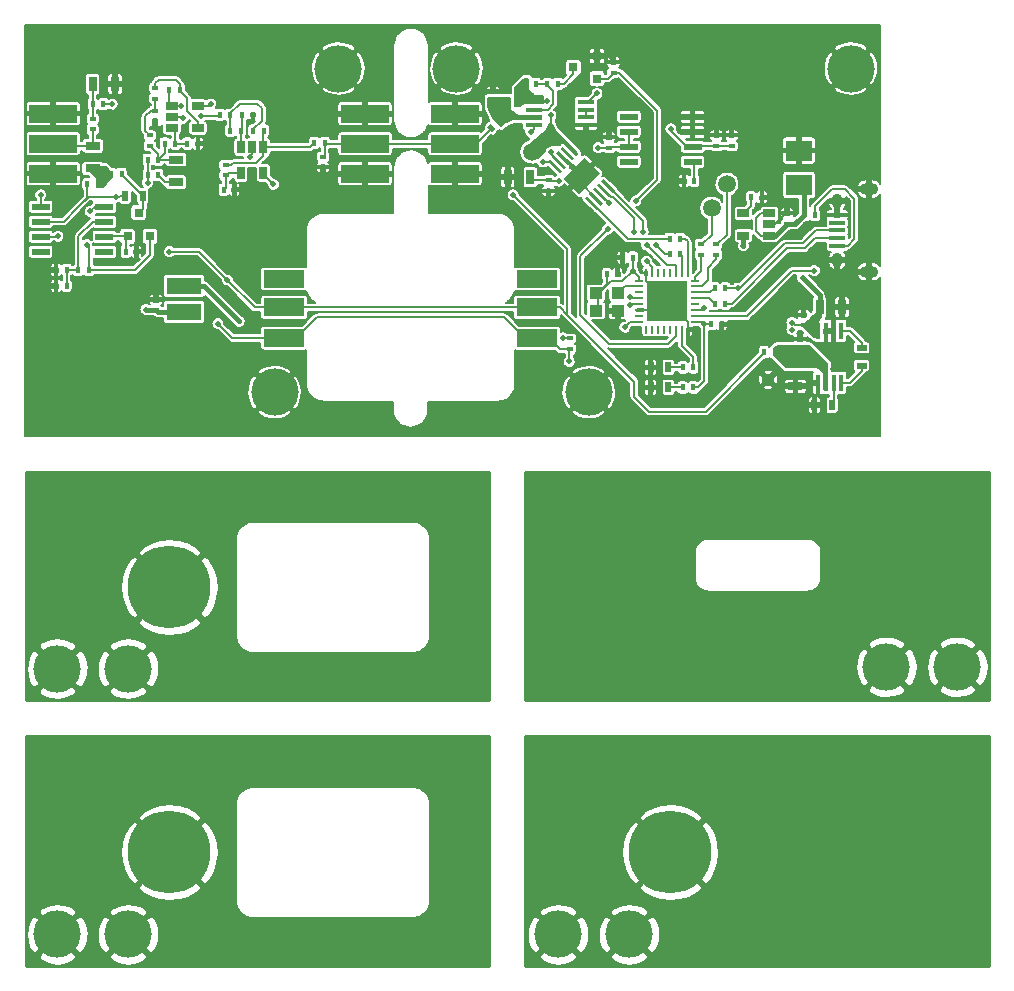
<source format=gbr>
G04 #@! TF.FileFunction,Copper,L1,Top,Signal*
%FSLAX46Y46*%
G04 Gerber Fmt 4.6, Leading zero omitted, Abs format (unit mm)*
G04 Created by KiCad (PCBNEW 4.0.2-stable) date Thu 12 May 2016 11:20:09 PM CEST*
%MOMM*%
G01*
G04 APERTURE LIST*
%ADD10C,0.050000*%
%ADD11C,4.000000*%
%ADD12C,7.000000*%
%ADD13C,0.500000*%
%ADD14R,0.600000X0.400000*%
%ADD15R,0.400000X0.600000*%
%ADD16R,0.500000X0.900000*%
%ADD17C,1.500000*%
%ADD18R,0.450000X1.450000*%
%ADD19R,1.450000X0.450000*%
%ADD20R,1.060000X0.650000*%
%ADD21R,0.700000X1.300000*%
%ADD22R,0.900000X0.500000*%
%ADD23R,1.300000X0.700000*%
%ADD24R,2.230000X1.800000*%
%ADD25R,4.064000X1.524000*%
%ADD26R,3.500000X1.500000*%
%ADD27R,1.350000X0.400000*%
%ADD28O,0.950000X1.250000*%
%ADD29O,1.550000X1.000000*%
%ADD30R,0.800100X0.800100*%
%ADD31R,1.550000X0.600000*%
%ADD32R,0.700000X0.250000*%
%ADD33R,0.250000X0.700000*%
%ADD34R,1.725000X1.725000*%
%ADD35R,1.100000X1.000000*%
%ADD36R,0.650000X1.060000*%
%ADD37R,3.000000X1.400000*%
%ADD38C,1.400000*%
%ADD39C,1.800000*%
%ADD40C,1.100000*%
%ADD41C,0.200000*%
%ADD42C,0.400000*%
%ADD43C,0.254000*%
G04 APERTURE END LIST*
D10*
D11*
X97600000Y-67750000D03*
X103600000Y-67750000D03*
X75800000Y-90400000D03*
X69800000Y-90400000D03*
X33400000Y-90400000D03*
X27400000Y-90400000D03*
X33400000Y-67900000D03*
D12*
X79300000Y-83450000D03*
X36900000Y-83450000D03*
D13*
X86200000Y-39500000D03*
X84700000Y-40800000D03*
X83200000Y-40800000D03*
X86200000Y-40800000D03*
D11*
X45800000Y-44500000D03*
X51200000Y-17100000D03*
D13*
X89550000Y-35670000D03*
X88050000Y-37170000D03*
X91600000Y-33030000D03*
X85480000Y-34140000D03*
X86980000Y-32640000D03*
X86230000Y-36460000D03*
X87730000Y-34960000D03*
X89230000Y-33460000D03*
X81100000Y-47050000D03*
X79600000Y-47050000D03*
X78100000Y-47050000D03*
X81100000Y-45350000D03*
X78100000Y-45350000D03*
X79600000Y-45350000D03*
X78200000Y-28350000D03*
X78200000Y-29850000D03*
X79700000Y-28350000D03*
X79700000Y-29850000D03*
X73850000Y-32350000D03*
X72850000Y-33200000D03*
X72850000Y-34700000D03*
X78400000Y-41100000D03*
X76900000Y-41100000D03*
X75400000Y-41100000D03*
X73200000Y-24750000D03*
X74000000Y-25300000D03*
X74750000Y-26350000D03*
X75850000Y-27150000D03*
X69200000Y-16750000D03*
X66200000Y-16800000D03*
X67700000Y-16800000D03*
X65200000Y-17800000D03*
X63700000Y-17800000D03*
X62800000Y-28100000D03*
X64300000Y-28100000D03*
X59800000Y-28100000D03*
X61300000Y-28100000D03*
X68300000Y-31550000D03*
X66800000Y-31550000D03*
X66800000Y-33050000D03*
X68300000Y-33050000D03*
X71700000Y-30500000D03*
X71700000Y-29000000D03*
X70200000Y-30500000D03*
X70200000Y-29000000D03*
X42000000Y-33600000D03*
X43500000Y-32100000D03*
X40000000Y-14400000D03*
X43000000Y-14400000D03*
X37000000Y-14400000D03*
X41500000Y-14400000D03*
X38500000Y-14400000D03*
X43000000Y-16700000D03*
X41500000Y-16700000D03*
X40000000Y-16700000D03*
X38500000Y-16700000D03*
X37000000Y-16700000D03*
X34500000Y-15100000D03*
X33600000Y-19750000D03*
X33000000Y-16600000D03*
X30000000Y-16600000D03*
X30000000Y-15100000D03*
X33000000Y-15100000D03*
X31500000Y-16600000D03*
X31500000Y-15100000D03*
X27000000Y-18850000D03*
X25500000Y-18850000D03*
X28500000Y-18850000D03*
X28500000Y-15850000D03*
X25500000Y-17350000D03*
X25500000Y-15850000D03*
X27000000Y-15850000D03*
X27000000Y-17350000D03*
X28500000Y-17350000D03*
X25500000Y-45700000D03*
X27000000Y-45700000D03*
X27000000Y-44200000D03*
X25500000Y-44200000D03*
X25500000Y-47200000D03*
X27000000Y-47200000D03*
X30000000Y-41200000D03*
X27000000Y-41200000D03*
X28500000Y-42700000D03*
X25500000Y-41200000D03*
X25500000Y-42700000D03*
X28500000Y-41200000D03*
X27000000Y-42700000D03*
X30000000Y-42700000D03*
X30000000Y-44200000D03*
X28500000Y-44200000D03*
X30000000Y-45700000D03*
X28500000Y-45700000D03*
X30000000Y-47200000D03*
X28500000Y-47200000D03*
X33600000Y-22750000D03*
X33600000Y-21250000D03*
X33600000Y-24250000D03*
X32100000Y-22750000D03*
X32100000Y-21250000D03*
X32100000Y-24250000D03*
X38300000Y-28050000D03*
X38300000Y-29550000D03*
X36800000Y-31050000D03*
X36800000Y-29550000D03*
X36800000Y-28050000D03*
X40350000Y-27650000D03*
X40350000Y-29150000D03*
X40350000Y-32150000D03*
X40350000Y-30650000D03*
X41850000Y-30650000D03*
X42000000Y-44200000D03*
X42000000Y-42700000D03*
X42000000Y-45700000D03*
X42000000Y-47200000D03*
X43500000Y-47200000D03*
X43500000Y-42700000D03*
X40500000Y-45700000D03*
X40500000Y-47200000D03*
X40500000Y-41200000D03*
X39000000Y-41200000D03*
X42000000Y-41200000D03*
X39000000Y-42700000D03*
X37500000Y-44200000D03*
X40500000Y-42700000D03*
X37500000Y-42700000D03*
X39000000Y-44200000D03*
X40500000Y-44200000D03*
X39000000Y-47200000D03*
X37500000Y-45700000D03*
X37500000Y-47200000D03*
X36000000Y-45700000D03*
X36000000Y-47200000D03*
X39000000Y-45700000D03*
X34500000Y-47200000D03*
X34500000Y-45700000D03*
X33000000Y-47200000D03*
X33000000Y-45700000D03*
X31500000Y-45700000D03*
X31500000Y-47200000D03*
X31500000Y-44200000D03*
X25500000Y-35200000D03*
X25500000Y-39700000D03*
X25500000Y-38200000D03*
X25500000Y-36700000D03*
X31500000Y-42700000D03*
X31500000Y-41200000D03*
X31500000Y-39700000D03*
X30000000Y-39700000D03*
X28500000Y-39700000D03*
X27000000Y-39700000D03*
X30000000Y-38200000D03*
X28500000Y-38200000D03*
X27000000Y-38200000D03*
X31500000Y-36700000D03*
X28500000Y-36700000D03*
X27000000Y-36700000D03*
D14*
X90600000Y-38850000D03*
X90600000Y-37950000D03*
D10*
G36*
X64747487Y-21128249D02*
X65171751Y-21552513D01*
X64888909Y-21835355D01*
X64464645Y-21411091D01*
X64747487Y-21128249D01*
X64747487Y-21128249D01*
G37*
G36*
X64111091Y-21764645D02*
X64535355Y-22188909D01*
X64252513Y-22471751D01*
X63828249Y-22047487D01*
X64111091Y-21764645D01*
X64111091Y-21764645D01*
G37*
D14*
X83200000Y-23650000D03*
X83200000Y-22750000D03*
X74100000Y-23800000D03*
X74100000Y-22900000D03*
D15*
X76150000Y-33100000D03*
X75250000Y-33100000D03*
X82750000Y-38750000D03*
X83650000Y-38750000D03*
D16*
X77650000Y-42400000D03*
X79150000Y-42400000D03*
D15*
X90650000Y-29500000D03*
X91550000Y-29500000D03*
X65456000Y-19898000D03*
X66356000Y-19898000D03*
D14*
X70800000Y-39950000D03*
X70800000Y-40850000D03*
D15*
X88150000Y-41100000D03*
X87250000Y-41100000D03*
D17*
X67570000Y-24170000D03*
X84100000Y-26900000D03*
X82800000Y-28900000D03*
D11*
X61200000Y-17100000D03*
X72400000Y-44500000D03*
X94600000Y-17100000D03*
D14*
X64300000Y-19950000D03*
X64300000Y-19050000D03*
X74500000Y-16550000D03*
X74500000Y-17450000D03*
D15*
X69800000Y-18400000D03*
X68900000Y-18400000D03*
X67000000Y-18400000D03*
X67900000Y-18400000D03*
X79250000Y-31500000D03*
X80150000Y-31500000D03*
X79250000Y-32800000D03*
X80150000Y-32800000D03*
D14*
X83200000Y-31950000D03*
X83200000Y-32850000D03*
X81900000Y-31950000D03*
X81900000Y-32850000D03*
D15*
X83950000Y-37000000D03*
X83050000Y-37000000D03*
X83950000Y-35700000D03*
X83050000Y-35700000D03*
X81250000Y-44100000D03*
X80350000Y-44100000D03*
X31300000Y-20100000D03*
X30400000Y-20100000D03*
D18*
X93775000Y-39300000D03*
X93125000Y-39300000D03*
X92475000Y-39300000D03*
X91825000Y-39300000D03*
X91825000Y-43700000D03*
X92475000Y-43700000D03*
X93125000Y-43700000D03*
X93775000Y-43700000D03*
D19*
X67770000Y-19939000D03*
X67770000Y-20589000D03*
X67770000Y-21239000D03*
X67770000Y-21889000D03*
X72170000Y-21889000D03*
X72170000Y-21239000D03*
X72170000Y-20589000D03*
X72170000Y-19939000D03*
D20*
X87700000Y-31250000D03*
X87700000Y-30300000D03*
X87700000Y-29350000D03*
X85500000Y-29350000D03*
X85500000Y-31250000D03*
D21*
X91950000Y-37300000D03*
X93850000Y-37300000D03*
D22*
X95500000Y-42250000D03*
X95500000Y-40750000D03*
D16*
X93000000Y-45600000D03*
X91500000Y-45600000D03*
D14*
X90300000Y-40900000D03*
X90300000Y-40000000D03*
D23*
X89900000Y-42100000D03*
X89900000Y-44000000D03*
D14*
X84500000Y-23650000D03*
X84500000Y-22750000D03*
D21*
X67450000Y-26300000D03*
X65550000Y-26300000D03*
D14*
X69000000Y-26550000D03*
X69000000Y-27450000D03*
D15*
X81350000Y-26600000D03*
X80450000Y-26600000D03*
D24*
X90200000Y-24040000D03*
X90200000Y-26960000D03*
D14*
X89200000Y-30250000D03*
X89200000Y-29350000D03*
D15*
X73950000Y-34500000D03*
X74850000Y-34500000D03*
X86150000Y-28000000D03*
X87050000Y-28000000D03*
D21*
X30400000Y-18400000D03*
X32300000Y-18400000D03*
D23*
X30400000Y-25550000D03*
X30400000Y-23650000D03*
D14*
X35750000Y-37550000D03*
X35750000Y-36650000D03*
D15*
X28200000Y-35500000D03*
X27300000Y-35500000D03*
X29950000Y-26900000D03*
X30850000Y-26900000D03*
X35962207Y-24808137D03*
X35062207Y-24808137D03*
D23*
X37462207Y-24808137D03*
X37462207Y-26708137D03*
D15*
X43050000Y-21000000D03*
X43950000Y-21000000D03*
X44900000Y-22350000D03*
X44000000Y-22350000D03*
D14*
X49900000Y-24550000D03*
X49900000Y-25450000D03*
D16*
X77650000Y-44100000D03*
X79150000Y-44100000D03*
D25*
X61080000Y-23468000D03*
X61080000Y-20928000D03*
X61080000Y-26008000D03*
X27050000Y-23450000D03*
X27050000Y-20910000D03*
X27050000Y-25990000D03*
X53460000Y-23468000D03*
X53460000Y-26008000D03*
X53460000Y-20928000D03*
D14*
X35700000Y-21550000D03*
X35700000Y-20650000D03*
X35250000Y-22758137D03*
X35250000Y-23658137D03*
D15*
X36500000Y-23450000D03*
X37400000Y-23450000D03*
D26*
X68020000Y-34920000D03*
X68020000Y-37320000D03*
X68020000Y-39920000D03*
D27*
X93437460Y-32100900D03*
X93437460Y-31450900D03*
X93437460Y-30800900D03*
X93437460Y-30150900D03*
X93437460Y-29500900D03*
D28*
X93437460Y-33300900D03*
X93437460Y-28300900D03*
D29*
X96137460Y-34300900D03*
X96137460Y-27300900D03*
D26*
X46620000Y-34920000D03*
X46620000Y-37320000D03*
X46620000Y-39920000D03*
D30*
X73100760Y-17950000D03*
X73100760Y-16050000D03*
X71101780Y-17000000D03*
X33350000Y-31300760D03*
X35250000Y-31300760D03*
X34300000Y-29301780D03*
D15*
X81250000Y-42400000D03*
X80350000Y-42400000D03*
D14*
X30400000Y-21350000D03*
X30400000Y-22250000D03*
D15*
X32850000Y-26000000D03*
X31950000Y-26000000D03*
X33200000Y-32600000D03*
X34100000Y-32600000D03*
X30100000Y-34150000D03*
X29200000Y-34150000D03*
X28200000Y-34150000D03*
X27300000Y-34150000D03*
X35962207Y-26108137D03*
X35062207Y-26108137D03*
D14*
X35700000Y-18750000D03*
X35700000Y-19650000D03*
D15*
X38400000Y-23450000D03*
X39300000Y-23450000D03*
X36900000Y-18900000D03*
X37800000Y-18900000D03*
X42050000Y-21000000D03*
X41150000Y-21000000D03*
X41500000Y-27350000D03*
X42400000Y-27350000D03*
X42950000Y-22350000D03*
X42050000Y-22350000D03*
D14*
X41650000Y-25250000D03*
X41650000Y-26150000D03*
D15*
X50050000Y-23400000D03*
X49150000Y-23400000D03*
D10*
G36*
X70262043Y-26429810D02*
X72029810Y-24662043D01*
X73337957Y-25970190D01*
X71570190Y-27737957D01*
X70262043Y-26429810D01*
X70262043Y-26429810D01*
G37*
G36*
X70361038Y-23537743D02*
X70551957Y-23346824D01*
X71541906Y-24336773D01*
X71350987Y-24527692D01*
X70361038Y-23537743D01*
X70361038Y-23537743D01*
G37*
G36*
X70007484Y-23891297D02*
X70198403Y-23700378D01*
X71188352Y-24690327D01*
X70997433Y-24881246D01*
X70007484Y-23891297D01*
X70007484Y-23891297D01*
G37*
G36*
X69653931Y-24244850D02*
X69844850Y-24053931D01*
X70834799Y-25043880D01*
X70643880Y-25234799D01*
X69653931Y-24244850D01*
X69653931Y-24244850D01*
G37*
G36*
X69300378Y-24598403D02*
X69491297Y-24407484D01*
X70481246Y-25397433D01*
X70290327Y-25588352D01*
X69300378Y-24598403D01*
X69300378Y-24598403D01*
G37*
G36*
X68946824Y-24951957D02*
X69137743Y-24761038D01*
X70127692Y-25750987D01*
X69936773Y-25941906D01*
X68946824Y-24951957D01*
X68946824Y-24951957D01*
G37*
G36*
X72058094Y-28063227D02*
X72249013Y-27872308D01*
X73238962Y-28862257D01*
X73048043Y-29053176D01*
X72058094Y-28063227D01*
X72058094Y-28063227D01*
G37*
G36*
X72411648Y-27709673D02*
X72602567Y-27518754D01*
X73592516Y-28508703D01*
X73401597Y-28699622D01*
X72411648Y-27709673D01*
X72411648Y-27709673D01*
G37*
G36*
X72765201Y-27356120D02*
X72956120Y-27165201D01*
X73946069Y-28155150D01*
X73755150Y-28346069D01*
X72765201Y-27356120D01*
X72765201Y-27356120D01*
G37*
G36*
X73118754Y-27002567D02*
X73309673Y-26811648D01*
X74299622Y-27801597D01*
X74108703Y-27992516D01*
X73118754Y-27002567D01*
X73118754Y-27002567D01*
G37*
G36*
X73472308Y-26649013D02*
X73663227Y-26458094D01*
X74653176Y-27448043D01*
X74462257Y-27638962D01*
X73472308Y-26649013D01*
X73472308Y-26649013D01*
G37*
D31*
X81200000Y-25005000D03*
X81200000Y-23735000D03*
X81200000Y-22465000D03*
X81200000Y-21195000D03*
X75800000Y-21195000D03*
X75800000Y-22465000D03*
X75800000Y-23735000D03*
X75800000Y-25005000D03*
D32*
X76637500Y-35050000D03*
X76637500Y-35550000D03*
X76637500Y-36050000D03*
X76637500Y-36550000D03*
X76637500Y-37050000D03*
X76637500Y-37550000D03*
X76637500Y-38050000D03*
X76637500Y-38550000D03*
D33*
X77287500Y-39200000D03*
X77787500Y-39200000D03*
X78287500Y-39200000D03*
X78787500Y-39200000D03*
X79287500Y-39200000D03*
X79787500Y-39200000D03*
X80287500Y-39200000D03*
X80787500Y-39200000D03*
D32*
X81437500Y-38550000D03*
X81437500Y-38050000D03*
X81437500Y-37550000D03*
X81437500Y-37050000D03*
X81437500Y-36550000D03*
X81437500Y-36050000D03*
X81437500Y-35550000D03*
X81437500Y-35050000D03*
D33*
X80787500Y-34400000D03*
X80287500Y-34400000D03*
X79787500Y-34400000D03*
X79287500Y-34400000D03*
X78787500Y-34400000D03*
X78287500Y-34400000D03*
X77787500Y-34400000D03*
X77287500Y-34400000D03*
D34*
X79900000Y-37662500D03*
X79900000Y-35937500D03*
X78175000Y-37662500D03*
X78175000Y-35937500D03*
D35*
X73000000Y-37600000D03*
X74900000Y-37600000D03*
X74900000Y-36100000D03*
X73000000Y-36100000D03*
D31*
X31400000Y-32605000D03*
X31400000Y-31335000D03*
X31400000Y-30065000D03*
X31400000Y-28795000D03*
X26000000Y-28795000D03*
X26000000Y-30065000D03*
X26000000Y-31335000D03*
X26000000Y-32605000D03*
D20*
X37100000Y-20250000D03*
X37100000Y-21200000D03*
X37100000Y-22150000D03*
X39300000Y-22150000D03*
X39300000Y-20250000D03*
D36*
X44850000Y-23750000D03*
X43900000Y-23750000D03*
X42950000Y-23750000D03*
X42950000Y-25950000D03*
X44850000Y-25950000D03*
D37*
X38150000Y-35500000D03*
X38150000Y-37700000D03*
D16*
X33150000Y-27900000D03*
X34650000Y-27900000D03*
D38*
X71800000Y-26300000D03*
D39*
X79000000Y-36900000D03*
D40*
X87600000Y-43450000D03*
D12*
X36900000Y-61000000D03*
D11*
X27400000Y-67900000D03*
D13*
X82200000Y-38762500D03*
X85500000Y-32100000D03*
X75900000Y-37149992D03*
X76112500Y-34200000D03*
X93100000Y-41100000D03*
X93100000Y-41800000D03*
X93100000Y-42500000D03*
X84350000Y-47050000D03*
X83900000Y-46700000D03*
X74000002Y-37600000D03*
X43600005Y-21646883D03*
X44000000Y-28800000D03*
X44000000Y-28100000D03*
X36100000Y-22300000D03*
X41800000Y-35000000D03*
X36900000Y-32600000D03*
X66000000Y-27800000D03*
X89600000Y-39200000D03*
X89600000Y-38600000D03*
X42800000Y-38500000D03*
X70220002Y-39900000D03*
X90500000Y-34800000D03*
X90050000Y-30100000D03*
X67500000Y-22500000D03*
X73100000Y-19200000D03*
X79350000Y-22200000D03*
X74100000Y-28500000D03*
X68500000Y-25000000D03*
X69200000Y-24200000D03*
X69854786Y-26621254D03*
X73200000Y-23800000D03*
X34900000Y-37500000D03*
X30200000Y-29200000D03*
X32400000Y-27950000D03*
X35050000Y-26750000D03*
X29900000Y-32000000D03*
X27450000Y-31300000D03*
X26000000Y-27800000D03*
X40400000Y-20100000D03*
X38050000Y-21300000D03*
X45700000Y-26900000D03*
X43700000Y-24549990D03*
X69196640Y-21059022D03*
X68836080Y-19886090D03*
X85000000Y-35700000D03*
X75900002Y-36449991D03*
X77300000Y-33400000D03*
X82200000Y-37400000D03*
X91500000Y-34200000D03*
X39551416Y-21098584D03*
X37849990Y-20250000D03*
X76200000Y-30900000D03*
X77300000Y-32050010D03*
X77000000Y-30900000D03*
X78100000Y-32050010D03*
X74000000Y-30700000D03*
X76400000Y-28300000D03*
X70750000Y-41900000D03*
X32050000Y-20100000D03*
X41000000Y-38700000D03*
X75450000Y-39000000D03*
D41*
X82750000Y-38750000D02*
X82212500Y-38750000D01*
X82212500Y-38750000D02*
X82200000Y-38762500D01*
X82750000Y-38750000D02*
X82350000Y-38750000D01*
X82350000Y-38750000D02*
X82200000Y-38900000D01*
X82200000Y-38900000D02*
X82200000Y-39300000D01*
X82200000Y-43550000D02*
X82200000Y-39300000D01*
X82200000Y-39300000D02*
X82200000Y-38853553D01*
X81437500Y-38550000D02*
X81987500Y-38550000D01*
X81987500Y-38550000D02*
X82200000Y-38762500D01*
X82200000Y-38762500D02*
X82200000Y-39300000D01*
X81250000Y-44100000D02*
X81650000Y-44100000D01*
X81650000Y-44100000D02*
X82200000Y-43550000D01*
D42*
X85500000Y-32100000D02*
X85500000Y-31250000D01*
D41*
X76637500Y-37050000D02*
X75999992Y-37050000D01*
X75999992Y-37050000D02*
X75900000Y-37149992D01*
X76112500Y-34200000D02*
X75212499Y-35100001D01*
X75212499Y-35100001D02*
X74249999Y-35100001D01*
X74249999Y-35100001D02*
X73250000Y-36100000D01*
X73250000Y-36100000D02*
X73200000Y-36100000D01*
X76637500Y-34725000D02*
X76112500Y-34200000D01*
X76112500Y-34200000D02*
X76100000Y-34187500D01*
X73200000Y-37600000D02*
X73200000Y-36100000D01*
X73950000Y-34500000D02*
X73950000Y-35350000D01*
X73950000Y-35350000D02*
X73200000Y-36100000D01*
X76637500Y-35050000D02*
X76637500Y-34725000D01*
X76100000Y-34187500D02*
X76150000Y-34137500D01*
X76150000Y-34137500D02*
X76150000Y-33100000D01*
X93100000Y-42500000D02*
X93100000Y-41800000D01*
X75300000Y-32300000D02*
X75250000Y-32350000D01*
X75250000Y-32350000D02*
X75250000Y-33100000D01*
X75950000Y-32300000D02*
X75300000Y-32300000D01*
X76300000Y-32200000D02*
X76050000Y-32200000D01*
X76050000Y-32200000D02*
X75950000Y-32300000D01*
X76700000Y-32600000D02*
X76300000Y-32200000D01*
X76700000Y-34137500D02*
X76700000Y-32600000D01*
X77287500Y-34400000D02*
X76962500Y-34400000D01*
X76962500Y-34400000D02*
X76700000Y-34137500D01*
X77287500Y-34400000D02*
X77287500Y-35050000D01*
X77287500Y-35050000D02*
X78175000Y-35937500D01*
X83900000Y-46700000D02*
X84000000Y-46700000D01*
X84000000Y-46700000D02*
X84350000Y-47050000D01*
X73002082Y-28109188D02*
X71800000Y-26907106D01*
X71800000Y-26907106D02*
X71800000Y-26300000D01*
X87700000Y-30300000D02*
X88150000Y-30300000D01*
X88150000Y-30300000D02*
X89100000Y-29350000D01*
X89100000Y-29350000D02*
X89200000Y-29350000D01*
X74900000Y-37600000D02*
X74000002Y-37600000D01*
X79900000Y-37662500D02*
X80787500Y-38550000D01*
X80787500Y-38550000D02*
X80787500Y-39200000D01*
X79000000Y-36900000D02*
X79137500Y-36900000D01*
X79137500Y-36900000D02*
X79900000Y-37662500D01*
X79000000Y-36900000D02*
X79000000Y-36762500D01*
X79000000Y-36762500D02*
X78175000Y-35937500D01*
X79000000Y-36900000D02*
X79000000Y-36837500D01*
X79000000Y-36837500D02*
X79900000Y-35937500D01*
X76637500Y-37550000D02*
X78062500Y-37550000D01*
X78062500Y-37550000D02*
X78175000Y-37662500D01*
X43950000Y-21000000D02*
X43950000Y-21296888D01*
X43950000Y-21296888D02*
X43600005Y-21646883D01*
X44000000Y-28100000D02*
X44000000Y-28800000D01*
X35700000Y-21550000D02*
X35700000Y-21900000D01*
X35700000Y-21900000D02*
X36100000Y-22300000D01*
X70244365Y-24644365D02*
X70810049Y-25210049D01*
X70810049Y-25210049D02*
X71800000Y-26200000D01*
X73100760Y-16050000D02*
X74000000Y-16050000D01*
X74000000Y-16050000D02*
X74500000Y-16550000D01*
X74932000Y-37606000D02*
X74882000Y-37606000D01*
X46620000Y-37320000D02*
X48570000Y-37320000D01*
X48570000Y-37320000D02*
X68020000Y-37320000D01*
X87250000Y-41100000D02*
X87250000Y-41200000D01*
X87250000Y-41200000D02*
X82300000Y-46150000D01*
X82300000Y-46150000D02*
X77500000Y-46150000D01*
X77500000Y-46150000D02*
X76250000Y-44900000D01*
X76250000Y-44900000D02*
X76250000Y-43600000D01*
X76250000Y-43600000D02*
X70600000Y-37950000D01*
X41800000Y-35000000D02*
X39400000Y-32600000D01*
X44120000Y-37320000D02*
X41800000Y-35000000D01*
X46620000Y-37320000D02*
X44120000Y-37320000D01*
X39400000Y-32600000D02*
X36900000Y-32600000D01*
X70600000Y-37950000D02*
X69970000Y-37320000D01*
X70600000Y-37950000D02*
X70600000Y-32400000D01*
X70600000Y-32400000D02*
X66000000Y-27800000D01*
X69970000Y-37320000D02*
X68020000Y-37320000D01*
X90600000Y-38850000D02*
X89850000Y-38850000D01*
X89850000Y-38850000D02*
X89600000Y-38600000D01*
D42*
X42800000Y-38500000D02*
X39800000Y-35500000D01*
X39800000Y-35500000D02*
X38150000Y-35500000D01*
D41*
X70800000Y-39950000D02*
X70270002Y-39950000D01*
X70270002Y-39950000D02*
X70220002Y-39900000D01*
D42*
X91950000Y-37300000D02*
X91950000Y-36250000D01*
X91950000Y-36250000D02*
X90500000Y-34800000D01*
X90050000Y-30100000D02*
X89900000Y-30250000D01*
X90650000Y-29500000D02*
X90050000Y-30100000D01*
D41*
X87700000Y-31250000D02*
X86970000Y-31250000D01*
X86970000Y-31250000D02*
X86600000Y-30880000D01*
X86600000Y-30880000D02*
X86600000Y-29720000D01*
X86600000Y-29720000D02*
X86970000Y-29350000D01*
X86970000Y-29350000D02*
X87700000Y-29350000D01*
D42*
X89200000Y-30250000D02*
X88200000Y-31250000D01*
X88200000Y-31250000D02*
X87700000Y-31250000D01*
X89900000Y-30250000D02*
X89200000Y-30250000D01*
X90650000Y-29500000D02*
X90650000Y-27410000D01*
X90650000Y-27410000D02*
X90200000Y-26960000D01*
D41*
X91825000Y-39300000D02*
X91050000Y-39300000D01*
X91050000Y-39300000D02*
X90600000Y-38850000D01*
X91825000Y-39300000D02*
X91825000Y-37425000D01*
X91825000Y-37425000D02*
X91950000Y-37300000D01*
X80350000Y-42400000D02*
X79150000Y-42400000D01*
X93437460Y-32100900D02*
X94312460Y-32100900D01*
X91550000Y-29000000D02*
X91550000Y-29500000D01*
X94312460Y-32100900D02*
X94900000Y-31513360D01*
X94900000Y-28100000D02*
X94100000Y-27300000D01*
X94900000Y-31513360D02*
X94900000Y-28100000D01*
X94100000Y-27300000D02*
X93000000Y-27300000D01*
X93000000Y-27300000D02*
X91550000Y-28750000D01*
X91550000Y-28750000D02*
X91550000Y-29000000D01*
X81900000Y-31950000D02*
X82000000Y-31950000D01*
X82000000Y-31950000D02*
X82800000Y-31150000D01*
X82800000Y-31150000D02*
X82800000Y-29960660D01*
X82800000Y-29960660D02*
X82800000Y-28900000D01*
X80787500Y-34400000D02*
X80787500Y-31737500D01*
X80787500Y-31737500D02*
X80550000Y-31500000D01*
X80550000Y-31500000D02*
X80150000Y-31500000D01*
X80287500Y-34400000D02*
X80287500Y-32937500D01*
X80287500Y-32937500D02*
X80150000Y-32800000D01*
X81952502Y-35550000D02*
X82502502Y-35000000D01*
X83200000Y-32850000D02*
X83200000Y-33250000D01*
X83200000Y-33250000D02*
X82502502Y-33947498D01*
X82502502Y-33947498D02*
X82502502Y-35000000D01*
X81437500Y-35550000D02*
X81952502Y-35550000D01*
X81900000Y-34262500D02*
X81900000Y-32850000D01*
X81437500Y-35050000D02*
X81437500Y-34725000D01*
X81437500Y-34725000D02*
X81900000Y-34262500D01*
X83050000Y-37000000D02*
X82600000Y-36550000D01*
X82600000Y-36550000D02*
X81437500Y-36550000D01*
X83050000Y-35700000D02*
X82700000Y-36050000D01*
X82700000Y-36050000D02*
X81437500Y-36050000D01*
X72170000Y-20589000D02*
X72170000Y-21239000D01*
X95500000Y-42250000D02*
X95500000Y-42700000D01*
X95500000Y-42700000D02*
X94500000Y-43700000D01*
X94500000Y-43700000D02*
X94200000Y-43700000D01*
X94200000Y-43700000D02*
X93775000Y-43700000D01*
X93775000Y-39300000D02*
X94500000Y-39300000D01*
X94500000Y-39300000D02*
X95500000Y-40300000D01*
X95500000Y-40300000D02*
X95500000Y-40750000D01*
X93125000Y-43700000D02*
X93125000Y-45475000D01*
X93125000Y-45475000D02*
X93000000Y-45600000D01*
X67770000Y-21889000D02*
X67770000Y-22230000D01*
X67770000Y-22230000D02*
X67500000Y-22500000D01*
X72170000Y-19939000D02*
X72361000Y-19939000D01*
X72361000Y-19939000D02*
X73100000Y-19200000D01*
X81200000Y-23735000D02*
X80725000Y-23735000D01*
X80725000Y-23735000D02*
X79350000Y-22360000D01*
X79350000Y-22360000D02*
X79350000Y-22200000D01*
X74100000Y-28500000D02*
X73355635Y-27755635D01*
X68500000Y-25000000D02*
X69185786Y-25000000D01*
X69185786Y-25000000D02*
X69537258Y-25351472D01*
X84500000Y-23650000D02*
X83200000Y-23650000D01*
X83200000Y-23650000D02*
X81285000Y-23650000D01*
X81285000Y-23650000D02*
X81200000Y-23735000D01*
X73355635Y-27755635D02*
X73355635Y-27826361D01*
X69890812Y-24997918D02*
X69200000Y-24307106D01*
X69200000Y-24307106D02*
X69200000Y-24200000D01*
X69000000Y-26550000D02*
X67700000Y-26550000D01*
X67700000Y-26550000D02*
X67450000Y-26300000D01*
X75800000Y-22465000D02*
X75800000Y-23735000D01*
X69854786Y-26621254D02*
X69071254Y-26621254D01*
X69071254Y-26621254D02*
X69000000Y-26550000D01*
X74100000Y-23800000D02*
X73200000Y-23800000D01*
X75800000Y-23735000D02*
X74165000Y-23735000D01*
X74165000Y-23735000D02*
X74100000Y-23800000D01*
X81350000Y-26600000D02*
X81350000Y-25155000D01*
X81350000Y-25155000D02*
X81200000Y-25005000D01*
X86150000Y-28000000D02*
X86150000Y-28700000D01*
X86150000Y-28700000D02*
X85500000Y-29350000D01*
X30400000Y-20100000D02*
X30400000Y-18400000D01*
X30400000Y-21350000D02*
X30400000Y-20100000D01*
X30850000Y-26900000D02*
X31050000Y-26900000D01*
X31050000Y-26900000D02*
X31950000Y-26000000D01*
X30850000Y-26900000D02*
X30850000Y-26000000D01*
X30850000Y-26000000D02*
X30400000Y-25550000D01*
X30400000Y-23650000D02*
X27250000Y-23650000D01*
X27250000Y-23650000D02*
X27050000Y-23450000D01*
X30400000Y-23650000D02*
X30400000Y-22250000D01*
D42*
X35750000Y-37550000D02*
X34950000Y-37550000D01*
X34950000Y-37550000D02*
X34900000Y-37500000D01*
X38150000Y-37700000D02*
X35900000Y-37700000D01*
X35900000Y-37700000D02*
X35750000Y-37550000D01*
D41*
X31400000Y-30065000D02*
X30425000Y-30065000D01*
X30425000Y-30065000D02*
X29200000Y-31290000D01*
X29200000Y-31290000D02*
X29200000Y-33650000D01*
X29200000Y-33650000D02*
X29200000Y-34150000D01*
X28200000Y-34150000D02*
X28200000Y-35500000D01*
X28200000Y-34150000D02*
X29200000Y-34150000D01*
X31400000Y-28795000D02*
X30605000Y-28795000D01*
X30605000Y-28795000D02*
X30200000Y-29200000D01*
X35062207Y-26108137D02*
X35062207Y-24808137D01*
X32400000Y-27950000D02*
X30050000Y-27950000D01*
X32650000Y-27950000D02*
X32400000Y-27950000D01*
X35050000Y-26750000D02*
X35050000Y-26120344D01*
X35050000Y-26120344D02*
X35062207Y-26108137D01*
X30050000Y-27950000D02*
X29100000Y-28900000D01*
X29100000Y-28900000D02*
X27935000Y-30065000D01*
X29950000Y-26900000D02*
X29950000Y-28050000D01*
X29950000Y-28050000D02*
X29100000Y-28900000D01*
X30050000Y-27950000D02*
X29950000Y-27850000D01*
X29950000Y-27850000D02*
X29950000Y-26900000D01*
X27935000Y-30065000D02*
X26000000Y-30065000D01*
X33150000Y-27900000D02*
X32700000Y-27900000D01*
X32700000Y-27900000D02*
X32650000Y-27950000D01*
X30100000Y-34150000D02*
X30100000Y-32200000D01*
X30100000Y-32200000D02*
X29900000Y-32000000D01*
X35250000Y-31300760D02*
X35250000Y-32900000D01*
X34000000Y-34150000D02*
X30500000Y-34150000D01*
X35250000Y-32900000D02*
X34000000Y-34150000D01*
X30500000Y-34150000D02*
X30100000Y-34150000D01*
X26000000Y-31335000D02*
X27415000Y-31335000D01*
X27415000Y-31335000D02*
X27450000Y-31300000D01*
X26000000Y-27800000D02*
X26000000Y-28795000D01*
X36500000Y-23450000D02*
X36500000Y-24270344D01*
X36500000Y-24270344D02*
X35962207Y-24808137D01*
X35250000Y-23658137D02*
X35962207Y-24370344D01*
X35962207Y-24370344D02*
X35962207Y-24808137D01*
X37462207Y-24808137D02*
X35962207Y-24808137D01*
X37462207Y-26708137D02*
X36562207Y-26708137D01*
X36562207Y-26708137D02*
X35962207Y-26108137D01*
X39300000Y-20250000D02*
X40250000Y-20250000D01*
X40250000Y-20250000D02*
X40400000Y-20100000D01*
X39300000Y-20250000D02*
X40050000Y-20250000D01*
X37100000Y-21200000D02*
X37950000Y-21200000D01*
X37950000Y-21200000D02*
X38050000Y-21300000D01*
X42950000Y-22350000D02*
X42950000Y-23750000D01*
X43050000Y-21000000D02*
X43050000Y-22250000D01*
X43050000Y-22250000D02*
X42950000Y-22350000D01*
X44850000Y-25950000D02*
X44850000Y-26050000D01*
X44850000Y-26050000D02*
X45700000Y-26900000D01*
X43900000Y-23750000D02*
X43900000Y-24349990D01*
X43900000Y-24349990D02*
X43700000Y-24549990D01*
X80350000Y-44100000D02*
X79150000Y-44100000D01*
X68368426Y-23371574D02*
X69200000Y-23371574D01*
X69200000Y-23371574D02*
X70385788Y-23371574D01*
X69196640Y-21059022D02*
X69196640Y-23368214D01*
X69196640Y-23368214D02*
X69200000Y-23371574D01*
X67770000Y-19939000D02*
X68783170Y-19939000D01*
X68783170Y-19939000D02*
X68836080Y-19886090D01*
X67570000Y-24170000D02*
X68368426Y-23371574D01*
X70385788Y-23371574D02*
X70951472Y-23937258D01*
X35700000Y-20650000D02*
X35700000Y-19650000D01*
X35250000Y-22758137D02*
X35250000Y-22750000D01*
X35250000Y-22750000D02*
X34850000Y-22350000D01*
X34850000Y-22350000D02*
X34850000Y-21150000D01*
X34850000Y-21150000D02*
X35350000Y-20650000D01*
X35350000Y-20650000D02*
X35700000Y-20650000D01*
X37400000Y-23450000D02*
X37400000Y-22450000D01*
X37400000Y-22450000D02*
X37100000Y-22150000D01*
X37400000Y-23450000D02*
X38400000Y-23450000D01*
X83200000Y-31950000D02*
X83300000Y-31950000D01*
X84100000Y-31150000D02*
X84100000Y-27960660D01*
X83300000Y-31950000D02*
X84100000Y-31150000D01*
X84100000Y-27960660D02*
X84100000Y-26900000D01*
X93437460Y-31450900D02*
X91549100Y-31450900D01*
X84500000Y-37000000D02*
X83950000Y-37000000D01*
X91549100Y-31450900D02*
X90700000Y-32300000D01*
X90700000Y-32300000D02*
X89200000Y-32300000D01*
X89200000Y-32300000D02*
X84500000Y-37000000D01*
X91034301Y-31400000D02*
X90534301Y-31900000D01*
X90534301Y-31900000D02*
X89000000Y-31900000D01*
X89000000Y-31900000D02*
X85200000Y-35700000D01*
X85200000Y-35700000D02*
X84900000Y-35700000D01*
X91599100Y-30835201D02*
X91034301Y-31400000D01*
X93437460Y-30800900D02*
X91633401Y-30800900D01*
X91633401Y-30800900D02*
X91034301Y-31400000D01*
X83950000Y-35700000D02*
X84900000Y-35700000D01*
X84900000Y-35700000D02*
X85000000Y-35700000D01*
X69800000Y-18400000D02*
X70301830Y-18400000D01*
X70301830Y-18400000D02*
X71101780Y-17600050D01*
X71101780Y-17600050D02*
X71101780Y-17000000D01*
X33200000Y-32600000D02*
X33200000Y-31450760D01*
X33200000Y-31450760D02*
X33350000Y-31300760D01*
X33350000Y-31300760D02*
X31434240Y-31300760D01*
X31434240Y-31300760D02*
X31400000Y-31335000D01*
X69400000Y-20100000D02*
X68911000Y-20589000D01*
X68911000Y-20589000D02*
X67770000Y-20589000D01*
X69400000Y-19000000D02*
X69400000Y-20100000D01*
X68900000Y-18400000D02*
X68900000Y-18500000D01*
X68900000Y-18500000D02*
X69400000Y-19000000D01*
X67900000Y-18400000D02*
X68900000Y-18400000D01*
X76637500Y-36550000D02*
X76000011Y-36550000D01*
X76000011Y-36550000D02*
X75900002Y-36449991D01*
X77787500Y-34400000D02*
X77787500Y-33887500D01*
X77787500Y-33887500D02*
X77300000Y-33400000D01*
X82200000Y-37400000D02*
X82050000Y-37550000D01*
X82050000Y-37550000D02*
X81437500Y-37550000D01*
X80287500Y-40587500D02*
X81250000Y-41550000D01*
X81250000Y-41550000D02*
X81250000Y-42400000D01*
X80287500Y-39200000D02*
X80287500Y-40587500D01*
X81250000Y-42400000D02*
X81250000Y-42300000D01*
X81437500Y-38050000D02*
X85800000Y-38050000D01*
X85800000Y-38050000D02*
X89650000Y-34200000D01*
X89650000Y-34200000D02*
X91500000Y-34200000D01*
X39300000Y-22150000D02*
X39300000Y-21625000D01*
X39300000Y-21625000D02*
X38400000Y-20725000D01*
X38400000Y-20725000D02*
X38400000Y-19600000D01*
X38400000Y-19600000D02*
X37800000Y-19000000D01*
X37800000Y-19000000D02*
X37800000Y-18900000D01*
X37450000Y-18050000D02*
X36000000Y-18050000D01*
X36000000Y-18050000D02*
X35700000Y-18350000D01*
X37800000Y-18900000D02*
X37800000Y-18400000D01*
X37800000Y-18400000D02*
X37450000Y-18050000D01*
X35700000Y-18750000D02*
X35700000Y-18350000D01*
X39551416Y-21098584D02*
X41051416Y-21098584D01*
X41051416Y-21098584D02*
X41150000Y-21000000D01*
X37100000Y-20250000D02*
X37849990Y-20250000D01*
X36900000Y-18900000D02*
X36900000Y-20050000D01*
X36900000Y-20050000D02*
X37100000Y-20250000D01*
X41650000Y-26150000D02*
X41650000Y-27200000D01*
X41650000Y-27200000D02*
X41500000Y-27350000D01*
X42950000Y-25950000D02*
X41850000Y-25950000D01*
X41850000Y-25950000D02*
X41650000Y-26150000D01*
X76200000Y-30900000D02*
X76200000Y-29751484D01*
X74416282Y-27967766D02*
X74274872Y-27967766D01*
X76200000Y-29751484D02*
X74416282Y-27967766D01*
X74274872Y-27967766D02*
X73709188Y-27402082D01*
X79787500Y-34400000D02*
X79787500Y-33850000D01*
X79787500Y-33850000D02*
X79687499Y-33749999D01*
X79687499Y-33749999D02*
X78999989Y-33749999D01*
X78999989Y-33749999D02*
X77300000Y-32050010D01*
X77000000Y-30900000D02*
X77000000Y-29985786D01*
X77000000Y-29985786D02*
X74062742Y-27048528D01*
X79250000Y-32800000D02*
X78849990Y-32800000D01*
X78849990Y-32800000D02*
X78100000Y-32050010D01*
X76637500Y-35550000D02*
X75450000Y-35550000D01*
X75450000Y-35550000D02*
X74900000Y-36100000D01*
X74900000Y-36100000D02*
X74900000Y-35978199D01*
X76637500Y-35550000D02*
X75650000Y-35550000D01*
X74000000Y-30700000D02*
X71700000Y-33000000D01*
X71700000Y-33000000D02*
X71700000Y-38000000D01*
X71700000Y-38000000D02*
X74100000Y-40400000D01*
X74100000Y-40400000D02*
X79137500Y-40400000D01*
X79137500Y-40400000D02*
X79787500Y-39750000D01*
X79787500Y-39750000D02*
X79787500Y-39200000D01*
X78200000Y-20650000D02*
X78200000Y-26500000D01*
X78200000Y-26500000D02*
X76400000Y-28300000D01*
X74500000Y-17450000D02*
X75000000Y-17450000D01*
X75000000Y-17450000D02*
X78200000Y-20650000D01*
X73100760Y-17950000D02*
X74000000Y-17950000D01*
X74000000Y-17950000D02*
X74500000Y-17450000D01*
X72648528Y-28462742D02*
X75685786Y-31500000D01*
X75685786Y-31500000D02*
X79250000Y-31500000D01*
X70750000Y-41900000D02*
X70750000Y-40900000D01*
X70750000Y-40900000D02*
X70800000Y-40850000D01*
X49390000Y-38150000D02*
X65050000Y-38150000D01*
X68020000Y-39920000D02*
X67020000Y-39920000D01*
X67020000Y-39920000D02*
X65250000Y-38150000D01*
X65250000Y-38150000D02*
X65050000Y-38150000D01*
X49340000Y-38200000D02*
X49390000Y-38150000D01*
X47620000Y-39920000D02*
X49340000Y-38200000D01*
X46620000Y-39920000D02*
X47620000Y-39920000D01*
X32050000Y-20100000D02*
X31300000Y-20100000D01*
X46620000Y-39920000D02*
X42220000Y-39920000D01*
X42220000Y-39920000D02*
X41000000Y-38700000D01*
X68020000Y-39920000D02*
X69020000Y-39920000D01*
X69020000Y-39920000D02*
X69950000Y-40850000D01*
X69950000Y-40850000D02*
X70300000Y-40850000D01*
X70300000Y-40850000D02*
X70800000Y-40850000D01*
X68040000Y-39900000D02*
X68020000Y-39920000D01*
X41650000Y-25250000D02*
X42150000Y-25250000D01*
X44850000Y-24480000D02*
X44850000Y-23750000D01*
X42150000Y-25250000D02*
X42300000Y-25100000D01*
X42300000Y-25100000D02*
X44230000Y-25100000D01*
X44230000Y-25100000D02*
X44850000Y-24480000D01*
X44850000Y-23750000D02*
X48800000Y-23750000D01*
X48800000Y-23750000D02*
X49150000Y-23400000D01*
X44850000Y-23750000D02*
X44850000Y-22400000D01*
X44850000Y-22400000D02*
X44900000Y-22350000D01*
X44350000Y-20075000D02*
X42875000Y-20075000D01*
X42875000Y-20075000D02*
X42050000Y-20900000D01*
X42050000Y-20900000D02*
X42050000Y-21000000D01*
X44750000Y-20475000D02*
X44350000Y-20075000D01*
X44750000Y-21500000D02*
X44750000Y-20475000D01*
X44000000Y-22350000D02*
X44000000Y-22250000D01*
X44000000Y-22250000D02*
X44750000Y-21500000D01*
X42050000Y-21000000D02*
X42050000Y-22350000D01*
X34650000Y-27900000D02*
X34650000Y-28951780D01*
X34650000Y-28951780D02*
X34300000Y-29301780D01*
X32850000Y-26000000D02*
X32850000Y-26100000D01*
X32850000Y-26100000D02*
X34650000Y-27900000D01*
X76637500Y-38550000D02*
X75900000Y-38550000D01*
X75900000Y-38550000D02*
X75450000Y-39000000D01*
X61080000Y-23468000D02*
X53460000Y-23468000D01*
X53460000Y-23468000D02*
X50118000Y-23468000D01*
X50118000Y-23468000D02*
X50050000Y-23400000D01*
X50050000Y-23400000D02*
X50050000Y-24400000D01*
X50050000Y-24400000D02*
X49900000Y-24550000D01*
X64181802Y-22118198D02*
X62832000Y-23468000D01*
X62832000Y-23468000D02*
X61080000Y-23468000D01*
G36*
X65700000Y-20500000D02*
X65703959Y-20527859D01*
X65715523Y-20553513D01*
X65741876Y-20581373D01*
X66441876Y-21081373D01*
X66466847Y-21094345D01*
X66500000Y-21100000D01*
X66953218Y-21100000D01*
X66961018Y-21103516D01*
X67045000Y-21115451D01*
X68400000Y-21115451D01*
X68400000Y-21362549D01*
X67045000Y-21362549D01*
X66997226Y-21366359D01*
X66916197Y-21391452D01*
X66903225Y-21400000D01*
X66000000Y-21400000D01*
X65960608Y-21408085D01*
X65260608Y-21708085D01*
X65229289Y-21729289D01*
X65000000Y-21958578D01*
X64283839Y-21242417D01*
X63900000Y-20378779D01*
X63900000Y-19600000D01*
X65700000Y-19600000D01*
X65700000Y-20500000D01*
X65700000Y-20500000D01*
G37*
X65700000Y-20500000D02*
X65703959Y-20527859D01*
X65715523Y-20553513D01*
X65741876Y-20581373D01*
X66441876Y-21081373D01*
X66466847Y-21094345D01*
X66500000Y-21100000D01*
X66953218Y-21100000D01*
X66961018Y-21103516D01*
X67045000Y-21115451D01*
X68400000Y-21115451D01*
X68400000Y-21362549D01*
X67045000Y-21362549D01*
X66997226Y-21366359D01*
X66916197Y-21391452D01*
X66903225Y-21400000D01*
X66000000Y-21400000D01*
X65960608Y-21408085D01*
X65260608Y-21708085D01*
X65229289Y-21729289D01*
X65000000Y-21958578D01*
X64283839Y-21242417D01*
X63900000Y-20378779D01*
X63900000Y-19600000D01*
X65700000Y-19600000D01*
X65700000Y-20500000D01*
G36*
X67300000Y-18900000D02*
X67303959Y-18927859D01*
X67315523Y-18953513D01*
X67329289Y-18970711D01*
X67729289Y-19370711D01*
X67751788Y-19387611D01*
X67778105Y-19397574D01*
X67800000Y-19400000D01*
X68500000Y-19400000D01*
X68500000Y-20000000D01*
X67000000Y-20000000D01*
X66972141Y-20003959D01*
X66940000Y-20020000D01*
X66566667Y-20300000D01*
X66200000Y-20300000D01*
X66200000Y-18741422D01*
X66941422Y-18000000D01*
X67300000Y-18000000D01*
X67300000Y-18900000D01*
X67300000Y-18900000D01*
G37*
X67300000Y-18900000D02*
X67303959Y-18927859D01*
X67315523Y-18953513D01*
X67329289Y-18970711D01*
X67729289Y-19370711D01*
X67751788Y-19387611D01*
X67778105Y-19397574D01*
X67800000Y-19400000D01*
X68500000Y-19400000D01*
X68500000Y-20000000D01*
X67000000Y-20000000D01*
X66972141Y-20003959D01*
X66940000Y-20020000D01*
X66566667Y-20300000D01*
X66200000Y-20300000D01*
X66200000Y-18741422D01*
X66941422Y-18000000D01*
X67300000Y-18000000D01*
X67300000Y-18900000D01*
G36*
X69508085Y-22339392D02*
X69529289Y-22370711D01*
X71358578Y-24200000D01*
X71241460Y-24317119D01*
X70411561Y-23487220D01*
X70375086Y-23456133D01*
X70300046Y-23416580D01*
X70216957Y-23399499D01*
X70132400Y-23406241D01*
X70053068Y-23436275D01*
X69985245Y-23487220D01*
X69940165Y-23532300D01*
X69190946Y-23600411D01*
X69163560Y-23606876D01*
X69129289Y-23629289D01*
X69099312Y-23659266D01*
X69043961Y-23669825D01*
X68943954Y-23710230D01*
X68853701Y-23769290D01*
X68776637Y-23844756D01*
X68715699Y-23933754D01*
X68673209Y-24032892D01*
X68659043Y-24099535D01*
X68251327Y-24507251D01*
X68243954Y-24510230D01*
X68153701Y-24569290D01*
X68081457Y-24640035D01*
X67148595Y-23707173D01*
X68763571Y-22377193D01*
X68786824Y-22349614D01*
X69158032Y-21700000D01*
X69234060Y-21700000D01*
X69508085Y-22339392D01*
X69508085Y-22339392D01*
G37*
X69508085Y-22339392D02*
X69529289Y-22370711D01*
X71358578Y-24200000D01*
X71241460Y-24317119D01*
X70411561Y-23487220D01*
X70375086Y-23456133D01*
X70300046Y-23416580D01*
X70216957Y-23399499D01*
X70132400Y-23406241D01*
X70053068Y-23436275D01*
X69985245Y-23487220D01*
X69940165Y-23532300D01*
X69190946Y-23600411D01*
X69163560Y-23606876D01*
X69129289Y-23629289D01*
X69099312Y-23659266D01*
X69043961Y-23669825D01*
X68943954Y-23710230D01*
X68853701Y-23769290D01*
X68776637Y-23844756D01*
X68715699Y-23933754D01*
X68673209Y-24032892D01*
X68659043Y-24099535D01*
X68251327Y-24507251D01*
X68243954Y-24510230D01*
X68153701Y-24569290D01*
X68081457Y-24640035D01*
X67148595Y-23707173D01*
X68763571Y-22377193D01*
X68786824Y-22349614D01*
X69158032Y-21700000D01*
X69234060Y-21700000D01*
X69508085Y-22339392D01*
G36*
X92600000Y-42141422D02*
X92600000Y-42270383D01*
X92573209Y-42332892D01*
X92550783Y-42438395D01*
X92549277Y-42546245D01*
X92568748Y-42652334D01*
X92600000Y-42731268D01*
X92600000Y-42964790D01*
X92598549Y-42975000D01*
X92598549Y-44200000D01*
X92351451Y-44200000D01*
X92351451Y-42975000D01*
X92347641Y-42927226D01*
X92322548Y-42846197D01*
X92275874Y-42775366D01*
X92211315Y-42720343D01*
X92133982Y-42685484D01*
X92125734Y-42684312D01*
X91870711Y-42429289D01*
X91848212Y-42412389D01*
X91821895Y-42402426D01*
X91800000Y-42400000D01*
X89141422Y-42400000D01*
X88100000Y-41358578D01*
X88100000Y-40841422D01*
X88341422Y-40600000D01*
X91058578Y-40600000D01*
X92600000Y-42141422D01*
X92600000Y-42141422D01*
G37*
X92600000Y-42141422D02*
X92600000Y-42270383D01*
X92573209Y-42332892D01*
X92550783Y-42438395D01*
X92549277Y-42546245D01*
X92568748Y-42652334D01*
X92600000Y-42731268D01*
X92600000Y-42964790D01*
X92598549Y-42975000D01*
X92598549Y-44200000D01*
X92351451Y-44200000D01*
X92351451Y-42975000D01*
X92347641Y-42927226D01*
X92322548Y-42846197D01*
X92275874Y-42775366D01*
X92211315Y-42720343D01*
X92133982Y-42685484D01*
X92125734Y-42684312D01*
X91870711Y-42429289D01*
X91848212Y-42412389D01*
X91821895Y-42402426D01*
X91800000Y-42400000D01*
X89141422Y-42400000D01*
X88100000Y-41358578D01*
X88100000Y-40841422D01*
X88341422Y-40600000D01*
X91058578Y-40600000D01*
X92600000Y-42141422D01*
G36*
X97100000Y-26854455D02*
X97098809Y-26851250D01*
X96997899Y-26725990D01*
X96874491Y-26622823D01*
X96733327Y-26545714D01*
X96579832Y-26497627D01*
X96419905Y-26480409D01*
X96291460Y-26564346D01*
X96291460Y-27146900D01*
X96311460Y-27146900D01*
X96311460Y-27454900D01*
X96291460Y-27454900D01*
X96291460Y-28037454D01*
X96419905Y-28121391D01*
X96579832Y-28104173D01*
X96733327Y-28056086D01*
X96874491Y-27978977D01*
X96997899Y-27875810D01*
X97098809Y-27750550D01*
X97100000Y-27747345D01*
X97100000Y-33854455D01*
X97098809Y-33851250D01*
X96997899Y-33725990D01*
X96874491Y-33622823D01*
X96733327Y-33545714D01*
X96579832Y-33497627D01*
X96419905Y-33480409D01*
X96291460Y-33564346D01*
X96291460Y-34146900D01*
X96311460Y-34146900D01*
X96311460Y-34454900D01*
X96291460Y-34454900D01*
X96291460Y-35037454D01*
X96419905Y-35121391D01*
X96579832Y-35104173D01*
X96733327Y-35056086D01*
X96874491Y-34978977D01*
X96997899Y-34875810D01*
X97098809Y-34750550D01*
X97100000Y-34747345D01*
X97100000Y-48200000D01*
X24700000Y-48200000D01*
X24700000Y-46186322D01*
X44331466Y-46186322D01*
X44569160Y-46456106D01*
X44974428Y-46658645D01*
X45411422Y-46778229D01*
X45863349Y-46810261D01*
X46312841Y-46753512D01*
X46742626Y-46610161D01*
X47030840Y-46456106D01*
X47268534Y-46186322D01*
X45800000Y-44717789D01*
X44331466Y-46186322D01*
X24700000Y-46186322D01*
X24700000Y-44563349D01*
X43489739Y-44563349D01*
X43546488Y-45012841D01*
X43689839Y-45442626D01*
X43843894Y-45730840D01*
X44113678Y-45968534D01*
X45582211Y-44500000D01*
X46017789Y-44500000D01*
X47486322Y-45968534D01*
X47756106Y-45730840D01*
X47958645Y-45325572D01*
X48078229Y-44888578D01*
X48110261Y-44436651D01*
X48053512Y-43987159D01*
X47910161Y-43557374D01*
X47756106Y-43269160D01*
X47486322Y-43031466D01*
X46017789Y-44500000D01*
X45582211Y-44500000D01*
X44113678Y-43031466D01*
X43843894Y-43269160D01*
X43641355Y-43674428D01*
X43521771Y-44111422D01*
X43489739Y-44563349D01*
X24700000Y-44563349D01*
X24700000Y-42813678D01*
X44331466Y-42813678D01*
X45800000Y-44282211D01*
X47268534Y-42813678D01*
X47030840Y-42543894D01*
X46625572Y-42341355D01*
X46188578Y-42221771D01*
X45736651Y-42189739D01*
X45287159Y-42246488D01*
X44857374Y-42389839D01*
X44569160Y-42543894D01*
X44331466Y-42813678D01*
X24700000Y-42813678D01*
X24700000Y-38746245D01*
X40449277Y-38746245D01*
X40468748Y-38852334D01*
X40508454Y-38952620D01*
X40566883Y-39043284D01*
X40641809Y-39120873D01*
X40730379Y-39182430D01*
X40829218Y-39225612D01*
X40934563Y-39248773D01*
X40984125Y-39249811D01*
X41937158Y-40202843D01*
X41965718Y-40226302D01*
X41994013Y-40250045D01*
X41995855Y-40251058D01*
X41997482Y-40252394D01*
X42030053Y-40269858D01*
X42062423Y-40287654D01*
X42064429Y-40288290D01*
X42066282Y-40289284D01*
X42101620Y-40300088D01*
X42136835Y-40311259D01*
X42138924Y-40311493D01*
X42140938Y-40312109D01*
X42177737Y-40315847D01*
X42214415Y-40319961D01*
X42218522Y-40319990D01*
X42218604Y-40319998D01*
X42218680Y-40319991D01*
X42220000Y-40320000D01*
X44568549Y-40320000D01*
X44568549Y-40670000D01*
X44572359Y-40717774D01*
X44597452Y-40798803D01*
X44644126Y-40869634D01*
X44708685Y-40924657D01*
X44786018Y-40959516D01*
X44870000Y-40971451D01*
X48370000Y-40971451D01*
X48417774Y-40967641D01*
X48450000Y-40957661D01*
X48450000Y-43800000D01*
X48463779Y-43940533D01*
X48476569Y-44081072D01*
X48478054Y-44086116D01*
X48478567Y-44091352D01*
X48519370Y-44226498D01*
X48559224Y-44361910D01*
X48561661Y-44366572D01*
X48563181Y-44371606D01*
X48629462Y-44496261D01*
X48694854Y-44621345D01*
X48698148Y-44625443D01*
X48700618Y-44630087D01*
X48789833Y-44739476D01*
X48878291Y-44849495D01*
X48882321Y-44852877D01*
X48885644Y-44856951D01*
X48994362Y-44946890D01*
X49102549Y-45037670D01*
X49107161Y-45040205D01*
X49111211Y-45043556D01*
X49235352Y-45110679D01*
X49359087Y-45178703D01*
X49364100Y-45180293D01*
X49368727Y-45182795D01*
X49503613Y-45224549D01*
X49638132Y-45267221D01*
X49643356Y-45267807D01*
X49648383Y-45269363D01*
X49788764Y-45284117D01*
X49929057Y-45299854D01*
X49939161Y-45299924D01*
X49939528Y-45299963D01*
X49939895Y-45299930D01*
X49950000Y-45300000D01*
X55800000Y-45300000D01*
X55800000Y-46002269D01*
X55828567Y-46293621D01*
X55913181Y-46573875D01*
X56050618Y-46832356D01*
X56235644Y-47059220D01*
X56461211Y-47245825D01*
X56718727Y-47385064D01*
X56998383Y-47471632D01*
X57289528Y-47502232D01*
X57581072Y-47475700D01*
X57861910Y-47393045D01*
X58121345Y-47257415D01*
X58349495Y-47073978D01*
X58537670Y-46849720D01*
X58678703Y-46593182D01*
X58767221Y-46314137D01*
X58781557Y-46186322D01*
X70931466Y-46186322D01*
X71169160Y-46456106D01*
X71574428Y-46658645D01*
X72011422Y-46778229D01*
X72463349Y-46810261D01*
X72912841Y-46753512D01*
X73342626Y-46610161D01*
X73630840Y-46456106D01*
X73868534Y-46186322D01*
X72400000Y-44717789D01*
X70931466Y-46186322D01*
X58781557Y-46186322D01*
X58799854Y-46023212D01*
X58800000Y-46002269D01*
X58800000Y-45300000D01*
X64700000Y-45300000D01*
X64840533Y-45286221D01*
X64981072Y-45273431D01*
X64986116Y-45271946D01*
X64991352Y-45271433D01*
X65126498Y-45230630D01*
X65261910Y-45190776D01*
X65266572Y-45188339D01*
X65271606Y-45186819D01*
X65396261Y-45120538D01*
X65521345Y-45055146D01*
X65525443Y-45051852D01*
X65530087Y-45049382D01*
X65639476Y-44960167D01*
X65749495Y-44871709D01*
X65752877Y-44867679D01*
X65756951Y-44864356D01*
X65846890Y-44755638D01*
X65937670Y-44647451D01*
X65940205Y-44642839D01*
X65943556Y-44638789D01*
X65984346Y-44563349D01*
X70089739Y-44563349D01*
X70146488Y-45012841D01*
X70289839Y-45442626D01*
X70443894Y-45730840D01*
X70713678Y-45968534D01*
X72182211Y-44500000D01*
X72617789Y-44500000D01*
X74086322Y-45968534D01*
X74356106Y-45730840D01*
X74558645Y-45325572D01*
X74678229Y-44888578D01*
X74710261Y-44436651D01*
X74653512Y-43987159D01*
X74510161Y-43557374D01*
X74356106Y-43269160D01*
X74086322Y-43031466D01*
X72617789Y-44500000D01*
X72182211Y-44500000D01*
X70713678Y-43031466D01*
X70443894Y-43269160D01*
X70241355Y-43674428D01*
X70121771Y-44111422D01*
X70089739Y-44563349D01*
X65984346Y-44563349D01*
X66010679Y-44514648D01*
X66078703Y-44390913D01*
X66080293Y-44385900D01*
X66082795Y-44381273D01*
X66124549Y-44246387D01*
X66167221Y-44111868D01*
X66167807Y-44106644D01*
X66169363Y-44101617D01*
X66184117Y-43961236D01*
X66199854Y-43820943D01*
X66199924Y-43810839D01*
X66199963Y-43810472D01*
X66199930Y-43810105D01*
X66200000Y-43800000D01*
X66200000Y-42813678D01*
X70931466Y-42813678D01*
X72400000Y-44282211D01*
X73868534Y-42813678D01*
X73630840Y-42543894D01*
X73225572Y-42341355D01*
X72788578Y-42221771D01*
X72336651Y-42189739D01*
X71887159Y-42246488D01*
X71457374Y-42389839D01*
X71169160Y-42543894D01*
X70931466Y-42813678D01*
X66200000Y-42813678D01*
X66200000Y-40961503D01*
X66270000Y-40971451D01*
X69505766Y-40971451D01*
X69667158Y-41132843D01*
X69695718Y-41156302D01*
X69724013Y-41180045D01*
X69725855Y-41181058D01*
X69727482Y-41182394D01*
X69760053Y-41199858D01*
X69792423Y-41217654D01*
X69794429Y-41218290D01*
X69796282Y-41219284D01*
X69831620Y-41230088D01*
X69866835Y-41241259D01*
X69868924Y-41241493D01*
X69870938Y-41242109D01*
X69907737Y-41245847D01*
X69944415Y-41249961D01*
X69948522Y-41249990D01*
X69948604Y-41249998D01*
X69948680Y-41249991D01*
X69950000Y-41250000D01*
X70274555Y-41250000D01*
X70338685Y-41304657D01*
X70350000Y-41309757D01*
X70350000Y-41521877D01*
X70326637Y-41544756D01*
X70265699Y-41633754D01*
X70223209Y-41732892D01*
X70200783Y-41838395D01*
X70199277Y-41946245D01*
X70218748Y-42052334D01*
X70258454Y-42152620D01*
X70316883Y-42243284D01*
X70391809Y-42320873D01*
X70480379Y-42382430D01*
X70579218Y-42425612D01*
X70684563Y-42448773D01*
X70792400Y-42451032D01*
X70898621Y-42432302D01*
X70999182Y-42393297D01*
X71090252Y-42335503D01*
X71168362Y-42261120D01*
X71230536Y-42172982D01*
X71274407Y-42074447D01*
X71298303Y-41969267D01*
X71300023Y-41846070D01*
X71279073Y-41740263D01*
X71237971Y-41640541D01*
X71178282Y-41550702D01*
X71150000Y-41522222D01*
X71150000Y-41346952D01*
X71228803Y-41322548D01*
X71299634Y-41275874D01*
X71354657Y-41211315D01*
X71389516Y-41133982D01*
X71401451Y-41050000D01*
X71401451Y-40650000D01*
X71397641Y-40602226D01*
X71372548Y-40521197D01*
X71325874Y-40450366D01*
X71265141Y-40398603D01*
X71299634Y-40375874D01*
X71354657Y-40311315D01*
X71389516Y-40233982D01*
X71401451Y-40150000D01*
X71401451Y-39750000D01*
X71397641Y-39702226D01*
X71372548Y-39621197D01*
X71325874Y-39550366D01*
X71261315Y-39495343D01*
X71183982Y-39460484D01*
X71100000Y-39448549D01*
X70534300Y-39448549D01*
X70482861Y-39413853D01*
X70383428Y-39372055D01*
X70277771Y-39350367D01*
X70169913Y-39349614D01*
X70071451Y-39368397D01*
X70071451Y-39170000D01*
X70067641Y-39122226D01*
X70042548Y-39041197D01*
X69995874Y-38970366D01*
X69931315Y-38915343D01*
X69853982Y-38880484D01*
X69770000Y-38868549D01*
X66534235Y-38868549D01*
X65532843Y-37867157D01*
X65504258Y-37843677D01*
X65475987Y-37819955D01*
X65474145Y-37818942D01*
X65472518Y-37817606D01*
X65439947Y-37800142D01*
X65407577Y-37782346D01*
X65405571Y-37781710D01*
X65403718Y-37780716D01*
X65368421Y-37769925D01*
X65333165Y-37758741D01*
X65331071Y-37758506D01*
X65329062Y-37757892D01*
X65292313Y-37754159D01*
X65255585Y-37750039D01*
X65251478Y-37750010D01*
X65251396Y-37750002D01*
X65251320Y-37750009D01*
X65250000Y-37750000D01*
X49390000Y-37750000D01*
X49353216Y-37753607D01*
X49316420Y-37756826D01*
X49314401Y-37757413D01*
X49312306Y-37757618D01*
X49276970Y-37768287D01*
X49241453Y-37778605D01*
X49239581Y-37779576D01*
X49237572Y-37780182D01*
X49205017Y-37797492D01*
X49172145Y-37814531D01*
X49170498Y-37815846D01*
X49168643Y-37816832D01*
X49140047Y-37840155D01*
X49111134Y-37863235D01*
X49108207Y-37866122D01*
X49108146Y-37866172D01*
X49108099Y-37866229D01*
X49107158Y-37867157D01*
X49057157Y-37917157D01*
X49057152Y-37917163D01*
X48105765Y-38868549D01*
X44870000Y-38868549D01*
X44822226Y-38872359D01*
X44741197Y-38897452D01*
X44670366Y-38944126D01*
X44615343Y-39008685D01*
X44580484Y-39086018D01*
X44568549Y-39170000D01*
X44568549Y-39520000D01*
X42385685Y-39520000D01*
X41549496Y-38683810D01*
X41550023Y-38646070D01*
X41529073Y-38540263D01*
X41487971Y-38440541D01*
X41428282Y-38350702D01*
X41352279Y-38274167D01*
X41262859Y-38213853D01*
X41163426Y-38172055D01*
X41057769Y-38150367D01*
X40949911Y-38149614D01*
X40843961Y-38169825D01*
X40743954Y-38210230D01*
X40653701Y-38269290D01*
X40576637Y-38344756D01*
X40515699Y-38433754D01*
X40473209Y-38532892D01*
X40450783Y-38638395D01*
X40449277Y-38746245D01*
X24700000Y-38746245D01*
X24700000Y-37546245D01*
X34349277Y-37546245D01*
X34368748Y-37652334D01*
X34408454Y-37752620D01*
X34466883Y-37843284D01*
X34541809Y-37920873D01*
X34630379Y-37982430D01*
X34729218Y-38025612D01*
X34834563Y-38048773D01*
X34942400Y-38051032D01*
X34948287Y-38049994D01*
X34948346Y-38049988D01*
X34950000Y-38050000D01*
X35439790Y-38050000D01*
X35450000Y-38051451D01*
X35544345Y-38051451D01*
X35546447Y-38053553D01*
X35582092Y-38082832D01*
X35617516Y-38112557D01*
X35619823Y-38113825D01*
X35621852Y-38115492D01*
X35662521Y-38137299D01*
X35703029Y-38159568D01*
X35705536Y-38160363D01*
X35707852Y-38161605D01*
X35752015Y-38175107D01*
X35796044Y-38189074D01*
X35798655Y-38189367D01*
X35801171Y-38190136D01*
X35847147Y-38194806D01*
X35893019Y-38199951D01*
X35898157Y-38199987D01*
X35898255Y-38199997D01*
X35898346Y-38199988D01*
X35900000Y-38200000D01*
X36348549Y-38200000D01*
X36348549Y-38400000D01*
X36352359Y-38447774D01*
X36377452Y-38528803D01*
X36424126Y-38599634D01*
X36488685Y-38654657D01*
X36566018Y-38689516D01*
X36650000Y-38701451D01*
X39650000Y-38701451D01*
X39697774Y-38697641D01*
X39778803Y-38672548D01*
X39849634Y-38625874D01*
X39904657Y-38561315D01*
X39939516Y-38483982D01*
X39951451Y-38400000D01*
X39951451Y-37000000D01*
X39947641Y-36952226D01*
X39922548Y-36871197D01*
X39875874Y-36800366D01*
X39811315Y-36745343D01*
X39733982Y-36710484D01*
X39650000Y-36698549D01*
X36650000Y-36698549D01*
X36602226Y-36702359D01*
X36521197Y-36727452D01*
X36450366Y-36774126D01*
X36395343Y-36838685D01*
X36360484Y-36916018D01*
X36348549Y-37000000D01*
X36348549Y-37200000D01*
X36308580Y-37200000D01*
X36275874Y-37150366D01*
X36216364Y-37099646D01*
X36241239Y-37083025D01*
X36283025Y-37041239D01*
X36315857Y-36992103D01*
X36338471Y-36937506D01*
X36350000Y-36879547D01*
X36350000Y-36825000D01*
X36275000Y-36750000D01*
X35900000Y-36750000D01*
X35900000Y-36824000D01*
X35600000Y-36824000D01*
X35600000Y-36750000D01*
X35225000Y-36750000D01*
X35150000Y-36825000D01*
X35150000Y-36879547D01*
X35161529Y-36937506D01*
X35184143Y-36992103D01*
X35216975Y-37041239D01*
X35225736Y-37050000D01*
X35216450Y-37050000D01*
X35162859Y-37013853D01*
X35063426Y-36972055D01*
X34957769Y-36950367D01*
X34849911Y-36949614D01*
X34743961Y-36969825D01*
X34643954Y-37010230D01*
X34553701Y-37069290D01*
X34476637Y-37144756D01*
X34415699Y-37233754D01*
X34373209Y-37332892D01*
X34350783Y-37438395D01*
X34349277Y-37546245D01*
X24700000Y-37546245D01*
X24700000Y-36420453D01*
X35150000Y-36420453D01*
X35150000Y-36475000D01*
X35225000Y-36550000D01*
X35600000Y-36550000D01*
X35600000Y-36225000D01*
X35900000Y-36225000D01*
X35900000Y-36550000D01*
X36275000Y-36550000D01*
X36350000Y-36475000D01*
X36350000Y-36420453D01*
X36338471Y-36362494D01*
X36315857Y-36307897D01*
X36283025Y-36258761D01*
X36241239Y-36216975D01*
X36192104Y-36184144D01*
X36137507Y-36161529D01*
X36079548Y-36150000D01*
X35975000Y-36150000D01*
X35900000Y-36225000D01*
X35600000Y-36225000D01*
X35525000Y-36150000D01*
X35420452Y-36150000D01*
X35362493Y-36161529D01*
X35307896Y-36184144D01*
X35258761Y-36216975D01*
X35216975Y-36258761D01*
X35184143Y-36307897D01*
X35161529Y-36362494D01*
X35150000Y-36420453D01*
X24700000Y-36420453D01*
X24700000Y-35725000D01*
X26800000Y-35725000D01*
X26800000Y-35829548D01*
X26811529Y-35887507D01*
X26834144Y-35942104D01*
X26866975Y-35991239D01*
X26908761Y-36033025D01*
X26957897Y-36065857D01*
X27012494Y-36088471D01*
X27070453Y-36100000D01*
X27125000Y-36100000D01*
X27200000Y-36025000D01*
X27200000Y-35650000D01*
X26875000Y-35650000D01*
X26800000Y-35725000D01*
X24700000Y-35725000D01*
X24700000Y-35170452D01*
X26800000Y-35170452D01*
X26800000Y-35275000D01*
X26875000Y-35350000D01*
X27200000Y-35350000D01*
X27200000Y-34975000D01*
X27125000Y-34900000D01*
X27070453Y-34900000D01*
X27012494Y-34911529D01*
X26957897Y-34934143D01*
X26908761Y-34966975D01*
X26866975Y-35008761D01*
X26834144Y-35057896D01*
X26811529Y-35112493D01*
X26800000Y-35170452D01*
X24700000Y-35170452D01*
X24700000Y-34375000D01*
X26800000Y-34375000D01*
X26800000Y-34479548D01*
X26811529Y-34537507D01*
X26834144Y-34592104D01*
X26866975Y-34641239D01*
X26908761Y-34683025D01*
X26957897Y-34715857D01*
X27012494Y-34738471D01*
X27070453Y-34750000D01*
X27125000Y-34750000D01*
X27200000Y-34675000D01*
X27200000Y-34300000D01*
X26875000Y-34300000D01*
X26800000Y-34375000D01*
X24700000Y-34375000D01*
X24700000Y-33820452D01*
X26800000Y-33820452D01*
X26800000Y-33925000D01*
X26875000Y-34000000D01*
X27200000Y-34000000D01*
X27200000Y-33625000D01*
X27125000Y-33550000D01*
X27070453Y-33550000D01*
X27012494Y-33561529D01*
X26957897Y-33584143D01*
X26908761Y-33616975D01*
X26866975Y-33658761D01*
X26834144Y-33707896D01*
X26811529Y-33762493D01*
X26800000Y-33820452D01*
X24700000Y-33820452D01*
X24700000Y-32305000D01*
X24923549Y-32305000D01*
X24923549Y-32905000D01*
X24927359Y-32952774D01*
X24952452Y-33033803D01*
X24999126Y-33104634D01*
X25063685Y-33159657D01*
X25141018Y-33194516D01*
X25225000Y-33206451D01*
X26775000Y-33206451D01*
X26822774Y-33202641D01*
X26903803Y-33177548D01*
X26974634Y-33130874D01*
X27029657Y-33066315D01*
X27064516Y-32988982D01*
X27076451Y-32905000D01*
X27076451Y-32305000D01*
X27072641Y-32257226D01*
X27047548Y-32176197D01*
X27000874Y-32105366D01*
X26936315Y-32050343D01*
X26858982Y-32015484D01*
X26775000Y-32003549D01*
X25225000Y-32003549D01*
X25177226Y-32007359D01*
X25096197Y-32032452D01*
X25025366Y-32079126D01*
X24970343Y-32143685D01*
X24935484Y-32221018D01*
X24923549Y-32305000D01*
X24700000Y-32305000D01*
X24700000Y-31035000D01*
X24923549Y-31035000D01*
X24923549Y-31635000D01*
X24927359Y-31682774D01*
X24952452Y-31763803D01*
X24999126Y-31834634D01*
X25063685Y-31889657D01*
X25141018Y-31924516D01*
X25225000Y-31936451D01*
X26775000Y-31936451D01*
X26822774Y-31932641D01*
X26903803Y-31907548D01*
X26974634Y-31860874D01*
X27029657Y-31796315D01*
X27057296Y-31735000D01*
X27112135Y-31735000D01*
X27180379Y-31782430D01*
X27279218Y-31825612D01*
X27384563Y-31848773D01*
X27492400Y-31851032D01*
X27598621Y-31832302D01*
X27699182Y-31793297D01*
X27790252Y-31735503D01*
X27868362Y-31661120D01*
X27930536Y-31572982D01*
X27974407Y-31474447D01*
X27998303Y-31369267D01*
X28000023Y-31246070D01*
X27979073Y-31140263D01*
X27937971Y-31040541D01*
X27878282Y-30950702D01*
X27802279Y-30874167D01*
X27712859Y-30813853D01*
X27613426Y-30772055D01*
X27507769Y-30750367D01*
X27399911Y-30749614D01*
X27293961Y-30769825D01*
X27193954Y-30810230D01*
X27103701Y-30869290D01*
X27051845Y-30920071D01*
X27047548Y-30906197D01*
X27000874Y-30835366D01*
X26936315Y-30780343D01*
X26858982Y-30745484D01*
X26775000Y-30733549D01*
X25225000Y-30733549D01*
X25177226Y-30737359D01*
X25096197Y-30762452D01*
X25025366Y-30809126D01*
X24970343Y-30873685D01*
X24935484Y-30951018D01*
X24923549Y-31035000D01*
X24700000Y-31035000D01*
X24700000Y-29765000D01*
X24923549Y-29765000D01*
X24923549Y-30365000D01*
X24927359Y-30412774D01*
X24952452Y-30493803D01*
X24999126Y-30564634D01*
X25063685Y-30619657D01*
X25141018Y-30654516D01*
X25225000Y-30666451D01*
X26775000Y-30666451D01*
X26822774Y-30662641D01*
X26903803Y-30637548D01*
X26974634Y-30590874D01*
X27029657Y-30526315D01*
X27057296Y-30465000D01*
X27935000Y-30465000D01*
X27971784Y-30461393D01*
X28008580Y-30458174D01*
X28010599Y-30457587D01*
X28012694Y-30457382D01*
X28048077Y-30446699D01*
X28083547Y-30436394D01*
X28085415Y-30435426D01*
X28087428Y-30434818D01*
X28120058Y-30417469D01*
X28152855Y-30400468D01*
X28154498Y-30399156D01*
X28156357Y-30398168D01*
X28185011Y-30374798D01*
X28213866Y-30351764D01*
X28216796Y-30348876D01*
X28216854Y-30348828D01*
X28216899Y-30348774D01*
X28217843Y-30347843D01*
X30215686Y-28350000D01*
X30362989Y-28350000D01*
X30335484Y-28411018D01*
X30323549Y-28495000D01*
X30323549Y-28510785D01*
X30323209Y-28511121D01*
X30323146Y-28511172D01*
X30323098Y-28511230D01*
X30322157Y-28512158D01*
X30184459Y-28649855D01*
X30149911Y-28649614D01*
X30043961Y-28669825D01*
X29943954Y-28710230D01*
X29853701Y-28769290D01*
X29776637Y-28844756D01*
X29715699Y-28933754D01*
X29673209Y-29032892D01*
X29650783Y-29138395D01*
X29649277Y-29246245D01*
X29668748Y-29352334D01*
X29708454Y-29452620D01*
X29766883Y-29543284D01*
X29841809Y-29620873D01*
X29930379Y-29682430D01*
X30029218Y-29725612D01*
X30134563Y-29748773D01*
X30181661Y-29749760D01*
X30175047Y-29755155D01*
X30146134Y-29778235D01*
X30143207Y-29781122D01*
X30143146Y-29781172D01*
X30143099Y-29781229D01*
X30142158Y-29782157D01*
X28917157Y-31007157D01*
X28893677Y-31035742D01*
X28869955Y-31064013D01*
X28868942Y-31065855D01*
X28867606Y-31067482D01*
X28850149Y-31100039D01*
X28832346Y-31132423D01*
X28831710Y-31134429D01*
X28830716Y-31136282D01*
X28819925Y-31171579D01*
X28808741Y-31206835D01*
X28808506Y-31208929D01*
X28807892Y-31210938D01*
X28804159Y-31247687D01*
X28800039Y-31284415D01*
X28800010Y-31288522D01*
X28800002Y-31288604D01*
X28800009Y-31288680D01*
X28800000Y-31290000D01*
X28800000Y-33624555D01*
X28745343Y-33688685D01*
X28717704Y-33750000D01*
X28681468Y-33750000D01*
X28672548Y-33721197D01*
X28625874Y-33650366D01*
X28561315Y-33595343D01*
X28483982Y-33560484D01*
X28400000Y-33548549D01*
X28000000Y-33548549D01*
X27952226Y-33552359D01*
X27871197Y-33577452D01*
X27800366Y-33624126D01*
X27749646Y-33683636D01*
X27733025Y-33658761D01*
X27691239Y-33616975D01*
X27642103Y-33584143D01*
X27587506Y-33561529D01*
X27529547Y-33550000D01*
X27475000Y-33550000D01*
X27400000Y-33625000D01*
X27400000Y-34000000D01*
X27474000Y-34000000D01*
X27474000Y-34300000D01*
X27400000Y-34300000D01*
X27400000Y-34675000D01*
X27475000Y-34750000D01*
X27529547Y-34750000D01*
X27587506Y-34738471D01*
X27642103Y-34715857D01*
X27691239Y-34683025D01*
X27733025Y-34641239D01*
X27750933Y-34614437D01*
X27774126Y-34649634D01*
X27800000Y-34671686D01*
X27800000Y-34974555D01*
X27749646Y-35033636D01*
X27733025Y-35008761D01*
X27691239Y-34966975D01*
X27642103Y-34934143D01*
X27587506Y-34911529D01*
X27529547Y-34900000D01*
X27475000Y-34900000D01*
X27400000Y-34975000D01*
X27400000Y-35350000D01*
X27474000Y-35350000D01*
X27474000Y-35650000D01*
X27400000Y-35650000D01*
X27400000Y-36025000D01*
X27475000Y-36100000D01*
X27529547Y-36100000D01*
X27587506Y-36088471D01*
X27642103Y-36065857D01*
X27691239Y-36033025D01*
X27733025Y-35991239D01*
X27750933Y-35964437D01*
X27774126Y-35999634D01*
X27838685Y-36054657D01*
X27916018Y-36089516D01*
X28000000Y-36101451D01*
X28400000Y-36101451D01*
X28447774Y-36097641D01*
X28528803Y-36072548D01*
X28599634Y-36025874D01*
X28654657Y-35961315D01*
X28689516Y-35883982D01*
X28701451Y-35800000D01*
X28701451Y-35200000D01*
X28697641Y-35152226D01*
X28672548Y-35071197D01*
X28625874Y-35000366D01*
X28600000Y-34978314D01*
X28600000Y-34800000D01*
X36348549Y-34800000D01*
X36348549Y-36200000D01*
X36352359Y-36247774D01*
X36377452Y-36328803D01*
X36424126Y-36399634D01*
X36488685Y-36454657D01*
X36566018Y-36489516D01*
X36650000Y-36501451D01*
X39650000Y-36501451D01*
X39697774Y-36497641D01*
X39778803Y-36472548D01*
X39849634Y-36425874D01*
X39904657Y-36361315D01*
X39920053Y-36327159D01*
X42284164Y-38691271D01*
X42308454Y-38752620D01*
X42366883Y-38843284D01*
X42441809Y-38920873D01*
X42530379Y-38982430D01*
X42629218Y-39025612D01*
X42734563Y-39048773D01*
X42842400Y-39051032D01*
X42948621Y-39032302D01*
X43049182Y-38993297D01*
X43140252Y-38935503D01*
X43218362Y-38861120D01*
X43280536Y-38772982D01*
X43324407Y-38674447D01*
X43348303Y-38569267D01*
X43350023Y-38446070D01*
X43329073Y-38340263D01*
X43287971Y-38240541D01*
X43228282Y-38150702D01*
X43152279Y-38074167D01*
X43062859Y-38013853D01*
X42990574Y-37983467D01*
X40153553Y-35146447D01*
X40117908Y-35117168D01*
X40082484Y-35087443D01*
X40080177Y-35086175D01*
X40078148Y-35084508D01*
X40037479Y-35062701D01*
X39996971Y-35040432D01*
X39994464Y-35039637D01*
X39992148Y-35038395D01*
X39951451Y-35025952D01*
X39951451Y-34800000D01*
X39947641Y-34752226D01*
X39922548Y-34671197D01*
X39875874Y-34600366D01*
X39811315Y-34545343D01*
X39733982Y-34510484D01*
X39650000Y-34498549D01*
X36650000Y-34498549D01*
X36602226Y-34502359D01*
X36521197Y-34527452D01*
X36450366Y-34574126D01*
X36395343Y-34638685D01*
X36360484Y-34716018D01*
X36348549Y-34800000D01*
X28600000Y-34800000D01*
X28600000Y-34675445D01*
X28654657Y-34611315D01*
X28682296Y-34550000D01*
X28718532Y-34550000D01*
X28727452Y-34578803D01*
X28774126Y-34649634D01*
X28838685Y-34704657D01*
X28916018Y-34739516D01*
X29000000Y-34751451D01*
X29400000Y-34751451D01*
X29447774Y-34747641D01*
X29528803Y-34722548D01*
X29599634Y-34675874D01*
X29651397Y-34615141D01*
X29674126Y-34649634D01*
X29738685Y-34704657D01*
X29816018Y-34739516D01*
X29900000Y-34751451D01*
X30300000Y-34751451D01*
X30347774Y-34747641D01*
X30428803Y-34722548D01*
X30499634Y-34675874D01*
X30554657Y-34611315D01*
X30582296Y-34550000D01*
X34000000Y-34550000D01*
X34036784Y-34546393D01*
X34073580Y-34543174D01*
X34075599Y-34542587D01*
X34077694Y-34542382D01*
X34113077Y-34531699D01*
X34148547Y-34521394D01*
X34150415Y-34520426D01*
X34152428Y-34519818D01*
X34185058Y-34502469D01*
X34217855Y-34485468D01*
X34219498Y-34484156D01*
X34221357Y-34483168D01*
X34250011Y-34459798D01*
X34278866Y-34436764D01*
X34281796Y-34433876D01*
X34281854Y-34433828D01*
X34281899Y-34433774D01*
X34282843Y-34432843D01*
X35532843Y-33182843D01*
X35556323Y-33154258D01*
X35580045Y-33125987D01*
X35581058Y-33124145D01*
X35582394Y-33122518D01*
X35599858Y-33089947D01*
X35617654Y-33057577D01*
X35618290Y-33055571D01*
X35619284Y-33053718D01*
X35630075Y-33018421D01*
X35641259Y-32983165D01*
X35641494Y-32981071D01*
X35642108Y-32979062D01*
X35645841Y-32942313D01*
X35649961Y-32905585D01*
X35649990Y-32901478D01*
X35649998Y-32901396D01*
X35649991Y-32901320D01*
X35650000Y-32900000D01*
X35650000Y-32646245D01*
X36349277Y-32646245D01*
X36368748Y-32752334D01*
X36408454Y-32852620D01*
X36466883Y-32943284D01*
X36541809Y-33020873D01*
X36630379Y-33082430D01*
X36729218Y-33125612D01*
X36834563Y-33148773D01*
X36942400Y-33151032D01*
X37048621Y-33132302D01*
X37149182Y-33093297D01*
X37240252Y-33035503D01*
X37277534Y-33000000D01*
X39234314Y-33000000D01*
X41249708Y-35015393D01*
X41249277Y-35046245D01*
X41268748Y-35152334D01*
X41308454Y-35252620D01*
X41366883Y-35343284D01*
X41441809Y-35420873D01*
X41530379Y-35482430D01*
X41629218Y-35525612D01*
X41734563Y-35548773D01*
X41784125Y-35549811D01*
X43837157Y-37602842D01*
X43865712Y-37626298D01*
X43894013Y-37650045D01*
X43895855Y-37651058D01*
X43897482Y-37652394D01*
X43930018Y-37669839D01*
X43962423Y-37687654D01*
X43964433Y-37688292D01*
X43966282Y-37689283D01*
X44001546Y-37700064D01*
X44036835Y-37711259D01*
X44038928Y-37711494D01*
X44040937Y-37712108D01*
X44077647Y-37715837D01*
X44114415Y-37719961D01*
X44118533Y-37719990D01*
X44118604Y-37719997D01*
X44118670Y-37719991D01*
X44120000Y-37720000D01*
X44568549Y-37720000D01*
X44568549Y-38070000D01*
X44572359Y-38117774D01*
X44597452Y-38198803D01*
X44644126Y-38269634D01*
X44708685Y-38324657D01*
X44786018Y-38359516D01*
X44870000Y-38371451D01*
X48370000Y-38371451D01*
X48417774Y-38367641D01*
X48498803Y-38342548D01*
X48569634Y-38295874D01*
X48624657Y-38231315D01*
X48659516Y-38153982D01*
X48671451Y-38070000D01*
X48671451Y-37720000D01*
X65968549Y-37720000D01*
X65968549Y-38070000D01*
X65972359Y-38117774D01*
X65997452Y-38198803D01*
X66044126Y-38269634D01*
X66108685Y-38324657D01*
X66186018Y-38359516D01*
X66270000Y-38371451D01*
X69770000Y-38371451D01*
X69817774Y-38367641D01*
X69898803Y-38342548D01*
X69969634Y-38295874D01*
X70024657Y-38231315D01*
X70059516Y-38153982D01*
X70071451Y-38070000D01*
X70071451Y-37987136D01*
X70317087Y-38232772D01*
X70317157Y-38232843D01*
X75850000Y-43765685D01*
X75850000Y-44900000D01*
X75853607Y-44936784D01*
X75856826Y-44973580D01*
X75857413Y-44975599D01*
X75857618Y-44977694D01*
X75868301Y-45013077D01*
X75878606Y-45048547D01*
X75879574Y-45050415D01*
X75880182Y-45052428D01*
X75897531Y-45085058D01*
X75914532Y-45117855D01*
X75915844Y-45119498D01*
X75916832Y-45121357D01*
X75940193Y-45150000D01*
X75963236Y-45178866D01*
X75966124Y-45181796D01*
X75966172Y-45181854D01*
X75966226Y-45181899D01*
X75967157Y-45182843D01*
X77217157Y-46432843D01*
X77245742Y-46456323D01*
X77274013Y-46480045D01*
X77275855Y-46481058D01*
X77277482Y-46482394D01*
X77310053Y-46499858D01*
X77342423Y-46517654D01*
X77344429Y-46518290D01*
X77346282Y-46519284D01*
X77381579Y-46530075D01*
X77416835Y-46541259D01*
X77418929Y-46541494D01*
X77420938Y-46542108D01*
X77457687Y-46545841D01*
X77494415Y-46549961D01*
X77498522Y-46549990D01*
X77498604Y-46549998D01*
X77498680Y-46549991D01*
X77500000Y-46550000D01*
X82300000Y-46550000D01*
X82336784Y-46546393D01*
X82373580Y-46543174D01*
X82375599Y-46542587D01*
X82377694Y-46542382D01*
X82413077Y-46531699D01*
X82448547Y-46521394D01*
X82450415Y-46520426D01*
X82452428Y-46519818D01*
X82485058Y-46502469D01*
X82517855Y-46485468D01*
X82519498Y-46484156D01*
X82521357Y-46483168D01*
X82550011Y-46459798D01*
X82578866Y-46436764D01*
X82581796Y-46433876D01*
X82581854Y-46433828D01*
X82581899Y-46433774D01*
X82582843Y-46432843D01*
X83186686Y-45829000D01*
X90950000Y-45829000D01*
X90950000Y-46079548D01*
X90961529Y-46137507D01*
X90984144Y-46192104D01*
X91016975Y-46241239D01*
X91058761Y-46283025D01*
X91107897Y-46315857D01*
X91162494Y-46338471D01*
X91220453Y-46350000D01*
X91300000Y-46350000D01*
X91375000Y-46275000D01*
X91375000Y-45754000D01*
X91625000Y-45754000D01*
X91625000Y-46275000D01*
X91700000Y-46350000D01*
X91779547Y-46350000D01*
X91837506Y-46338471D01*
X91892103Y-46315857D01*
X91941239Y-46283025D01*
X91983025Y-46241239D01*
X92015856Y-46192104D01*
X92038471Y-46137507D01*
X92050000Y-46079548D01*
X92050000Y-45829000D01*
X91975000Y-45754000D01*
X91625000Y-45754000D01*
X91375000Y-45754000D01*
X91025000Y-45754000D01*
X90950000Y-45829000D01*
X83186686Y-45829000D01*
X83895234Y-45120452D01*
X90950000Y-45120452D01*
X90950000Y-45371000D01*
X91025000Y-45446000D01*
X91375000Y-45446000D01*
X91375000Y-44925000D01*
X91625000Y-44925000D01*
X91625000Y-45446000D01*
X91975000Y-45446000D01*
X92050000Y-45371000D01*
X92050000Y-45120452D01*
X92038471Y-45062493D01*
X92015856Y-45007896D01*
X91983025Y-44958761D01*
X91941239Y-44916975D01*
X91892103Y-44884143D01*
X91837506Y-44861529D01*
X91779547Y-44850000D01*
X91700000Y-44850000D01*
X91625000Y-44925000D01*
X91375000Y-44925000D01*
X91300000Y-44850000D01*
X91220453Y-44850000D01*
X91162494Y-44861529D01*
X91107897Y-44884143D01*
X91058761Y-44916975D01*
X91016975Y-44958761D01*
X90984144Y-45007896D01*
X90961529Y-45062493D01*
X90950000Y-45120452D01*
X83895234Y-45120452D01*
X84916745Y-44098941D01*
X87168848Y-44098941D01*
X87230781Y-44220186D01*
X87388132Y-44277419D01*
X87553624Y-44302854D01*
X87720899Y-44295514D01*
X87883528Y-44255681D01*
X87947940Y-44229000D01*
X88950000Y-44229000D01*
X88950000Y-44379547D01*
X88961529Y-44437506D01*
X88984143Y-44492103D01*
X89016975Y-44541239D01*
X89058761Y-44583025D01*
X89107896Y-44615856D01*
X89162493Y-44638471D01*
X89220452Y-44650000D01*
X89671000Y-44650000D01*
X89746000Y-44575000D01*
X89746000Y-44154000D01*
X90054000Y-44154000D01*
X90054000Y-44575000D01*
X90129000Y-44650000D01*
X90579548Y-44650000D01*
X90637507Y-44638471D01*
X90692104Y-44615856D01*
X90741239Y-44583025D01*
X90783025Y-44541239D01*
X90815857Y-44492103D01*
X90838471Y-44437506D01*
X90850000Y-44379547D01*
X90850000Y-44229000D01*
X90775000Y-44154000D01*
X90054000Y-44154000D01*
X89746000Y-44154000D01*
X89025000Y-44154000D01*
X88950000Y-44229000D01*
X87947940Y-44229000D01*
X87969219Y-44220186D01*
X88031152Y-44098941D01*
X87861211Y-43929000D01*
X91300000Y-43929000D01*
X91300000Y-44454547D01*
X91311529Y-44512506D01*
X91334143Y-44567103D01*
X91366975Y-44616239D01*
X91408761Y-44658025D01*
X91457896Y-44690856D01*
X91512493Y-44713471D01*
X91570452Y-44725000D01*
X91637500Y-44725000D01*
X91712500Y-44650000D01*
X91712500Y-43854000D01*
X91375000Y-43854000D01*
X91300000Y-43929000D01*
X87861211Y-43929000D01*
X87600000Y-43667789D01*
X87168848Y-44098941D01*
X84916745Y-44098941D01*
X85612062Y-43403624D01*
X86747146Y-43403624D01*
X86754486Y-43570899D01*
X86794319Y-43733528D01*
X86829814Y-43819219D01*
X86951059Y-43881152D01*
X87382211Y-43450000D01*
X87817789Y-43450000D01*
X88248941Y-43881152D01*
X88370186Y-43819219D01*
X88427419Y-43661868D01*
X88433784Y-43620453D01*
X88950000Y-43620453D01*
X88950000Y-43771000D01*
X89025000Y-43846000D01*
X89746000Y-43846000D01*
X89746000Y-43425000D01*
X90054000Y-43425000D01*
X90054000Y-43846000D01*
X90775000Y-43846000D01*
X90850000Y-43771000D01*
X90850000Y-43620453D01*
X90838471Y-43562494D01*
X90815857Y-43507897D01*
X90783025Y-43458761D01*
X90741239Y-43416975D01*
X90692104Y-43384144D01*
X90637507Y-43361529D01*
X90579548Y-43350000D01*
X90129000Y-43350000D01*
X90054000Y-43425000D01*
X89746000Y-43425000D01*
X89671000Y-43350000D01*
X89220452Y-43350000D01*
X89162493Y-43361529D01*
X89107896Y-43384144D01*
X89058761Y-43416975D01*
X89016975Y-43458761D01*
X88984143Y-43507897D01*
X88961529Y-43562494D01*
X88950000Y-43620453D01*
X88433784Y-43620453D01*
X88452854Y-43496376D01*
X88445514Y-43329101D01*
X88405681Y-43166472D01*
X88370186Y-43080781D01*
X88248941Y-43018848D01*
X87817789Y-43450000D01*
X87382211Y-43450000D01*
X86951059Y-43018848D01*
X86829814Y-43080781D01*
X86772581Y-43238132D01*
X86747146Y-43403624D01*
X85612062Y-43403624D01*
X86214627Y-42801059D01*
X87168848Y-42801059D01*
X87600000Y-43232211D01*
X88031152Y-42801059D01*
X87969219Y-42679814D01*
X87811868Y-42622581D01*
X87646376Y-42597146D01*
X87479101Y-42604486D01*
X87316472Y-42644319D01*
X87230781Y-42679814D01*
X87168848Y-42801059D01*
X86214627Y-42801059D01*
X87314235Y-41701451D01*
X87450000Y-41701451D01*
X87497774Y-41697641D01*
X87578803Y-41672548D01*
X87649634Y-41625874D01*
X87701397Y-41565141D01*
X87724126Y-41599634D01*
X87788685Y-41654657D01*
X87864623Y-41688887D01*
X88887868Y-42712132D01*
X88983283Y-42776364D01*
X89100000Y-42800000D01*
X91356124Y-42800000D01*
X91334143Y-42832897D01*
X91311529Y-42887494D01*
X91300000Y-42945453D01*
X91300000Y-43471000D01*
X91375000Y-43546000D01*
X91712500Y-43546000D01*
X91712500Y-43526000D01*
X91900000Y-43526000D01*
X91900000Y-44300000D01*
X91920517Y-44409037D01*
X91937500Y-44435429D01*
X91937500Y-44650000D01*
X92012500Y-44725000D01*
X92079548Y-44725000D01*
X92137507Y-44713471D01*
X92151157Y-44707817D01*
X92166018Y-44714516D01*
X92250000Y-44726451D01*
X92700000Y-44726451D01*
X92725000Y-44724457D01*
X92725000Y-44850543D01*
X92702226Y-44852359D01*
X92621197Y-44877452D01*
X92550366Y-44924126D01*
X92495343Y-44988685D01*
X92460484Y-45066018D01*
X92448549Y-45150000D01*
X92448549Y-46050000D01*
X92452359Y-46097774D01*
X92477452Y-46178803D01*
X92524126Y-46249634D01*
X92588685Y-46304657D01*
X92666018Y-46339516D01*
X92750000Y-46351451D01*
X93250000Y-46351451D01*
X93297774Y-46347641D01*
X93378803Y-46322548D01*
X93449634Y-46275874D01*
X93504657Y-46211315D01*
X93539516Y-46133982D01*
X93551451Y-46050000D01*
X93551451Y-45150000D01*
X93547641Y-45102226D01*
X93525000Y-45029115D01*
X93525000Y-44722898D01*
X93550000Y-44726451D01*
X94000000Y-44726451D01*
X94047774Y-44722641D01*
X94128803Y-44697548D01*
X94199634Y-44650874D01*
X94254657Y-44586315D01*
X94289516Y-44508982D01*
X94301451Y-44425000D01*
X94301451Y-44100000D01*
X94500000Y-44100000D01*
X94536784Y-44096393D01*
X94573580Y-44093174D01*
X94575599Y-44092587D01*
X94577694Y-44092382D01*
X94613077Y-44081699D01*
X94648547Y-44071394D01*
X94650415Y-44070426D01*
X94652428Y-44069818D01*
X94685058Y-44052469D01*
X94717855Y-44035468D01*
X94719498Y-44034156D01*
X94721357Y-44033168D01*
X94750011Y-44009798D01*
X94778866Y-43986764D01*
X94781796Y-43983876D01*
X94781854Y-43983828D01*
X94781899Y-43983774D01*
X94782843Y-43982843D01*
X95782843Y-42982842D01*
X95806302Y-42954282D01*
X95830045Y-42925987D01*
X95831058Y-42924145D01*
X95832394Y-42922518D01*
X95849858Y-42889947D01*
X95867654Y-42857577D01*
X95868290Y-42855571D01*
X95869284Y-42853718D01*
X95880088Y-42818380D01*
X95885458Y-42801451D01*
X95950000Y-42801451D01*
X95997774Y-42797641D01*
X96078803Y-42772548D01*
X96149634Y-42725874D01*
X96204657Y-42661315D01*
X96239516Y-42583982D01*
X96251451Y-42500000D01*
X96251451Y-42000000D01*
X96247641Y-41952226D01*
X96222548Y-41871197D01*
X96175874Y-41800366D01*
X96111315Y-41745343D01*
X96033982Y-41710484D01*
X95950000Y-41698549D01*
X95050000Y-41698549D01*
X95002226Y-41702359D01*
X94921197Y-41727452D01*
X94850366Y-41774126D01*
X94795343Y-41838685D01*
X94760484Y-41916018D01*
X94748549Y-42000000D01*
X94748549Y-42500000D01*
X94752359Y-42547774D01*
X94777452Y-42628803D01*
X94824126Y-42699634D01*
X94883811Y-42750503D01*
X94334314Y-43300000D01*
X94301451Y-43300000D01*
X94301451Y-42975000D01*
X94297641Y-42927226D01*
X94272548Y-42846197D01*
X94225874Y-42775366D01*
X94161315Y-42720343D01*
X94083982Y-42685484D01*
X94000000Y-42673549D01*
X93550000Y-42673549D01*
X93502226Y-42677359D01*
X93451089Y-42693195D01*
X93433982Y-42685484D01*
X93350000Y-42673549D01*
X93000000Y-42673549D01*
X93000000Y-42100000D01*
X92977950Y-41987112D01*
X92912132Y-41887868D01*
X91312132Y-40287868D01*
X91216717Y-40223636D01*
X91100000Y-40200000D01*
X90900000Y-40200000D01*
X90900000Y-40175000D01*
X90825000Y-40100000D01*
X90450000Y-40100000D01*
X90450000Y-40174000D01*
X90150000Y-40174000D01*
X90150000Y-40100000D01*
X89775000Y-40100000D01*
X89700000Y-40175000D01*
X89700000Y-40200000D01*
X88300000Y-40200000D01*
X88187112Y-40222050D01*
X88087868Y-40287868D01*
X87860435Y-40515301D01*
X87821197Y-40527452D01*
X87750366Y-40574126D01*
X87698603Y-40634859D01*
X87675874Y-40600366D01*
X87611315Y-40545343D01*
X87533982Y-40510484D01*
X87450000Y-40498549D01*
X87050000Y-40498549D01*
X87002226Y-40502359D01*
X86921197Y-40527452D01*
X86850366Y-40574126D01*
X86795343Y-40638685D01*
X86760484Y-40716018D01*
X86748549Y-40800000D01*
X86748549Y-41135765D01*
X82134314Y-45750000D01*
X77665686Y-45750000D01*
X76650000Y-44734314D01*
X76650000Y-44329000D01*
X77100000Y-44329000D01*
X77100000Y-44579548D01*
X77111529Y-44637507D01*
X77134144Y-44692104D01*
X77166975Y-44741239D01*
X77208761Y-44783025D01*
X77257897Y-44815857D01*
X77312494Y-44838471D01*
X77370453Y-44850000D01*
X77450000Y-44850000D01*
X77525000Y-44775000D01*
X77525000Y-44254000D01*
X77775000Y-44254000D01*
X77775000Y-44775000D01*
X77850000Y-44850000D01*
X77929547Y-44850000D01*
X77987506Y-44838471D01*
X78042103Y-44815857D01*
X78091239Y-44783025D01*
X78133025Y-44741239D01*
X78165856Y-44692104D01*
X78188471Y-44637507D01*
X78200000Y-44579548D01*
X78200000Y-44329000D01*
X78125000Y-44254000D01*
X77775000Y-44254000D01*
X77525000Y-44254000D01*
X77175000Y-44254000D01*
X77100000Y-44329000D01*
X76650000Y-44329000D01*
X76650000Y-43620452D01*
X77100000Y-43620452D01*
X77100000Y-43871000D01*
X77175000Y-43946000D01*
X77525000Y-43946000D01*
X77525000Y-43425000D01*
X77775000Y-43425000D01*
X77775000Y-43946000D01*
X78125000Y-43946000D01*
X78200000Y-43871000D01*
X78200000Y-43620452D01*
X78188471Y-43562493D01*
X78165856Y-43507896D01*
X78133025Y-43458761D01*
X78091239Y-43416975D01*
X78042103Y-43384143D01*
X77987506Y-43361529D01*
X77929547Y-43350000D01*
X77850000Y-43350000D01*
X77775000Y-43425000D01*
X77525000Y-43425000D01*
X77450000Y-43350000D01*
X77370453Y-43350000D01*
X77312494Y-43361529D01*
X77257897Y-43384143D01*
X77208761Y-43416975D01*
X77166975Y-43458761D01*
X77134144Y-43507896D01*
X77111529Y-43562493D01*
X77100000Y-43620452D01*
X76650000Y-43620452D01*
X76650000Y-43600000D01*
X76646393Y-43563216D01*
X76643174Y-43526420D01*
X76642587Y-43524401D01*
X76642382Y-43522306D01*
X76631713Y-43486970D01*
X76621395Y-43451453D01*
X76620424Y-43449581D01*
X76619818Y-43447572D01*
X76602508Y-43415017D01*
X76585469Y-43382145D01*
X76584154Y-43380498D01*
X76583168Y-43378643D01*
X76559845Y-43350047D01*
X76536765Y-43321134D01*
X76533878Y-43318207D01*
X76533828Y-43318146D01*
X76533771Y-43318099D01*
X76532843Y-43317158D01*
X75844685Y-42629000D01*
X77100000Y-42629000D01*
X77100000Y-42879548D01*
X77111529Y-42937507D01*
X77134144Y-42992104D01*
X77166975Y-43041239D01*
X77208761Y-43083025D01*
X77257897Y-43115857D01*
X77312494Y-43138471D01*
X77370453Y-43150000D01*
X77450000Y-43150000D01*
X77525000Y-43075000D01*
X77525000Y-42554000D01*
X77775000Y-42554000D01*
X77775000Y-43075000D01*
X77850000Y-43150000D01*
X77929547Y-43150000D01*
X77987506Y-43138471D01*
X78042103Y-43115857D01*
X78091239Y-43083025D01*
X78133025Y-43041239D01*
X78165856Y-42992104D01*
X78188471Y-42937507D01*
X78200000Y-42879548D01*
X78200000Y-42629000D01*
X78125000Y-42554000D01*
X77775000Y-42554000D01*
X77525000Y-42554000D01*
X77175000Y-42554000D01*
X77100000Y-42629000D01*
X75844685Y-42629000D01*
X75136137Y-41920452D01*
X77100000Y-41920452D01*
X77100000Y-42171000D01*
X77175000Y-42246000D01*
X77525000Y-42246000D01*
X77525000Y-41725000D01*
X77775000Y-41725000D01*
X77775000Y-42246000D01*
X78125000Y-42246000D01*
X78200000Y-42171000D01*
X78200000Y-41920452D01*
X78188471Y-41862493D01*
X78165856Y-41807896D01*
X78133025Y-41758761D01*
X78091239Y-41716975D01*
X78042103Y-41684143D01*
X77987506Y-41661529D01*
X77929547Y-41650000D01*
X77850000Y-41650000D01*
X77775000Y-41725000D01*
X77525000Y-41725000D01*
X77450000Y-41650000D01*
X77370453Y-41650000D01*
X77312494Y-41661529D01*
X77257897Y-41684143D01*
X77208761Y-41716975D01*
X77166975Y-41758761D01*
X77134144Y-41807896D01*
X77111529Y-41862493D01*
X77100000Y-41920452D01*
X75136137Y-41920452D01*
X74002349Y-40786664D01*
X74016835Y-40791259D01*
X74018924Y-40791493D01*
X74020938Y-40792109D01*
X74057737Y-40795847D01*
X74094415Y-40799961D01*
X74098522Y-40799990D01*
X74098604Y-40799998D01*
X74098680Y-40799991D01*
X74100000Y-40800000D01*
X79137500Y-40800000D01*
X79174284Y-40796393D01*
X79211080Y-40793174D01*
X79213099Y-40792587D01*
X79215194Y-40792382D01*
X79250577Y-40781699D01*
X79286047Y-40771394D01*
X79287915Y-40770426D01*
X79289928Y-40769818D01*
X79322558Y-40752469D01*
X79355355Y-40735468D01*
X79356998Y-40734156D01*
X79358857Y-40733168D01*
X79387511Y-40709798D01*
X79416366Y-40686764D01*
X79419296Y-40683876D01*
X79419354Y-40683828D01*
X79419399Y-40683774D01*
X79420343Y-40682843D01*
X79887500Y-40215686D01*
X79887500Y-40587500D01*
X79891107Y-40624284D01*
X79894326Y-40661080D01*
X79894913Y-40663099D01*
X79895118Y-40665194D01*
X79905801Y-40700577D01*
X79916106Y-40736047D01*
X79917074Y-40737915D01*
X79917682Y-40739928D01*
X79935031Y-40772558D01*
X79952032Y-40805355D01*
X79953344Y-40806998D01*
X79954332Y-40808857D01*
X79977702Y-40837511D01*
X80000736Y-40866366D01*
X80003624Y-40869296D01*
X80003672Y-40869354D01*
X80003726Y-40869399D01*
X80004657Y-40870343D01*
X80850000Y-41715685D01*
X80850000Y-41874555D01*
X80798603Y-41934859D01*
X80775874Y-41900366D01*
X80711315Y-41845343D01*
X80633982Y-41810484D01*
X80550000Y-41798549D01*
X80150000Y-41798549D01*
X80102226Y-41802359D01*
X80021197Y-41827452D01*
X79950366Y-41874126D01*
X79895343Y-41938685D01*
X79867704Y-42000000D01*
X79701451Y-42000000D01*
X79701451Y-41950000D01*
X79697641Y-41902226D01*
X79672548Y-41821197D01*
X79625874Y-41750366D01*
X79561315Y-41695343D01*
X79483982Y-41660484D01*
X79400000Y-41648549D01*
X78900000Y-41648549D01*
X78852226Y-41652359D01*
X78771197Y-41677452D01*
X78700366Y-41724126D01*
X78645343Y-41788685D01*
X78610484Y-41866018D01*
X78598549Y-41950000D01*
X78598549Y-42850000D01*
X78602359Y-42897774D01*
X78627452Y-42978803D01*
X78674126Y-43049634D01*
X78738685Y-43104657D01*
X78816018Y-43139516D01*
X78900000Y-43151451D01*
X79400000Y-43151451D01*
X79447774Y-43147641D01*
X79528803Y-43122548D01*
X79599634Y-43075874D01*
X79654657Y-43011315D01*
X79689516Y-42933982D01*
X79701451Y-42850000D01*
X79701451Y-42800000D01*
X79868532Y-42800000D01*
X79877452Y-42828803D01*
X79924126Y-42899634D01*
X79988685Y-42954657D01*
X80066018Y-42989516D01*
X80150000Y-43001451D01*
X80550000Y-43001451D01*
X80597774Y-42997641D01*
X80678803Y-42972548D01*
X80749634Y-42925874D01*
X80801397Y-42865141D01*
X80824126Y-42899634D01*
X80888685Y-42954657D01*
X80966018Y-42989516D01*
X81050000Y-43001451D01*
X81450000Y-43001451D01*
X81497774Y-42997641D01*
X81578803Y-42972548D01*
X81649634Y-42925874D01*
X81704657Y-42861315D01*
X81739516Y-42783982D01*
X81751451Y-42700000D01*
X81751451Y-42100000D01*
X81747641Y-42052226D01*
X81722548Y-41971197D01*
X81675874Y-41900366D01*
X81650000Y-41878314D01*
X81650000Y-41550000D01*
X81646393Y-41513216D01*
X81643174Y-41476420D01*
X81642587Y-41474401D01*
X81642382Y-41472306D01*
X81631713Y-41436970D01*
X81621395Y-41401453D01*
X81620424Y-41399581D01*
X81619818Y-41397572D01*
X81602508Y-41365017D01*
X81585469Y-41332145D01*
X81584154Y-41330498D01*
X81583168Y-41328643D01*
X81559845Y-41300047D01*
X81536765Y-41271134D01*
X81533874Y-41268203D01*
X81533828Y-41268146D01*
X81533771Y-41268099D01*
X81532843Y-41267158D01*
X80687500Y-40421814D01*
X80687500Y-39812500D01*
X80725000Y-39775000D01*
X80725000Y-39354000D01*
X80850000Y-39354000D01*
X80850000Y-39775000D01*
X80925000Y-39850000D01*
X80942048Y-39850000D01*
X81000007Y-39838471D01*
X81054604Y-39815856D01*
X81103739Y-39783025D01*
X81145525Y-39741239D01*
X81178357Y-39692103D01*
X81200971Y-39637506D01*
X81212500Y-39579547D01*
X81212500Y-39429000D01*
X81137500Y-39354000D01*
X80850000Y-39354000D01*
X80725000Y-39354000D01*
X80713951Y-39354000D01*
X80713951Y-39046000D01*
X80725000Y-39046000D01*
X80725000Y-39026000D01*
X80850000Y-39026000D01*
X80850000Y-39046000D01*
X81137500Y-39046000D01*
X81207049Y-38976451D01*
X81693144Y-38976451D01*
X81708454Y-39015120D01*
X81766883Y-39105784D01*
X81800000Y-39140078D01*
X81800000Y-43384315D01*
X81626246Y-43558069D01*
X81611315Y-43545343D01*
X81533982Y-43510484D01*
X81450000Y-43498549D01*
X81050000Y-43498549D01*
X81002226Y-43502359D01*
X80921197Y-43527452D01*
X80850366Y-43574126D01*
X80798603Y-43634859D01*
X80775874Y-43600366D01*
X80711315Y-43545343D01*
X80633982Y-43510484D01*
X80550000Y-43498549D01*
X80150000Y-43498549D01*
X80102226Y-43502359D01*
X80021197Y-43527452D01*
X79950366Y-43574126D01*
X79895343Y-43638685D01*
X79867704Y-43700000D01*
X79701451Y-43700000D01*
X79701451Y-43650000D01*
X79697641Y-43602226D01*
X79672548Y-43521197D01*
X79625874Y-43450366D01*
X79561315Y-43395343D01*
X79483982Y-43360484D01*
X79400000Y-43348549D01*
X78900000Y-43348549D01*
X78852226Y-43352359D01*
X78771197Y-43377452D01*
X78700366Y-43424126D01*
X78645343Y-43488685D01*
X78610484Y-43566018D01*
X78598549Y-43650000D01*
X78598549Y-44550000D01*
X78602359Y-44597774D01*
X78627452Y-44678803D01*
X78674126Y-44749634D01*
X78738685Y-44804657D01*
X78816018Y-44839516D01*
X78900000Y-44851451D01*
X79400000Y-44851451D01*
X79447774Y-44847641D01*
X79528803Y-44822548D01*
X79599634Y-44775874D01*
X79654657Y-44711315D01*
X79689516Y-44633982D01*
X79701451Y-44550000D01*
X79701451Y-44500000D01*
X79868532Y-44500000D01*
X79877452Y-44528803D01*
X79924126Y-44599634D01*
X79988685Y-44654657D01*
X80066018Y-44689516D01*
X80150000Y-44701451D01*
X80550000Y-44701451D01*
X80597774Y-44697641D01*
X80678803Y-44672548D01*
X80749634Y-44625874D01*
X80801397Y-44565141D01*
X80824126Y-44599634D01*
X80888685Y-44654657D01*
X80966018Y-44689516D01*
X81050000Y-44701451D01*
X81450000Y-44701451D01*
X81497774Y-44697641D01*
X81578803Y-44672548D01*
X81649634Y-44625874D01*
X81704657Y-44561315D01*
X81736995Y-44489574D01*
X81763077Y-44481699D01*
X81798547Y-44471394D01*
X81800415Y-44470426D01*
X81802428Y-44469818D01*
X81835058Y-44452469D01*
X81867855Y-44435468D01*
X81869498Y-44434156D01*
X81871357Y-44433168D01*
X81900011Y-44409798D01*
X81928866Y-44386764D01*
X81931796Y-44383876D01*
X81931854Y-44383828D01*
X81931899Y-44383774D01*
X81932843Y-44382843D01*
X82482842Y-43832843D01*
X82506298Y-43804288D01*
X82530045Y-43775987D01*
X82531058Y-43774145D01*
X82532394Y-43772518D01*
X82549839Y-43739982D01*
X82567654Y-43707577D01*
X82568292Y-43705567D01*
X82569283Y-43703718D01*
X82580064Y-43668454D01*
X82591259Y-43633165D01*
X82591494Y-43631072D01*
X82592108Y-43629063D01*
X82595837Y-43592353D01*
X82599961Y-43555585D01*
X82599990Y-43551467D01*
X82599997Y-43551396D01*
X82599991Y-43551330D01*
X82600000Y-43550000D01*
X82600000Y-39351451D01*
X82950000Y-39351451D01*
X82997774Y-39347641D01*
X83078803Y-39322548D01*
X83149634Y-39275874D01*
X83200354Y-39216364D01*
X83216975Y-39241239D01*
X83258761Y-39283025D01*
X83307897Y-39315857D01*
X83362494Y-39338471D01*
X83420453Y-39350000D01*
X83475000Y-39350000D01*
X83550000Y-39275000D01*
X83550000Y-38900000D01*
X83750000Y-38900000D01*
X83750000Y-39275000D01*
X83825000Y-39350000D01*
X83879547Y-39350000D01*
X83937506Y-39338471D01*
X83992103Y-39315857D01*
X84041239Y-39283025D01*
X84083025Y-39241239D01*
X84115856Y-39192104D01*
X84138471Y-39137507D01*
X84150000Y-39079548D01*
X84150000Y-38975000D01*
X84075000Y-38900000D01*
X83750000Y-38900000D01*
X83550000Y-38900000D01*
X83476000Y-38900000D01*
X83476000Y-38600000D01*
X83550000Y-38600000D01*
X83550000Y-38576000D01*
X83750000Y-38576000D01*
X83750000Y-38600000D01*
X84075000Y-38600000D01*
X84150000Y-38525000D01*
X84150000Y-38450000D01*
X85800000Y-38450000D01*
X85836784Y-38446393D01*
X85873580Y-38443174D01*
X85875599Y-38442587D01*
X85877694Y-38442382D01*
X85913077Y-38431699D01*
X85948547Y-38421394D01*
X85950415Y-38420426D01*
X85952428Y-38419818D01*
X85985058Y-38402469D01*
X86017855Y-38385468D01*
X86019498Y-38384156D01*
X86021357Y-38383168D01*
X86050011Y-38359798D01*
X86078866Y-38336764D01*
X86081796Y-38333876D01*
X86081854Y-38333828D01*
X86081899Y-38333774D01*
X86082843Y-38332843D01*
X86695233Y-37720453D01*
X90000000Y-37720453D01*
X90000000Y-37775000D01*
X90075000Y-37850000D01*
X90450000Y-37850000D01*
X90450000Y-37525000D01*
X90375000Y-37450000D01*
X90270452Y-37450000D01*
X90212493Y-37461529D01*
X90157896Y-37484144D01*
X90108761Y-37516975D01*
X90066975Y-37558761D01*
X90034143Y-37607897D01*
X90011529Y-37662494D01*
X90000000Y-37720453D01*
X86695233Y-37720453D01*
X89815686Y-34600000D01*
X89987306Y-34600000D01*
X89973209Y-34632892D01*
X89950783Y-34738395D01*
X89949277Y-34846245D01*
X89968748Y-34952334D01*
X90008454Y-35052620D01*
X90066883Y-35143284D01*
X90141809Y-35220873D01*
X90230379Y-35282430D01*
X90310195Y-35317301D01*
X91410404Y-36417511D01*
X91400366Y-36424126D01*
X91345343Y-36488685D01*
X91310484Y-36566018D01*
X91298549Y-36650000D01*
X91298549Y-37577187D01*
X91192581Y-37683155D01*
X91188471Y-37662494D01*
X91165857Y-37607897D01*
X91133025Y-37558761D01*
X91091239Y-37516975D01*
X91042104Y-37484144D01*
X90987507Y-37461529D01*
X90929548Y-37450000D01*
X90825000Y-37450000D01*
X90750000Y-37525000D01*
X90750000Y-37850000D01*
X90774000Y-37850000D01*
X90774000Y-38050000D01*
X90750000Y-38050000D01*
X90750000Y-38124000D01*
X90450000Y-38124000D01*
X90450000Y-38050000D01*
X90075000Y-38050000D01*
X90000000Y-38125000D01*
X90000000Y-38179547D01*
X90010615Y-38232911D01*
X89952279Y-38174167D01*
X89862859Y-38113853D01*
X89763426Y-38072055D01*
X89657769Y-38050367D01*
X89549911Y-38049614D01*
X89443961Y-38069825D01*
X89343954Y-38110230D01*
X89253701Y-38169290D01*
X89176637Y-38244756D01*
X89115699Y-38333754D01*
X89073209Y-38432892D01*
X89050783Y-38538395D01*
X89049277Y-38646245D01*
X89068748Y-38752334D01*
X89108454Y-38852620D01*
X89138902Y-38899866D01*
X89115699Y-38933754D01*
X89073209Y-39032892D01*
X89050783Y-39138395D01*
X89049277Y-39246245D01*
X89068748Y-39352334D01*
X89108454Y-39452620D01*
X89166883Y-39543284D01*
X89241809Y-39620873D01*
X89330379Y-39682430D01*
X89429218Y-39725612D01*
X89534563Y-39748773D01*
X89642400Y-39751032D01*
X89706097Y-39739800D01*
X89700000Y-39770453D01*
X89700000Y-39825000D01*
X89775000Y-39900000D01*
X90150000Y-39900000D01*
X90150000Y-39575000D01*
X90075000Y-39500000D01*
X90061477Y-39500000D01*
X90080536Y-39472982D01*
X90124407Y-39374447D01*
X90140116Y-39305302D01*
X90216018Y-39339516D01*
X90300000Y-39351451D01*
X90427187Y-39351451D01*
X90575736Y-39500000D01*
X90525000Y-39500000D01*
X90450000Y-39575000D01*
X90450000Y-39900000D01*
X90825000Y-39900000D01*
X90900000Y-39825000D01*
X90900000Y-39824264D01*
X91187868Y-40112132D01*
X91283283Y-40176364D01*
X91351409Y-40190160D01*
X91374126Y-40224634D01*
X91438685Y-40279657D01*
X91516018Y-40314516D01*
X91600000Y-40326451D01*
X92050000Y-40326451D01*
X92097774Y-40322641D01*
X92147474Y-40307250D01*
X92162493Y-40313471D01*
X92220452Y-40325000D01*
X92287500Y-40325000D01*
X92362500Y-40250000D01*
X92362500Y-39454000D01*
X92587500Y-39454000D01*
X92587500Y-40250000D01*
X92662500Y-40325000D01*
X92729548Y-40325000D01*
X92787507Y-40313471D01*
X92800000Y-40308296D01*
X92812493Y-40313471D01*
X92870452Y-40325000D01*
X92937500Y-40325000D01*
X93012500Y-40250000D01*
X93012500Y-39454000D01*
X92587500Y-39454000D01*
X92362500Y-39454000D01*
X92351451Y-39454000D01*
X92351451Y-39146000D01*
X92362500Y-39146000D01*
X92362500Y-39126000D01*
X92587500Y-39126000D01*
X92587500Y-39146000D01*
X93012500Y-39146000D01*
X93012500Y-38350000D01*
X93237500Y-38350000D01*
X93237500Y-39146000D01*
X93248549Y-39146000D01*
X93248549Y-39454000D01*
X93237500Y-39454000D01*
X93237500Y-40250000D01*
X93312500Y-40325000D01*
X93379548Y-40325000D01*
X93437507Y-40313471D01*
X93451157Y-40307817D01*
X93466018Y-40314516D01*
X93550000Y-40326451D01*
X94000000Y-40326451D01*
X94047774Y-40322641D01*
X94128803Y-40297548D01*
X94199634Y-40250874D01*
X94254657Y-40186315D01*
X94289516Y-40108982D01*
X94301451Y-40025000D01*
X94301451Y-39700000D01*
X94334314Y-39700000D01*
X94885373Y-40251058D01*
X94850366Y-40274126D01*
X94795343Y-40338685D01*
X94760484Y-40416018D01*
X94748549Y-40500000D01*
X94748549Y-41000000D01*
X94752359Y-41047774D01*
X94777452Y-41128803D01*
X94824126Y-41199634D01*
X94888685Y-41254657D01*
X94966018Y-41289516D01*
X95050000Y-41301451D01*
X95950000Y-41301451D01*
X95997774Y-41297641D01*
X96078803Y-41272548D01*
X96149634Y-41225874D01*
X96204657Y-41161315D01*
X96239516Y-41083982D01*
X96251451Y-41000000D01*
X96251451Y-40500000D01*
X96247641Y-40452226D01*
X96222548Y-40371197D01*
X96175874Y-40300366D01*
X96111315Y-40245343D01*
X96033982Y-40210484D01*
X95950000Y-40198549D01*
X95885209Y-40198549D01*
X95881713Y-40186970D01*
X95871395Y-40151453D01*
X95870424Y-40149581D01*
X95869818Y-40147572D01*
X95852508Y-40115017D01*
X95835469Y-40082145D01*
X95834154Y-40080498D01*
X95833168Y-40078643D01*
X95809845Y-40050047D01*
X95786765Y-40021134D01*
X95783878Y-40018207D01*
X95783828Y-40018146D01*
X95783771Y-40018099D01*
X95782843Y-40017158D01*
X94782843Y-39017157D01*
X94754258Y-38993677D01*
X94725987Y-38969955D01*
X94724145Y-38968942D01*
X94722518Y-38967606D01*
X94689947Y-38950142D01*
X94657577Y-38932346D01*
X94655571Y-38931710D01*
X94653718Y-38930716D01*
X94618421Y-38919925D01*
X94583165Y-38908741D01*
X94581071Y-38908506D01*
X94579062Y-38907892D01*
X94542313Y-38904159D01*
X94505585Y-38900039D01*
X94501478Y-38900010D01*
X94501396Y-38900002D01*
X94501320Y-38900009D01*
X94500000Y-38900000D01*
X94301451Y-38900000D01*
X94301451Y-38575000D01*
X94297641Y-38527226D01*
X94272548Y-38446197D01*
X94225874Y-38375366D01*
X94161315Y-38320343D01*
X94083982Y-38285484D01*
X94000000Y-38273549D01*
X93550000Y-38273549D01*
X93502226Y-38277359D01*
X93452526Y-38292750D01*
X93437507Y-38286529D01*
X93379548Y-38275000D01*
X93312500Y-38275000D01*
X93237500Y-38350000D01*
X93012500Y-38350000D01*
X92937500Y-38275000D01*
X92870452Y-38275000D01*
X92812493Y-38286529D01*
X92800000Y-38291704D01*
X92787507Y-38286529D01*
X92729548Y-38275000D01*
X92662500Y-38275000D01*
X92629002Y-38308498D01*
X92629002Y-38275000D01*
X92484812Y-38275000D01*
X92500000Y-38200000D01*
X92500000Y-38175445D01*
X92554657Y-38111315D01*
X92589516Y-38033982D01*
X92601451Y-37950000D01*
X92601451Y-37529000D01*
X93200000Y-37529000D01*
X93200000Y-37979548D01*
X93211529Y-38037507D01*
X93234144Y-38092104D01*
X93266975Y-38141239D01*
X93308761Y-38183025D01*
X93357897Y-38215857D01*
X93412494Y-38238471D01*
X93470453Y-38250000D01*
X93621000Y-38250000D01*
X93696000Y-38175000D01*
X93696000Y-37454000D01*
X94004000Y-37454000D01*
X94004000Y-38175000D01*
X94079000Y-38250000D01*
X94229547Y-38250000D01*
X94287506Y-38238471D01*
X94342103Y-38215857D01*
X94391239Y-38183025D01*
X94433025Y-38141239D01*
X94465856Y-38092104D01*
X94488471Y-38037507D01*
X94500000Y-37979548D01*
X94500000Y-37529000D01*
X94425000Y-37454000D01*
X94004000Y-37454000D01*
X93696000Y-37454000D01*
X93275000Y-37454000D01*
X93200000Y-37529000D01*
X92601451Y-37529000D01*
X92601451Y-36650000D01*
X92599095Y-36620452D01*
X93200000Y-36620452D01*
X93200000Y-37071000D01*
X93275000Y-37146000D01*
X93696000Y-37146000D01*
X93696000Y-36425000D01*
X94004000Y-36425000D01*
X94004000Y-37146000D01*
X94425000Y-37146000D01*
X94500000Y-37071000D01*
X94500000Y-36620452D01*
X94488471Y-36562493D01*
X94465856Y-36507896D01*
X94433025Y-36458761D01*
X94391239Y-36416975D01*
X94342103Y-36384143D01*
X94287506Y-36361529D01*
X94229547Y-36350000D01*
X94079000Y-36350000D01*
X94004000Y-36425000D01*
X93696000Y-36425000D01*
X93621000Y-36350000D01*
X93470453Y-36350000D01*
X93412494Y-36361529D01*
X93357897Y-36384143D01*
X93308761Y-36416975D01*
X93266975Y-36458761D01*
X93234144Y-36507896D01*
X93211529Y-36562493D01*
X93200000Y-36620452D01*
X92599095Y-36620452D01*
X92597641Y-36602226D01*
X92572548Y-36521197D01*
X92525874Y-36450366D01*
X92461315Y-36395343D01*
X92450000Y-36390243D01*
X92450000Y-36250000D01*
X92445495Y-36204048D01*
X92441468Y-36158025D01*
X92440735Y-36155501D01*
X92440478Y-36152883D01*
X92427127Y-36108665D01*
X92414243Y-36064316D01*
X92413033Y-36061981D01*
X92412273Y-36059465D01*
X92390595Y-36018694D01*
X92369336Y-35977681D01*
X92367696Y-35975626D01*
X92366461Y-35973304D01*
X92337254Y-35937494D01*
X92308455Y-35901418D01*
X92304844Y-35897756D01*
X92304785Y-35897683D01*
X92304718Y-35897627D01*
X92303554Y-35896447D01*
X91016244Y-34609138D01*
X91012478Y-34600000D01*
X91121652Y-34600000D01*
X91141809Y-34620873D01*
X91230379Y-34682430D01*
X91329218Y-34725612D01*
X91434563Y-34748773D01*
X91542400Y-34751032D01*
X91648621Y-34732302D01*
X91749182Y-34693297D01*
X91840252Y-34635503D01*
X91902934Y-34575811D01*
X95111178Y-34575811D01*
X95176111Y-34750550D01*
X95277021Y-34875810D01*
X95400429Y-34978977D01*
X95541593Y-35056086D01*
X95695088Y-35104173D01*
X95855015Y-35121391D01*
X95983460Y-35037454D01*
X95983460Y-34454900D01*
X95154005Y-34454900D01*
X95111178Y-34575811D01*
X91902934Y-34575811D01*
X91918362Y-34561120D01*
X91980536Y-34472982D01*
X92024407Y-34374447D01*
X92048303Y-34269267D01*
X92050023Y-34146070D01*
X92029073Y-34040263D01*
X91987971Y-33940541D01*
X91928282Y-33850702D01*
X91852279Y-33774167D01*
X91762859Y-33713853D01*
X91663426Y-33672055D01*
X91557769Y-33650367D01*
X91449911Y-33649614D01*
X91343961Y-33669825D01*
X91243954Y-33710230D01*
X91153701Y-33769290D01*
X91122341Y-33800000D01*
X89650000Y-33800000D01*
X89613216Y-33803607D01*
X89576420Y-33806826D01*
X89574401Y-33807413D01*
X89572306Y-33807618D01*
X89536923Y-33818301D01*
X89501453Y-33828606D01*
X89499585Y-33829574D01*
X89497572Y-33830182D01*
X89464963Y-33847521D01*
X89432144Y-33864532D01*
X89430499Y-33865845D01*
X89428643Y-33866832D01*
X89400011Y-33890184D01*
X89371134Y-33913236D01*
X89368204Y-33916124D01*
X89368146Y-33916172D01*
X89368101Y-33916226D01*
X89367157Y-33917157D01*
X85634314Y-37650000D01*
X82690768Y-37650000D01*
X82724407Y-37574447D01*
X82725167Y-37571102D01*
X82766018Y-37589516D01*
X82850000Y-37601451D01*
X83250000Y-37601451D01*
X83297774Y-37597641D01*
X83378803Y-37572548D01*
X83449634Y-37525874D01*
X83501397Y-37465141D01*
X83524126Y-37499634D01*
X83588685Y-37554657D01*
X83666018Y-37589516D01*
X83750000Y-37601451D01*
X84150000Y-37601451D01*
X84197774Y-37597641D01*
X84278803Y-37572548D01*
X84349634Y-37525874D01*
X84404657Y-37461315D01*
X84432296Y-37400000D01*
X84500000Y-37400000D01*
X84536784Y-37396393D01*
X84573580Y-37393174D01*
X84575599Y-37392587D01*
X84577694Y-37392382D01*
X84613077Y-37381699D01*
X84648547Y-37371394D01*
X84650415Y-37370426D01*
X84652428Y-37369818D01*
X84685058Y-37352469D01*
X84717855Y-37335468D01*
X84719498Y-37334156D01*
X84721357Y-37333168D01*
X84750011Y-37309798D01*
X84778866Y-37286764D01*
X84781796Y-37283876D01*
X84781854Y-37283828D01*
X84781899Y-37283774D01*
X84782843Y-37282843D01*
X88489661Y-33576025D01*
X92673019Y-33576025D01*
X92712118Y-33722756D01*
X92779092Y-33859040D01*
X92871367Y-33979639D01*
X92985396Y-34079919D01*
X93116798Y-34156026D01*
X93166537Y-34177003D01*
X93283460Y-34133750D01*
X93283460Y-33454900D01*
X93591460Y-33454900D01*
X93591460Y-34133750D01*
X93708383Y-34177003D01*
X93758122Y-34156026D01*
X93889524Y-34079919D01*
X93950848Y-34025989D01*
X95111178Y-34025989D01*
X95154005Y-34146900D01*
X95983460Y-34146900D01*
X95983460Y-33564346D01*
X95855015Y-33480409D01*
X95695088Y-33497627D01*
X95541593Y-33545714D01*
X95400429Y-33622823D01*
X95277021Y-33725990D01*
X95176111Y-33851250D01*
X95111178Y-34025989D01*
X93950848Y-34025989D01*
X94003553Y-33979639D01*
X94095828Y-33859040D01*
X94162802Y-33722756D01*
X94201901Y-33576025D01*
X94137063Y-33454900D01*
X93591460Y-33454900D01*
X93283460Y-33454900D01*
X92737857Y-33454900D01*
X92673019Y-33576025D01*
X88489661Y-33576025D01*
X89365686Y-32700000D01*
X90700000Y-32700000D01*
X90736784Y-32696393D01*
X90773580Y-32693174D01*
X90775599Y-32692587D01*
X90777694Y-32692382D01*
X90813077Y-32681699D01*
X90848547Y-32671394D01*
X90850415Y-32670426D01*
X90852428Y-32669818D01*
X90885058Y-32652469D01*
X90917855Y-32635468D01*
X90919498Y-32634156D01*
X90921357Y-32633168D01*
X90950011Y-32609798D01*
X90978866Y-32586764D01*
X90981796Y-32583876D01*
X90981854Y-32583828D01*
X90981899Y-32583774D01*
X90982843Y-32582843D01*
X91714786Y-31850900D01*
X92468115Y-31850900D01*
X92461009Y-31900900D01*
X92461009Y-32300900D01*
X92464819Y-32348674D01*
X92489912Y-32429703D01*
X92536586Y-32500534D01*
X92601145Y-32555557D01*
X92678478Y-32590416D01*
X92762460Y-32602351D01*
X92893893Y-32602351D01*
X92871367Y-32622161D01*
X92779092Y-32742760D01*
X92712118Y-32879044D01*
X92673019Y-33025775D01*
X92737857Y-33146900D01*
X93283460Y-33146900D01*
X93283460Y-33126900D01*
X93591460Y-33126900D01*
X93591460Y-33146900D01*
X94137063Y-33146900D01*
X94201901Y-33025775D01*
X94162802Y-32879044D01*
X94095828Y-32742760D01*
X94003553Y-32622161D01*
X93981027Y-32602351D01*
X94112460Y-32602351D01*
X94160234Y-32598541D01*
X94241263Y-32573448D01*
X94312094Y-32526774D01*
X94336124Y-32498580D01*
X94349244Y-32497293D01*
X94386040Y-32494074D01*
X94388059Y-32493487D01*
X94390154Y-32493282D01*
X94425537Y-32482599D01*
X94461007Y-32472294D01*
X94462875Y-32471326D01*
X94464888Y-32470718D01*
X94497518Y-32453369D01*
X94530315Y-32436368D01*
X94531958Y-32435056D01*
X94533817Y-32434068D01*
X94562471Y-32410698D01*
X94591326Y-32387664D01*
X94594256Y-32384776D01*
X94594314Y-32384728D01*
X94594359Y-32384674D01*
X94595303Y-32383743D01*
X95182843Y-31796203D01*
X95206323Y-31767618D01*
X95230045Y-31739347D01*
X95231058Y-31737505D01*
X95232394Y-31735878D01*
X95249858Y-31703307D01*
X95267654Y-31670937D01*
X95268290Y-31668931D01*
X95269284Y-31667078D01*
X95280075Y-31631781D01*
X95291259Y-31596525D01*
X95291494Y-31594431D01*
X95292108Y-31592422D01*
X95295841Y-31555673D01*
X95299961Y-31518945D01*
X95299990Y-31514838D01*
X95299998Y-31514756D01*
X95299991Y-31514680D01*
X95300000Y-31513360D01*
X95300000Y-28100000D01*
X95296393Y-28063216D01*
X95293174Y-28026420D01*
X95292587Y-28024401D01*
X95292382Y-28022306D01*
X95281713Y-27986970D01*
X95271395Y-27951453D01*
X95270424Y-27949581D01*
X95269818Y-27947572D01*
X95252508Y-27915017D01*
X95235469Y-27882145D01*
X95234155Y-27880498D01*
X95233168Y-27878643D01*
X95209821Y-27850016D01*
X95186764Y-27821134D01*
X95183876Y-27818204D01*
X95183828Y-27818146D01*
X95183774Y-27818101D01*
X95182843Y-27817157D01*
X94941497Y-27575811D01*
X95111178Y-27575811D01*
X95176111Y-27750550D01*
X95277021Y-27875810D01*
X95400429Y-27978977D01*
X95541593Y-28056086D01*
X95695088Y-28104173D01*
X95855015Y-28121391D01*
X95983460Y-28037454D01*
X95983460Y-27454900D01*
X95154005Y-27454900D01*
X95111178Y-27575811D01*
X94941497Y-27575811D01*
X94391675Y-27025989D01*
X95111178Y-27025989D01*
X95154005Y-27146900D01*
X95983460Y-27146900D01*
X95983460Y-26564346D01*
X95855015Y-26480409D01*
X95695088Y-26497627D01*
X95541593Y-26545714D01*
X95400429Y-26622823D01*
X95277021Y-26725990D01*
X95176111Y-26851250D01*
X95111178Y-27025989D01*
X94391675Y-27025989D01*
X94382843Y-27017157D01*
X94354258Y-26993677D01*
X94325987Y-26969955D01*
X94324145Y-26968942D01*
X94322518Y-26967606D01*
X94289947Y-26950142D01*
X94257577Y-26932346D01*
X94255571Y-26931710D01*
X94253718Y-26930716D01*
X94218421Y-26919925D01*
X94183165Y-26908741D01*
X94181071Y-26908506D01*
X94179062Y-26907892D01*
X94142313Y-26904159D01*
X94105585Y-26900039D01*
X94101478Y-26900010D01*
X94101396Y-26900002D01*
X94101320Y-26900009D01*
X94100000Y-26900000D01*
X93000000Y-26900000D01*
X92963216Y-26903607D01*
X92926420Y-26906826D01*
X92924401Y-26907413D01*
X92922306Y-26907618D01*
X92886970Y-26918287D01*
X92851453Y-26928605D01*
X92849581Y-26929576D01*
X92847572Y-26930182D01*
X92815017Y-26947492D01*
X92782145Y-26964531D01*
X92780498Y-26965846D01*
X92778643Y-26966832D01*
X92750047Y-26990155D01*
X92721134Y-27013235D01*
X92718207Y-27016122D01*
X92718146Y-27016172D01*
X92718099Y-27016229D01*
X92717158Y-27017157D01*
X91267157Y-28467157D01*
X91243677Y-28495742D01*
X91219955Y-28524013D01*
X91218942Y-28525855D01*
X91217606Y-28527482D01*
X91200142Y-28560053D01*
X91182346Y-28592423D01*
X91181710Y-28594429D01*
X91180716Y-28596282D01*
X91169925Y-28631579D01*
X91158741Y-28666835D01*
X91158506Y-28668929D01*
X91157892Y-28670938D01*
X91154159Y-28707687D01*
X91150039Y-28744415D01*
X91150010Y-28748522D01*
X91150002Y-28748604D01*
X91150009Y-28748680D01*
X91150000Y-28750000D01*
X91150000Y-28161451D01*
X91315000Y-28161451D01*
X91362774Y-28157641D01*
X91443803Y-28132548D01*
X91514634Y-28085874D01*
X91569657Y-28021315D01*
X91604516Y-27943982D01*
X91616451Y-27860000D01*
X91616451Y-26060000D01*
X91612641Y-26012226D01*
X91587548Y-25931197D01*
X91540874Y-25860366D01*
X91476315Y-25805343D01*
X91398982Y-25770484D01*
X91315000Y-25758549D01*
X89085000Y-25758549D01*
X89037226Y-25762359D01*
X88956197Y-25787452D01*
X88885366Y-25834126D01*
X88830343Y-25898685D01*
X88795484Y-25976018D01*
X88783549Y-26060000D01*
X88783549Y-27860000D01*
X88787359Y-27907774D01*
X88812452Y-27988803D01*
X88859126Y-28059634D01*
X88923685Y-28114657D01*
X89001018Y-28149516D01*
X89085000Y-28161451D01*
X90150000Y-28161451D01*
X90150000Y-29189790D01*
X90148549Y-29200000D01*
X90148549Y-29294345D01*
X89858906Y-29583988D01*
X89793954Y-29610230D01*
X89793888Y-29610273D01*
X89800000Y-29579547D01*
X89800000Y-29525000D01*
X89725000Y-29450000D01*
X89350000Y-29450000D01*
X89350000Y-29524000D01*
X89050000Y-29524000D01*
X89050000Y-29450000D01*
X88675000Y-29450000D01*
X88600000Y-29525000D01*
X88600000Y-29579547D01*
X88611529Y-29637506D01*
X88634143Y-29692103D01*
X88666975Y-29741239D01*
X88708761Y-29783025D01*
X88735563Y-29800933D01*
X88700366Y-29824126D01*
X88645343Y-29888685D01*
X88610484Y-29966018D01*
X88598549Y-30050000D01*
X88598549Y-30144344D01*
X88530000Y-30212893D01*
X88530000Y-30145998D01*
X88455002Y-30145998D01*
X88530000Y-30071000D01*
X88530000Y-29945452D01*
X88518471Y-29887493D01*
X88495856Y-29832896D01*
X88490089Y-29824265D01*
X88519516Y-29758982D01*
X88531451Y-29675000D01*
X88531451Y-29120453D01*
X88600000Y-29120453D01*
X88600000Y-29175000D01*
X88675000Y-29250000D01*
X89050000Y-29250000D01*
X89050000Y-28925000D01*
X89350000Y-28925000D01*
X89350000Y-29250000D01*
X89725000Y-29250000D01*
X89800000Y-29175000D01*
X89800000Y-29120453D01*
X89788471Y-29062494D01*
X89765857Y-29007897D01*
X89733025Y-28958761D01*
X89691239Y-28916975D01*
X89642104Y-28884144D01*
X89587507Y-28861529D01*
X89529548Y-28850000D01*
X89425000Y-28850000D01*
X89350000Y-28925000D01*
X89050000Y-28925000D01*
X88975000Y-28850000D01*
X88870452Y-28850000D01*
X88812493Y-28861529D01*
X88757896Y-28884144D01*
X88708761Y-28916975D01*
X88666975Y-28958761D01*
X88634143Y-29007897D01*
X88611529Y-29062494D01*
X88600000Y-29120453D01*
X88531451Y-29120453D01*
X88531451Y-29025000D01*
X88527641Y-28977226D01*
X88502548Y-28896197D01*
X88455874Y-28825366D01*
X88391315Y-28770343D01*
X88313982Y-28735484D01*
X88230000Y-28723549D01*
X87170000Y-28723549D01*
X87122226Y-28727359D01*
X87041197Y-28752452D01*
X86970366Y-28799126D01*
X86915343Y-28863685D01*
X86880484Y-28941018D01*
X86877489Y-28962092D01*
X86856923Y-28968301D01*
X86821453Y-28978606D01*
X86819585Y-28979574D01*
X86817572Y-28980182D01*
X86784942Y-28997531D01*
X86752145Y-29014532D01*
X86750502Y-29015844D01*
X86748643Y-29016832D01*
X86719989Y-29040202D01*
X86691134Y-29063236D01*
X86688204Y-29066124D01*
X86688146Y-29066172D01*
X86688101Y-29066226D01*
X86687157Y-29067157D01*
X86331451Y-29422863D01*
X86331451Y-29084235D01*
X86432843Y-28982843D01*
X86456323Y-28954258D01*
X86480045Y-28925987D01*
X86481058Y-28924145D01*
X86482394Y-28922518D01*
X86499858Y-28889947D01*
X86517654Y-28857577D01*
X86518290Y-28855571D01*
X86519284Y-28853718D01*
X86530088Y-28818380D01*
X86541259Y-28783165D01*
X86541493Y-28781076D01*
X86542109Y-28779062D01*
X86545847Y-28742263D01*
X86549961Y-28705585D01*
X86549990Y-28701478D01*
X86549998Y-28701396D01*
X86549991Y-28701320D01*
X86550000Y-28700000D01*
X86550000Y-28525445D01*
X86600354Y-28466364D01*
X86616975Y-28491239D01*
X86658761Y-28533025D01*
X86707897Y-28565857D01*
X86762494Y-28588471D01*
X86820453Y-28600000D01*
X86875000Y-28600000D01*
X86950000Y-28525000D01*
X86950000Y-28150000D01*
X87150000Y-28150000D01*
X87150000Y-28525000D01*
X87225000Y-28600000D01*
X87279547Y-28600000D01*
X87337506Y-28588471D01*
X87392103Y-28565857D01*
X87441239Y-28533025D01*
X87483025Y-28491239D01*
X87515856Y-28442104D01*
X87538471Y-28387507D01*
X87550000Y-28329548D01*
X87550000Y-28225000D01*
X87475000Y-28150000D01*
X87150000Y-28150000D01*
X86950000Y-28150000D01*
X86876000Y-28150000D01*
X86876000Y-27850000D01*
X86950000Y-27850000D01*
X86950000Y-27475000D01*
X87150000Y-27475000D01*
X87150000Y-27850000D01*
X87475000Y-27850000D01*
X87550000Y-27775000D01*
X87550000Y-27670452D01*
X87538471Y-27612493D01*
X87515856Y-27557896D01*
X87483025Y-27508761D01*
X87441239Y-27466975D01*
X87392103Y-27434143D01*
X87337506Y-27411529D01*
X87279547Y-27400000D01*
X87225000Y-27400000D01*
X87150000Y-27475000D01*
X86950000Y-27475000D01*
X86875000Y-27400000D01*
X86820453Y-27400000D01*
X86762494Y-27411529D01*
X86707897Y-27434143D01*
X86658761Y-27466975D01*
X86616975Y-27508761D01*
X86599067Y-27535563D01*
X86575874Y-27500366D01*
X86511315Y-27445343D01*
X86433982Y-27410484D01*
X86350000Y-27398549D01*
X85950000Y-27398549D01*
X85902226Y-27402359D01*
X85821197Y-27427452D01*
X85750366Y-27474126D01*
X85695343Y-27538685D01*
X85660484Y-27616018D01*
X85648549Y-27700000D01*
X85648549Y-28300000D01*
X85652359Y-28347774D01*
X85677452Y-28428803D01*
X85724126Y-28499634D01*
X85750000Y-28521686D01*
X85750000Y-28534314D01*
X85560765Y-28723549D01*
X84970000Y-28723549D01*
X84922226Y-28727359D01*
X84841197Y-28752452D01*
X84770366Y-28799126D01*
X84715343Y-28863685D01*
X84680484Y-28941018D01*
X84668549Y-29025000D01*
X84668549Y-29675000D01*
X84672359Y-29722774D01*
X84697452Y-29803803D01*
X84744126Y-29874634D01*
X84808685Y-29929657D01*
X84886018Y-29964516D01*
X84970000Y-29976451D01*
X86030000Y-29976451D01*
X86077774Y-29972641D01*
X86158803Y-29947548D01*
X86200000Y-29920401D01*
X86200000Y-30677745D01*
X86191315Y-30670343D01*
X86113982Y-30635484D01*
X86030000Y-30623549D01*
X84970000Y-30623549D01*
X84922226Y-30627359D01*
X84841197Y-30652452D01*
X84770366Y-30699126D01*
X84715343Y-30763685D01*
X84680484Y-30841018D01*
X84668549Y-30925000D01*
X84668549Y-31575000D01*
X84672359Y-31622774D01*
X84697452Y-31703803D01*
X84744126Y-31774634D01*
X84808685Y-31829657D01*
X84886018Y-31864516D01*
X84970000Y-31876451D01*
X84997399Y-31876451D01*
X84973209Y-31932892D01*
X84950783Y-32038395D01*
X84949277Y-32146245D01*
X84968748Y-32252334D01*
X85008454Y-32352620D01*
X85066883Y-32443284D01*
X85141809Y-32520873D01*
X85230379Y-32582430D01*
X85329218Y-32625612D01*
X85434563Y-32648773D01*
X85542400Y-32651032D01*
X85648621Y-32632302D01*
X85749182Y-32593297D01*
X85840252Y-32535503D01*
X85918362Y-32461120D01*
X85980536Y-32372982D01*
X86024407Y-32274447D01*
X86048303Y-32169267D01*
X86050023Y-32046070D01*
X86029073Y-31940263D01*
X86002772Y-31876451D01*
X86030000Y-31876451D01*
X86077774Y-31872641D01*
X86158803Y-31847548D01*
X86229634Y-31800874D01*
X86284657Y-31736315D01*
X86319516Y-31658982D01*
X86331451Y-31575000D01*
X86331451Y-31177137D01*
X86687157Y-31532843D01*
X86715742Y-31556323D01*
X86744013Y-31580045D01*
X86745855Y-31581058D01*
X86747482Y-31582394D01*
X86780053Y-31599858D01*
X86812423Y-31617654D01*
X86814429Y-31618290D01*
X86816282Y-31619284D01*
X86851579Y-31630075D01*
X86877130Y-31638180D01*
X86897452Y-31703803D01*
X86944126Y-31774634D01*
X87008685Y-31829657D01*
X87086018Y-31864516D01*
X87170000Y-31876451D01*
X88230000Y-31876451D01*
X88277774Y-31872641D01*
X88358803Y-31847548D01*
X88429634Y-31800874D01*
X88484657Y-31736315D01*
X88519516Y-31658982D01*
X88523896Y-31628162D01*
X88548582Y-31608455D01*
X88552240Y-31604848D01*
X88552317Y-31604785D01*
X88552376Y-31604714D01*
X88553553Y-31603553D01*
X89405656Y-30751451D01*
X89500000Y-30751451D01*
X89518194Y-30750000D01*
X89900000Y-30750000D01*
X89945944Y-30745495D01*
X89991976Y-30741468D01*
X89994501Y-30740735D01*
X89997117Y-30740478D01*
X90041323Y-30727131D01*
X90085684Y-30714243D01*
X90088019Y-30713033D01*
X90090535Y-30712273D01*
X90131285Y-30690606D01*
X90172320Y-30669336D01*
X90174376Y-30667694D01*
X90176696Y-30666461D01*
X90212485Y-30637272D01*
X90237695Y-30617146D01*
X90299182Y-30593297D01*
X90390252Y-30535503D01*
X90468362Y-30461120D01*
X90530536Y-30372982D01*
X90567784Y-30289322D01*
X90755655Y-30101451D01*
X90850000Y-30101451D01*
X90897774Y-30097641D01*
X90978803Y-30072548D01*
X91049634Y-30025874D01*
X91101397Y-29965141D01*
X91124126Y-29999634D01*
X91188685Y-30054657D01*
X91266018Y-30089516D01*
X91350000Y-30101451D01*
X91750000Y-30101451D01*
X91797774Y-30097641D01*
X91878803Y-30072548D01*
X91949634Y-30025874D01*
X92004657Y-29961315D01*
X92039516Y-29883982D01*
X92051451Y-29800000D01*
X92051451Y-29271352D01*
X92462460Y-29271352D01*
X92462460Y-29325900D01*
X92537460Y-29400900D01*
X93283460Y-29400900D01*
X93283460Y-28454900D01*
X93591460Y-28454900D01*
X93591460Y-29400900D01*
X94337460Y-29400900D01*
X94412460Y-29325900D01*
X94412460Y-29271352D01*
X94400931Y-29213393D01*
X94378316Y-29158796D01*
X94345485Y-29109661D01*
X94303699Y-29067875D01*
X94254563Y-29035043D01*
X94199966Y-29012429D01*
X94142007Y-29000900D01*
X93979377Y-29000900D01*
X94003553Y-28979639D01*
X94095828Y-28859040D01*
X94162802Y-28722756D01*
X94201901Y-28576025D01*
X94137063Y-28454900D01*
X93591460Y-28454900D01*
X93283460Y-28454900D01*
X92737857Y-28454900D01*
X92673019Y-28576025D01*
X92712118Y-28722756D01*
X92779092Y-28859040D01*
X92871367Y-28979639D01*
X92895543Y-29000900D01*
X92732913Y-29000900D01*
X92674954Y-29012429D01*
X92620357Y-29035043D01*
X92571221Y-29067875D01*
X92529435Y-29109661D01*
X92496604Y-29158796D01*
X92473989Y-29213393D01*
X92462460Y-29271352D01*
X92051451Y-29271352D01*
X92051451Y-29200000D01*
X92047641Y-29152226D01*
X92022548Y-29071197D01*
X91975874Y-29000366D01*
X91950000Y-28978314D01*
X91950000Y-28915686D01*
X92731207Y-28134478D01*
X92737857Y-28146900D01*
X93283460Y-28146900D01*
X93283460Y-28126900D01*
X93591460Y-28126900D01*
X93591460Y-28146900D01*
X94137063Y-28146900D01*
X94201901Y-28025775D01*
X94180763Y-27946449D01*
X94500000Y-28265686D01*
X94500000Y-31347674D01*
X94413911Y-31433763D01*
X94413911Y-31250900D01*
X94410101Y-31203126D01*
X94385087Y-31122351D01*
X94401976Y-31084882D01*
X94413911Y-31000900D01*
X94413911Y-30600900D01*
X94410101Y-30553126D01*
X94385087Y-30472351D01*
X94401976Y-30434882D01*
X94413911Y-30350900D01*
X94413911Y-29950900D01*
X94410101Y-29903126D01*
X94385850Y-29824816D01*
X94400931Y-29788407D01*
X94412460Y-29730448D01*
X94412460Y-29675900D01*
X94337460Y-29600900D01*
X93591460Y-29600900D01*
X93591460Y-29649449D01*
X93283460Y-29649449D01*
X93283460Y-29600900D01*
X92537460Y-29600900D01*
X92462460Y-29675900D01*
X92462460Y-29730448D01*
X92473989Y-29788407D01*
X92490436Y-29828113D01*
X92472944Y-29866918D01*
X92461009Y-29950900D01*
X92461009Y-30350900D01*
X92464819Y-30398674D01*
X92465508Y-30400900D01*
X91633401Y-30400900D01*
X91596617Y-30404507D01*
X91559821Y-30407726D01*
X91557802Y-30408313D01*
X91555707Y-30408518D01*
X91520324Y-30419201D01*
X91484854Y-30429506D01*
X91482986Y-30430474D01*
X91480973Y-30431082D01*
X91448364Y-30448421D01*
X91415545Y-30465432D01*
X91413900Y-30466745D01*
X91412044Y-30467732D01*
X91383412Y-30491084D01*
X91354535Y-30514136D01*
X91351610Y-30517021D01*
X91351547Y-30517072D01*
X91351499Y-30517130D01*
X91350558Y-30518058D01*
X90751458Y-31117157D01*
X90368615Y-31500000D01*
X89000000Y-31500000D01*
X88963216Y-31503607D01*
X88926420Y-31506826D01*
X88924401Y-31507413D01*
X88922306Y-31507618D01*
X88886970Y-31518287D01*
X88851453Y-31528605D01*
X88849581Y-31529576D01*
X88847572Y-31530182D01*
X88815017Y-31547492D01*
X88782145Y-31564531D01*
X88780498Y-31565846D01*
X88778643Y-31566832D01*
X88750047Y-31590155D01*
X88721134Y-31613235D01*
X88718207Y-31616122D01*
X88718146Y-31616172D01*
X88718099Y-31616229D01*
X88717158Y-31617157D01*
X85162458Y-35171856D01*
X85057769Y-35150367D01*
X84949911Y-35149614D01*
X84843961Y-35169825D01*
X84743954Y-35210230D01*
X84653701Y-35269290D01*
X84622341Y-35300000D01*
X84431468Y-35300000D01*
X84422548Y-35271197D01*
X84375874Y-35200366D01*
X84311315Y-35145343D01*
X84233982Y-35110484D01*
X84150000Y-35098549D01*
X83750000Y-35098549D01*
X83702226Y-35102359D01*
X83621197Y-35127452D01*
X83550366Y-35174126D01*
X83498603Y-35234859D01*
X83475874Y-35200366D01*
X83411315Y-35145343D01*
X83333982Y-35110484D01*
X83250000Y-35098549D01*
X82888881Y-35098549D01*
X82893761Y-35083165D01*
X82893996Y-35081072D01*
X82894610Y-35079063D01*
X82898339Y-35042353D01*
X82902463Y-35005585D01*
X82902492Y-35001467D01*
X82902499Y-35001396D01*
X82902493Y-35001330D01*
X82902502Y-35000000D01*
X82902502Y-34113184D01*
X83482843Y-33532843D01*
X83506323Y-33504258D01*
X83530045Y-33475987D01*
X83531058Y-33474145D01*
X83532394Y-33472518D01*
X83549858Y-33439947D01*
X83567654Y-33407577D01*
X83568290Y-33405571D01*
X83569284Y-33403718D01*
X83580075Y-33368421D01*
X83590904Y-33334285D01*
X83628803Y-33322548D01*
X83699634Y-33275874D01*
X83754657Y-33211315D01*
X83789516Y-33133982D01*
X83801451Y-33050000D01*
X83801451Y-32650000D01*
X83797641Y-32602226D01*
X83772548Y-32521197D01*
X83725874Y-32450366D01*
X83665141Y-32398603D01*
X83699634Y-32375874D01*
X83754657Y-32311315D01*
X83789516Y-32233982D01*
X83801451Y-32150000D01*
X83801451Y-32014235D01*
X84382843Y-31432843D01*
X84406323Y-31404258D01*
X84430045Y-31375987D01*
X84431058Y-31374145D01*
X84432394Y-31372518D01*
X84449858Y-31339947D01*
X84467654Y-31307577D01*
X84468290Y-31305571D01*
X84469284Y-31303718D01*
X84480075Y-31268421D01*
X84491259Y-31233165D01*
X84491494Y-31231071D01*
X84492108Y-31229062D01*
X84495841Y-31192313D01*
X84499961Y-31155585D01*
X84499990Y-31151478D01*
X84499998Y-31151396D01*
X84499991Y-31151320D01*
X84500000Y-31150000D01*
X84500000Y-27871117D01*
X84575712Y-27841750D01*
X84749573Y-27731415D01*
X84898691Y-27589412D01*
X85017388Y-27421149D01*
X85101141Y-27233035D01*
X85146761Y-27032237D01*
X85150046Y-26797042D01*
X85110050Y-26595048D01*
X85031581Y-26404669D01*
X84917629Y-26233158D01*
X84772534Y-26087046D01*
X84601822Y-25971900D01*
X84411996Y-25892104D01*
X84210286Y-25850699D01*
X84004375Y-25849261D01*
X83802107Y-25887846D01*
X83611185Y-25964983D01*
X83438882Y-26077735D01*
X83291761Y-26221807D01*
X83175425Y-26391711D01*
X83094307Y-26580975D01*
X83051494Y-26782391D01*
X83048619Y-26988287D01*
X83085791Y-27190820D01*
X83161594Y-27382275D01*
X83273140Y-27555361D01*
X83416181Y-27703485D01*
X83585269Y-27821003D01*
X83700000Y-27871128D01*
X83700000Y-28357136D01*
X83617629Y-28233158D01*
X83472534Y-28087046D01*
X83301822Y-27971900D01*
X83111996Y-27892104D01*
X82910286Y-27850699D01*
X82704375Y-27849261D01*
X82502107Y-27887846D01*
X82311185Y-27964983D01*
X82138882Y-28077735D01*
X81991761Y-28221807D01*
X81875425Y-28391711D01*
X81794307Y-28580975D01*
X81751494Y-28782391D01*
X81748619Y-28988287D01*
X81785791Y-29190820D01*
X81861594Y-29382275D01*
X81973140Y-29555361D01*
X82116181Y-29703485D01*
X82285269Y-29821003D01*
X82400000Y-29871128D01*
X82400000Y-30984314D01*
X81935765Y-31448549D01*
X81600000Y-31448549D01*
X81552226Y-31452359D01*
X81471197Y-31477452D01*
X81400366Y-31524126D01*
X81345343Y-31588685D01*
X81310484Y-31666018D01*
X81298549Y-31750000D01*
X81298549Y-32150000D01*
X81302359Y-32197774D01*
X81327452Y-32278803D01*
X81374126Y-32349634D01*
X81434859Y-32401397D01*
X81400366Y-32424126D01*
X81345343Y-32488685D01*
X81310484Y-32566018D01*
X81298549Y-32650000D01*
X81298549Y-33050000D01*
X81302359Y-33097774D01*
X81327452Y-33178803D01*
X81374126Y-33249634D01*
X81438685Y-33304657D01*
X81500000Y-33332296D01*
X81500000Y-34096814D01*
X81213951Y-34382863D01*
X81213951Y-34050000D01*
X81210141Y-34002226D01*
X81187500Y-33929115D01*
X81187500Y-31737500D01*
X81183893Y-31700712D01*
X81180674Y-31663920D01*
X81180087Y-31661901D01*
X81179882Y-31659806D01*
X81169213Y-31624470D01*
X81158895Y-31588953D01*
X81157924Y-31587081D01*
X81157318Y-31585072D01*
X81140008Y-31552517D01*
X81122969Y-31519645D01*
X81121654Y-31517998D01*
X81120668Y-31516143D01*
X81097345Y-31487547D01*
X81074265Y-31458634D01*
X81071374Y-31455703D01*
X81071328Y-31455646D01*
X81071275Y-31455603D01*
X81070343Y-31454657D01*
X80832843Y-31217157D01*
X80804258Y-31193677D01*
X80775987Y-31169955D01*
X80774145Y-31168942D01*
X80772518Y-31167606D01*
X80739947Y-31150142D01*
X80707577Y-31132346D01*
X80705571Y-31131710D01*
X80703718Y-31130716D01*
X80668421Y-31119925D01*
X80634285Y-31109096D01*
X80622548Y-31071197D01*
X80575874Y-31000366D01*
X80511315Y-30945343D01*
X80433982Y-30910484D01*
X80350000Y-30898549D01*
X79950000Y-30898549D01*
X79902226Y-30902359D01*
X79821197Y-30927452D01*
X79750366Y-30974126D01*
X79698603Y-31034859D01*
X79675874Y-31000366D01*
X79611315Y-30945343D01*
X79533982Y-30910484D01*
X79450000Y-30898549D01*
X79050000Y-30898549D01*
X79002226Y-30902359D01*
X78921197Y-30927452D01*
X78850366Y-30974126D01*
X78795343Y-31038685D01*
X78767704Y-31100000D01*
X77513030Y-31100000D01*
X77524407Y-31074447D01*
X77548303Y-30969267D01*
X77550023Y-30846070D01*
X77529073Y-30740263D01*
X77487971Y-30640541D01*
X77428282Y-30550702D01*
X77400000Y-30522222D01*
X77400000Y-29985786D01*
X77396393Y-29949002D01*
X77393174Y-29912206D01*
X77392587Y-29910187D01*
X77392382Y-29908092D01*
X77381699Y-29872709D01*
X77371394Y-29837239D01*
X77370426Y-29835371D01*
X77369818Y-29833358D01*
X77352469Y-29800728D01*
X77335468Y-29767931D01*
X77334156Y-29766288D01*
X77333168Y-29764429D01*
X77309798Y-29735775D01*
X77286764Y-29706920D01*
X77283876Y-29703990D01*
X77283828Y-29703932D01*
X77283774Y-29703887D01*
X77282843Y-29702943D01*
X76430687Y-28850787D01*
X76442400Y-28851032D01*
X76548621Y-28832302D01*
X76649182Y-28793297D01*
X76740252Y-28735503D01*
X76818362Y-28661120D01*
X76880536Y-28572982D01*
X76924407Y-28474447D01*
X76948303Y-28369267D01*
X76949038Y-28316648D01*
X78440685Y-26825000D01*
X79950000Y-26825000D01*
X79950000Y-26929548D01*
X79961529Y-26987507D01*
X79984144Y-27042104D01*
X80016975Y-27091239D01*
X80058761Y-27133025D01*
X80107897Y-27165857D01*
X80162494Y-27188471D01*
X80220453Y-27200000D01*
X80275000Y-27200000D01*
X80350000Y-27125000D01*
X80350000Y-26750000D01*
X80025000Y-26750000D01*
X79950000Y-26825000D01*
X78440685Y-26825000D01*
X78482842Y-26782843D01*
X78506298Y-26754288D01*
X78530045Y-26725987D01*
X78531058Y-26724145D01*
X78532394Y-26722518D01*
X78549839Y-26689982D01*
X78567654Y-26657577D01*
X78568292Y-26655567D01*
X78569283Y-26653718D01*
X78580064Y-26618454D01*
X78591259Y-26583165D01*
X78591494Y-26581072D01*
X78592108Y-26579063D01*
X78595837Y-26542353D01*
X78599961Y-26505585D01*
X78599990Y-26501467D01*
X78599997Y-26501396D01*
X78599991Y-26501330D01*
X78600000Y-26500000D01*
X78600000Y-26270452D01*
X79950000Y-26270452D01*
X79950000Y-26375000D01*
X80025000Y-26450000D01*
X80350000Y-26450000D01*
X80350000Y-26075000D01*
X80275000Y-26000000D01*
X80220453Y-26000000D01*
X80162494Y-26011529D01*
X80107897Y-26034143D01*
X80058761Y-26066975D01*
X80016975Y-26108761D01*
X79984144Y-26157896D01*
X79961529Y-26212493D01*
X79950000Y-26270452D01*
X78600000Y-26270452D01*
X78600000Y-24705000D01*
X80123549Y-24705000D01*
X80123549Y-25305000D01*
X80127359Y-25352774D01*
X80152452Y-25433803D01*
X80199126Y-25504634D01*
X80263685Y-25559657D01*
X80341018Y-25594516D01*
X80425000Y-25606451D01*
X80950000Y-25606451D01*
X80950000Y-26074555D01*
X80899646Y-26133636D01*
X80883025Y-26108761D01*
X80841239Y-26066975D01*
X80792103Y-26034143D01*
X80737506Y-26011529D01*
X80679547Y-26000000D01*
X80625000Y-26000000D01*
X80550000Y-26075000D01*
X80550000Y-26450000D01*
X80624000Y-26450000D01*
X80624000Y-26750000D01*
X80550000Y-26750000D01*
X80550000Y-27125000D01*
X80625000Y-27200000D01*
X80679547Y-27200000D01*
X80737506Y-27188471D01*
X80792103Y-27165857D01*
X80841239Y-27133025D01*
X80883025Y-27091239D01*
X80900933Y-27064437D01*
X80924126Y-27099634D01*
X80988685Y-27154657D01*
X81066018Y-27189516D01*
X81150000Y-27201451D01*
X81550000Y-27201451D01*
X81597774Y-27197641D01*
X81678803Y-27172548D01*
X81749634Y-27125874D01*
X81804657Y-27061315D01*
X81839516Y-26983982D01*
X81851451Y-26900000D01*
X81851451Y-26300000D01*
X81847641Y-26252226D01*
X81822548Y-26171197D01*
X81775874Y-26100366D01*
X81750000Y-26078314D01*
X81750000Y-25606451D01*
X81975000Y-25606451D01*
X82022774Y-25602641D01*
X82103803Y-25577548D01*
X82174634Y-25530874D01*
X82229657Y-25466315D01*
X82264516Y-25388982D01*
X82276451Y-25305000D01*
X82276451Y-24705000D01*
X82272641Y-24657226D01*
X82247548Y-24576197D01*
X82200874Y-24505366D01*
X82136315Y-24450343D01*
X82058982Y-24415484D01*
X81975000Y-24403549D01*
X80425000Y-24403549D01*
X80377226Y-24407359D01*
X80296197Y-24432452D01*
X80225366Y-24479126D01*
X80170343Y-24543685D01*
X80135484Y-24621018D01*
X80123549Y-24705000D01*
X78600000Y-24705000D01*
X78600000Y-22246245D01*
X78799277Y-22246245D01*
X78818748Y-22352334D01*
X78858454Y-22452620D01*
X78916883Y-22543284D01*
X78991809Y-22620873D01*
X79080379Y-22682430D01*
X79127200Y-22702886D01*
X80123549Y-23699234D01*
X80123549Y-24035000D01*
X80127359Y-24082774D01*
X80152452Y-24163803D01*
X80199126Y-24234634D01*
X80263685Y-24289657D01*
X80341018Y-24324516D01*
X80425000Y-24336451D01*
X81975000Y-24336451D01*
X82022774Y-24332641D01*
X82103803Y-24307548D01*
X82162302Y-24269000D01*
X88785000Y-24269000D01*
X88785000Y-24969547D01*
X88796529Y-25027506D01*
X88819143Y-25082103D01*
X88851975Y-25131239D01*
X88893761Y-25173025D01*
X88942896Y-25205856D01*
X88997493Y-25228471D01*
X89055452Y-25240000D01*
X89971000Y-25240000D01*
X90046000Y-25165000D01*
X90046000Y-24194000D01*
X90354000Y-24194000D01*
X90354000Y-25165000D01*
X90429000Y-25240000D01*
X91344548Y-25240000D01*
X91402507Y-25228471D01*
X91457104Y-25205856D01*
X91506239Y-25173025D01*
X91548025Y-25131239D01*
X91580857Y-25082103D01*
X91603471Y-25027506D01*
X91615000Y-24969547D01*
X91615000Y-24269000D01*
X91540000Y-24194000D01*
X90354000Y-24194000D01*
X90046000Y-24194000D01*
X88860000Y-24194000D01*
X88785000Y-24269000D01*
X82162302Y-24269000D01*
X82174634Y-24260874D01*
X82229657Y-24196315D01*
X82264516Y-24118982D01*
X82274319Y-24050000D01*
X82674555Y-24050000D01*
X82738685Y-24104657D01*
X82816018Y-24139516D01*
X82900000Y-24151451D01*
X83500000Y-24151451D01*
X83547774Y-24147641D01*
X83628803Y-24122548D01*
X83699634Y-24075874D01*
X83721686Y-24050000D01*
X83974555Y-24050000D01*
X84038685Y-24104657D01*
X84116018Y-24139516D01*
X84200000Y-24151451D01*
X84800000Y-24151451D01*
X84847774Y-24147641D01*
X84928803Y-24122548D01*
X84999634Y-24075874D01*
X85054657Y-24011315D01*
X85089516Y-23933982D01*
X85101451Y-23850000D01*
X85101451Y-23450000D01*
X85097641Y-23402226D01*
X85072548Y-23321197D01*
X85025874Y-23250366D01*
X84966364Y-23199646D01*
X84991239Y-23183025D01*
X85033025Y-23141239D01*
X85053595Y-23110453D01*
X88785000Y-23110453D01*
X88785000Y-23811000D01*
X88860000Y-23886000D01*
X90046000Y-23886000D01*
X90046000Y-22915000D01*
X90354000Y-22915000D01*
X90354000Y-23886000D01*
X91540000Y-23886000D01*
X91615000Y-23811000D01*
X91615000Y-23110453D01*
X91603471Y-23052494D01*
X91580857Y-22997897D01*
X91548025Y-22948761D01*
X91506239Y-22906975D01*
X91457104Y-22874144D01*
X91402507Y-22851529D01*
X91344548Y-22840000D01*
X90429000Y-22840000D01*
X90354000Y-22915000D01*
X90046000Y-22915000D01*
X89971000Y-22840000D01*
X89055452Y-22840000D01*
X88997493Y-22851529D01*
X88942896Y-22874144D01*
X88893761Y-22906975D01*
X88851975Y-22948761D01*
X88819143Y-22997897D01*
X88796529Y-23052494D01*
X88785000Y-23110453D01*
X85053595Y-23110453D01*
X85065857Y-23092103D01*
X85088471Y-23037506D01*
X85100000Y-22979547D01*
X85100000Y-22925000D01*
X85025000Y-22850000D01*
X84650000Y-22850000D01*
X84650000Y-22924000D01*
X84350000Y-22924000D01*
X84350000Y-22850000D01*
X83975000Y-22850000D01*
X83900000Y-22925000D01*
X83900000Y-22979547D01*
X83911529Y-23037506D01*
X83934143Y-23092103D01*
X83966975Y-23141239D01*
X84008761Y-23183025D01*
X84035563Y-23200933D01*
X84000366Y-23224126D01*
X83978314Y-23250000D01*
X83725445Y-23250000D01*
X83666364Y-23199646D01*
X83691239Y-23183025D01*
X83733025Y-23141239D01*
X83765857Y-23092103D01*
X83788471Y-23037506D01*
X83800000Y-22979547D01*
X83800000Y-22925000D01*
X83725000Y-22850000D01*
X83350000Y-22850000D01*
X83350000Y-22924000D01*
X83050000Y-22924000D01*
X83050000Y-22850000D01*
X82675000Y-22850000D01*
X82600000Y-22925000D01*
X82600000Y-22979547D01*
X82611529Y-23037506D01*
X82634143Y-23092103D01*
X82666975Y-23141239D01*
X82708761Y-23183025D01*
X82735563Y-23200933D01*
X82700366Y-23224126D01*
X82678314Y-23250000D01*
X82210517Y-23250000D01*
X82200874Y-23235366D01*
X82136315Y-23180343D01*
X82058982Y-23145484D01*
X81975000Y-23133549D01*
X80689234Y-23133549D01*
X80620685Y-23065000D01*
X80971000Y-23065000D01*
X81046000Y-22990000D01*
X81046000Y-22615000D01*
X81354000Y-22615000D01*
X81354000Y-22990000D01*
X81429000Y-23065000D01*
X82004547Y-23065000D01*
X82062506Y-23053471D01*
X82117103Y-23030857D01*
X82166239Y-22998025D01*
X82208025Y-22956239D01*
X82240856Y-22907104D01*
X82263471Y-22852507D01*
X82275000Y-22794548D01*
X82275000Y-22690000D01*
X82200000Y-22615000D01*
X81354000Y-22615000D01*
X81046000Y-22615000D01*
X80200000Y-22615000D01*
X80185343Y-22629657D01*
X80076139Y-22520453D01*
X82600000Y-22520453D01*
X82600000Y-22575000D01*
X82675000Y-22650000D01*
X83050000Y-22650000D01*
X83050000Y-22325000D01*
X83350000Y-22325000D01*
X83350000Y-22650000D01*
X83725000Y-22650000D01*
X83800000Y-22575000D01*
X83800000Y-22520453D01*
X83900000Y-22520453D01*
X83900000Y-22575000D01*
X83975000Y-22650000D01*
X84350000Y-22650000D01*
X84350000Y-22325000D01*
X84650000Y-22325000D01*
X84650000Y-22650000D01*
X85025000Y-22650000D01*
X85100000Y-22575000D01*
X85100000Y-22520453D01*
X85088471Y-22462494D01*
X85065857Y-22407897D01*
X85033025Y-22358761D01*
X84991239Y-22316975D01*
X84942104Y-22284144D01*
X84887507Y-22261529D01*
X84829548Y-22250000D01*
X84725000Y-22250000D01*
X84650000Y-22325000D01*
X84350000Y-22325000D01*
X84275000Y-22250000D01*
X84170452Y-22250000D01*
X84112493Y-22261529D01*
X84057896Y-22284144D01*
X84008761Y-22316975D01*
X83966975Y-22358761D01*
X83934143Y-22407897D01*
X83911529Y-22462494D01*
X83900000Y-22520453D01*
X83800000Y-22520453D01*
X83788471Y-22462494D01*
X83765857Y-22407897D01*
X83733025Y-22358761D01*
X83691239Y-22316975D01*
X83642104Y-22284144D01*
X83587507Y-22261529D01*
X83529548Y-22250000D01*
X83425000Y-22250000D01*
X83350000Y-22325000D01*
X83050000Y-22325000D01*
X82975000Y-22250000D01*
X82870452Y-22250000D01*
X82812493Y-22261529D01*
X82757896Y-22284144D01*
X82708761Y-22316975D01*
X82666975Y-22358761D01*
X82634143Y-22407897D01*
X82611529Y-22462494D01*
X82600000Y-22520453D01*
X80076139Y-22520453D01*
X79884724Y-22329038D01*
X79898303Y-22269267D01*
X79900023Y-22146070D01*
X79897921Y-22135452D01*
X80125000Y-22135452D01*
X80125000Y-22240000D01*
X80200000Y-22315000D01*
X81046000Y-22315000D01*
X81046000Y-21940000D01*
X81354000Y-21940000D01*
X81354000Y-22315000D01*
X82200000Y-22315000D01*
X82275000Y-22240000D01*
X82275000Y-22135452D01*
X82263471Y-22077493D01*
X82240856Y-22022896D01*
X82208025Y-21973761D01*
X82166239Y-21931975D01*
X82117103Y-21899143D01*
X82062506Y-21876529D01*
X82004547Y-21865000D01*
X81429000Y-21865000D01*
X81354000Y-21940000D01*
X81046000Y-21940000D01*
X80971000Y-21865000D01*
X80395453Y-21865000D01*
X80337494Y-21876529D01*
X80282897Y-21899143D01*
X80233761Y-21931975D01*
X80191975Y-21973761D01*
X80159144Y-22022896D01*
X80136529Y-22077493D01*
X80125000Y-22135452D01*
X79897921Y-22135452D01*
X79879073Y-22040263D01*
X79837971Y-21940541D01*
X79778282Y-21850702D01*
X79702279Y-21774167D01*
X79612859Y-21713853D01*
X79513426Y-21672055D01*
X79407769Y-21650367D01*
X79299911Y-21649614D01*
X79193961Y-21669825D01*
X79093954Y-21710230D01*
X79003701Y-21769290D01*
X78926637Y-21844756D01*
X78865699Y-21933754D01*
X78823209Y-22032892D01*
X78800783Y-22138395D01*
X78799277Y-22246245D01*
X78600000Y-22246245D01*
X78600000Y-21420000D01*
X80125000Y-21420000D01*
X80125000Y-21524548D01*
X80136529Y-21582507D01*
X80159144Y-21637104D01*
X80191975Y-21686239D01*
X80233761Y-21728025D01*
X80282897Y-21760857D01*
X80337494Y-21783471D01*
X80395453Y-21795000D01*
X80971000Y-21795000D01*
X81046000Y-21720000D01*
X81046000Y-21345000D01*
X81354000Y-21345000D01*
X81354000Y-21720000D01*
X81429000Y-21795000D01*
X82004547Y-21795000D01*
X82062506Y-21783471D01*
X82117103Y-21760857D01*
X82166239Y-21728025D01*
X82208025Y-21686239D01*
X82240856Y-21637104D01*
X82263471Y-21582507D01*
X82275000Y-21524548D01*
X82275000Y-21420000D01*
X82200000Y-21345000D01*
X81354000Y-21345000D01*
X81046000Y-21345000D01*
X80200000Y-21345000D01*
X80125000Y-21420000D01*
X78600000Y-21420000D01*
X78600000Y-20865452D01*
X80125000Y-20865452D01*
X80125000Y-20970000D01*
X80200000Y-21045000D01*
X81046000Y-21045000D01*
X81046000Y-20670000D01*
X81354000Y-20670000D01*
X81354000Y-21045000D01*
X82200000Y-21045000D01*
X82275000Y-20970000D01*
X82275000Y-20865452D01*
X82263471Y-20807493D01*
X82240856Y-20752896D01*
X82208025Y-20703761D01*
X82166239Y-20661975D01*
X82117103Y-20629143D01*
X82062506Y-20606529D01*
X82004547Y-20595000D01*
X81429000Y-20595000D01*
X81354000Y-20670000D01*
X81046000Y-20670000D01*
X80971000Y-20595000D01*
X80395453Y-20595000D01*
X80337494Y-20606529D01*
X80282897Y-20629143D01*
X80233761Y-20661975D01*
X80191975Y-20703761D01*
X80159144Y-20752896D01*
X80136529Y-20807493D01*
X80125000Y-20865452D01*
X78600000Y-20865452D01*
X78600000Y-20650000D01*
X78596389Y-20613171D01*
X78593174Y-20576420D01*
X78592587Y-20574401D01*
X78592382Y-20572306D01*
X78581699Y-20536923D01*
X78571394Y-20501453D01*
X78570426Y-20499585D01*
X78569818Y-20497572D01*
X78552479Y-20464963D01*
X78535468Y-20432144D01*
X78534155Y-20430499D01*
X78533168Y-20428643D01*
X78509816Y-20400011D01*
X78486764Y-20371134D01*
X78483879Y-20368209D01*
X78483828Y-20368146D01*
X78483770Y-20368098D01*
X78482842Y-20367157D01*
X76902008Y-18786322D01*
X93131466Y-18786322D01*
X93369160Y-19056106D01*
X93774428Y-19258645D01*
X94211422Y-19378229D01*
X94663349Y-19410261D01*
X95112841Y-19353512D01*
X95542626Y-19210161D01*
X95830840Y-19056106D01*
X96068534Y-18786322D01*
X94600000Y-17317789D01*
X93131466Y-18786322D01*
X76902008Y-18786322D01*
X75282843Y-17167157D01*
X75278208Y-17163349D01*
X92289739Y-17163349D01*
X92346488Y-17612841D01*
X92489839Y-18042626D01*
X92643894Y-18330840D01*
X92913678Y-18568534D01*
X94382211Y-17100000D01*
X94817789Y-17100000D01*
X96286322Y-18568534D01*
X96556106Y-18330840D01*
X96758645Y-17925572D01*
X96878229Y-17488578D01*
X96910261Y-17036651D01*
X96853512Y-16587159D01*
X96710161Y-16157374D01*
X96556106Y-15869160D01*
X96286322Y-15631466D01*
X94817789Y-17100000D01*
X94382211Y-17100000D01*
X92913678Y-15631466D01*
X92643894Y-15869160D01*
X92441355Y-16274428D01*
X92321771Y-16711422D01*
X92289739Y-17163349D01*
X75278208Y-17163349D01*
X75254258Y-17143677D01*
X75225987Y-17119955D01*
X75224145Y-17118942D01*
X75222518Y-17117606D01*
X75189947Y-17100142D01*
X75157577Y-17082346D01*
X75155571Y-17081710D01*
X75153718Y-17080716D01*
X75118421Y-17069925D01*
X75083165Y-17058741D01*
X75081071Y-17058506D01*
X75079062Y-17057892D01*
X75042313Y-17054159D01*
X75027261Y-17052470D01*
X75025874Y-17050366D01*
X74966364Y-16999646D01*
X74991239Y-16983025D01*
X75033025Y-16941239D01*
X75065857Y-16892103D01*
X75088471Y-16837506D01*
X75100000Y-16779547D01*
X75100000Y-16725000D01*
X75025000Y-16650000D01*
X74650000Y-16650000D01*
X74650000Y-16724000D01*
X74350000Y-16724000D01*
X74350000Y-16650000D01*
X73975000Y-16650000D01*
X73900000Y-16725000D01*
X73900000Y-16779547D01*
X73911529Y-16837506D01*
X73934143Y-16892103D01*
X73966975Y-16941239D01*
X74008761Y-16983025D01*
X74035563Y-17000933D01*
X74000366Y-17024126D01*
X73945343Y-17088685D01*
X73910484Y-17166018D01*
X73898549Y-17250000D01*
X73898549Y-17485765D01*
X73834314Y-17550000D01*
X73802261Y-17550000D01*
X73802261Y-17549950D01*
X73798451Y-17502176D01*
X73773358Y-17421147D01*
X73726684Y-17350316D01*
X73662125Y-17295293D01*
X73584792Y-17260434D01*
X73500810Y-17248499D01*
X72700710Y-17248499D01*
X72652936Y-17252309D01*
X72571907Y-17277402D01*
X72501076Y-17324076D01*
X72446053Y-17388635D01*
X72411194Y-17465968D01*
X72399259Y-17549950D01*
X72399259Y-18350050D01*
X72403069Y-18397824D01*
X72428162Y-18478853D01*
X72474836Y-18549684D01*
X72539395Y-18604707D01*
X72616728Y-18639566D01*
X72700710Y-18651501D01*
X73040019Y-18651501D01*
X72943961Y-18669825D01*
X72843954Y-18710230D01*
X72753701Y-18769290D01*
X72676637Y-18844756D01*
X72615699Y-18933754D01*
X72573209Y-19032892D01*
X72550783Y-19138395D01*
X72550144Y-19184170D01*
X72321765Y-19412549D01*
X71445000Y-19412549D01*
X71397226Y-19416359D01*
X71316197Y-19441452D01*
X71245366Y-19488126D01*
X71190343Y-19552685D01*
X71155484Y-19630018D01*
X71143549Y-19714000D01*
X71143549Y-20164000D01*
X71147359Y-20211774D01*
X71163195Y-20262911D01*
X71155484Y-20280018D01*
X71143549Y-20364000D01*
X71143549Y-20814000D01*
X71147359Y-20861774D01*
X71163195Y-20912911D01*
X71155484Y-20930018D01*
X71143549Y-21014000D01*
X71143549Y-21464000D01*
X71147359Y-21511774D01*
X71162750Y-21561474D01*
X71156529Y-21576493D01*
X71145000Y-21634452D01*
X71145000Y-21701500D01*
X71220000Y-21776500D01*
X72016000Y-21776500D01*
X72016000Y-21765451D01*
X72324000Y-21765451D01*
X72324000Y-21776500D01*
X73120000Y-21776500D01*
X73195000Y-21701500D01*
X73195000Y-21634452D01*
X73183471Y-21576493D01*
X73177817Y-21562843D01*
X73184516Y-21547982D01*
X73196451Y-21464000D01*
X73196451Y-21014000D01*
X73192641Y-20966226D01*
X73176805Y-20915089D01*
X73184516Y-20897982D01*
X73184939Y-20895000D01*
X74723549Y-20895000D01*
X74723549Y-21495000D01*
X74727359Y-21542774D01*
X74752452Y-21623803D01*
X74799126Y-21694634D01*
X74863685Y-21749657D01*
X74941018Y-21784516D01*
X75025000Y-21796451D01*
X76575000Y-21796451D01*
X76622774Y-21792641D01*
X76703803Y-21767548D01*
X76774634Y-21720874D01*
X76829657Y-21656315D01*
X76864516Y-21578982D01*
X76876451Y-21495000D01*
X76876451Y-20895000D01*
X76872641Y-20847226D01*
X76847548Y-20766197D01*
X76800874Y-20695366D01*
X76736315Y-20640343D01*
X76658982Y-20605484D01*
X76575000Y-20593549D01*
X75025000Y-20593549D01*
X74977226Y-20597359D01*
X74896197Y-20622452D01*
X74825366Y-20669126D01*
X74770343Y-20733685D01*
X74735484Y-20811018D01*
X74723549Y-20895000D01*
X73184939Y-20895000D01*
X73196451Y-20814000D01*
X73196451Y-20364000D01*
X73192641Y-20316226D01*
X73176805Y-20265089D01*
X73184516Y-20247982D01*
X73196451Y-20164000D01*
X73196451Y-19741501D01*
X73248621Y-19732302D01*
X73349182Y-19693297D01*
X73440252Y-19635503D01*
X73518362Y-19561120D01*
X73580536Y-19472982D01*
X73624407Y-19374447D01*
X73648303Y-19269267D01*
X73650023Y-19146070D01*
X73629073Y-19040263D01*
X73587971Y-18940541D01*
X73528282Y-18850702D01*
X73452279Y-18774167D01*
X73362859Y-18713853D01*
X73263426Y-18672055D01*
X73163293Y-18651501D01*
X73500810Y-18651501D01*
X73548584Y-18647691D01*
X73629613Y-18622598D01*
X73700444Y-18575924D01*
X73755467Y-18511365D01*
X73790326Y-18434032D01*
X73802261Y-18350050D01*
X73802261Y-18350000D01*
X74000000Y-18350000D01*
X74036784Y-18346393D01*
X74073580Y-18343174D01*
X74075599Y-18342587D01*
X74077694Y-18342382D01*
X74113077Y-18331699D01*
X74148547Y-18321394D01*
X74150415Y-18320426D01*
X74152428Y-18319818D01*
X74185058Y-18302469D01*
X74217855Y-18285468D01*
X74219498Y-18284156D01*
X74221357Y-18283168D01*
X74250011Y-18259798D01*
X74278866Y-18236764D01*
X74281796Y-18233876D01*
X74281854Y-18233828D01*
X74281899Y-18233774D01*
X74282843Y-18232843D01*
X74564235Y-17951451D01*
X74800000Y-17951451D01*
X74847774Y-17947641D01*
X74912050Y-17927736D01*
X77800000Y-20815685D01*
X77800000Y-26334315D01*
X76384459Y-27749855D01*
X76349911Y-27749614D01*
X76243961Y-27769825D01*
X76143954Y-27810230D01*
X76053701Y-27869290D01*
X75976637Y-27944756D01*
X75915699Y-28033754D01*
X75873209Y-28132892D01*
X75850783Y-28238395D01*
X75850336Y-28270436D01*
X74938402Y-27358502D01*
X74917279Y-27302708D01*
X74866334Y-27234885D01*
X73876385Y-26244936D01*
X73839910Y-26213849D01*
X73764870Y-26174296D01*
X73681781Y-26157215D01*
X73597224Y-26163957D01*
X73550927Y-26181484D01*
X73570983Y-26161429D01*
X73603814Y-26112293D01*
X73626429Y-26057696D01*
X73637957Y-25999737D01*
X73637957Y-25940643D01*
X73626429Y-25882683D01*
X73603813Y-25828087D01*
X73570982Y-25778951D01*
X73057943Y-25265912D01*
X72951877Y-25265912D01*
X72017789Y-26200000D01*
X72031931Y-26214142D01*
X71814142Y-26431931D01*
X71800000Y-26417789D01*
X70865912Y-27351877D01*
X70865912Y-27457943D01*
X71378951Y-27970982D01*
X71428087Y-28003813D01*
X71482683Y-28026429D01*
X71540643Y-28037957D01*
X71599737Y-28037957D01*
X71657696Y-28026429D01*
X71712293Y-28003814D01*
X71761429Y-27970983D01*
X71778162Y-27954250D01*
X71774296Y-27961584D01*
X71757215Y-28044673D01*
X71763957Y-28129230D01*
X71793991Y-28208562D01*
X71844936Y-28276385D01*
X72834885Y-29266334D01*
X72871360Y-29297421D01*
X72946400Y-29336974D01*
X72959836Y-29339736D01*
X73805475Y-30185374D01*
X73743954Y-30210230D01*
X73653701Y-30269290D01*
X73576637Y-30344756D01*
X73515699Y-30433754D01*
X73473209Y-30532892D01*
X73450783Y-30638395D01*
X73450144Y-30684170D01*
X71417157Y-32717157D01*
X71393677Y-32745742D01*
X71369955Y-32774013D01*
X71368942Y-32775855D01*
X71367606Y-32777482D01*
X71350142Y-32810053D01*
X71332346Y-32842423D01*
X71331710Y-32844429D01*
X71330716Y-32846282D01*
X71319925Y-32881579D01*
X71308741Y-32916835D01*
X71308506Y-32918929D01*
X71307892Y-32920938D01*
X71304159Y-32957687D01*
X71300039Y-32994415D01*
X71300010Y-32998522D01*
X71300002Y-32998604D01*
X71300009Y-32998680D01*
X71300000Y-33000000D01*
X71300000Y-38000000D01*
X71303607Y-38036784D01*
X71306826Y-38073580D01*
X71307413Y-38075599D01*
X71307618Y-38077694D01*
X71313776Y-38098090D01*
X71000000Y-37784314D01*
X71000000Y-32400000D01*
X70996393Y-32363216D01*
X70993174Y-32326420D01*
X70992587Y-32324401D01*
X70992382Y-32322306D01*
X70981699Y-32286923D01*
X70971394Y-32251453D01*
X70970426Y-32249585D01*
X70969818Y-32247572D01*
X70952479Y-32214963D01*
X70935468Y-32182144D01*
X70934155Y-32180499D01*
X70933168Y-32178643D01*
X70909816Y-32150011D01*
X70886764Y-32121134D01*
X70883879Y-32118209D01*
X70883828Y-32118146D01*
X70883770Y-32118098D01*
X70882842Y-32117157D01*
X66549496Y-27783810D01*
X66550023Y-27746070D01*
X66529073Y-27640263D01*
X66522783Y-27625000D01*
X68400000Y-27625000D01*
X68400000Y-27679547D01*
X68411529Y-27737506D01*
X68434143Y-27792103D01*
X68466975Y-27841239D01*
X68508761Y-27883025D01*
X68557896Y-27915856D01*
X68612493Y-27938471D01*
X68670452Y-27950000D01*
X68775000Y-27950000D01*
X68850000Y-27875000D01*
X68850000Y-27550000D01*
X69150000Y-27550000D01*
X69150000Y-27875000D01*
X69225000Y-27950000D01*
X69329548Y-27950000D01*
X69387507Y-27938471D01*
X69442104Y-27915856D01*
X69491239Y-27883025D01*
X69533025Y-27841239D01*
X69565857Y-27792103D01*
X69588471Y-27737506D01*
X69600000Y-27679547D01*
X69600000Y-27625000D01*
X69525000Y-27550000D01*
X69150000Y-27550000D01*
X68850000Y-27550000D01*
X68475000Y-27550000D01*
X68400000Y-27625000D01*
X66522783Y-27625000D01*
X66487971Y-27540541D01*
X66428282Y-27450702D01*
X66352279Y-27374167D01*
X66262859Y-27313853D01*
X66163426Y-27272055D01*
X66057769Y-27250367D01*
X65949911Y-27249614D01*
X65843961Y-27269825D01*
X65743954Y-27310230D01*
X65653701Y-27369290D01*
X65576637Y-27444756D01*
X65515699Y-27533754D01*
X65473209Y-27632892D01*
X65450783Y-27738395D01*
X65449277Y-27846245D01*
X65468748Y-27952334D01*
X65508454Y-28052620D01*
X65566883Y-28143284D01*
X65641809Y-28220873D01*
X65730379Y-28282430D01*
X65829218Y-28325612D01*
X65934563Y-28348773D01*
X65984125Y-28349811D01*
X70200000Y-32565685D01*
X70200000Y-36993322D01*
X70195987Y-36989955D01*
X70194145Y-36988942D01*
X70192518Y-36987606D01*
X70159947Y-36970142D01*
X70127577Y-36952346D01*
X70125571Y-36951710D01*
X70123718Y-36950716D01*
X70088421Y-36939925D01*
X70071451Y-36934542D01*
X70071451Y-36570000D01*
X70067641Y-36522226D01*
X70042548Y-36441197D01*
X69995874Y-36370366D01*
X69931315Y-36315343D01*
X69853982Y-36280484D01*
X69770000Y-36268549D01*
X66270000Y-36268549D01*
X66222226Y-36272359D01*
X66141197Y-36297452D01*
X66070366Y-36344126D01*
X66015343Y-36408685D01*
X65980484Y-36486018D01*
X65968549Y-36570000D01*
X65968549Y-36920000D01*
X65397291Y-36920000D01*
X65521345Y-36855146D01*
X65749495Y-36671709D01*
X65937670Y-36447451D01*
X66078703Y-36190913D01*
X66156349Y-35946142D01*
X66186018Y-35959516D01*
X66270000Y-35971451D01*
X69770000Y-35971451D01*
X69817774Y-35967641D01*
X69898803Y-35942548D01*
X69969634Y-35895874D01*
X70024657Y-35831315D01*
X70059516Y-35753982D01*
X70071451Y-35670000D01*
X70071451Y-34170000D01*
X70067641Y-34122226D01*
X70042548Y-34041197D01*
X69995874Y-33970366D01*
X69931315Y-33915343D01*
X69853982Y-33880484D01*
X69770000Y-33868549D01*
X66270000Y-33868549D01*
X66222226Y-33872359D01*
X66200000Y-33879242D01*
X66200000Y-30825000D01*
X66199245Y-30817302D01*
X66199963Y-30810472D01*
X66173431Y-30518928D01*
X66090776Y-30238090D01*
X65955146Y-29978655D01*
X65771709Y-29750505D01*
X65547451Y-29562330D01*
X65290913Y-29421297D01*
X65011868Y-29332779D01*
X64720943Y-29300146D01*
X64700000Y-29300000D01*
X58850000Y-29300000D01*
X58850000Y-26996264D01*
X58856761Y-27003025D01*
X58905896Y-27035856D01*
X58960493Y-27058471D01*
X59018452Y-27070000D01*
X60851000Y-27070000D01*
X60926000Y-26995000D01*
X60926000Y-26162000D01*
X61234000Y-26162000D01*
X61234000Y-26995000D01*
X61309000Y-27070000D01*
X63141548Y-27070000D01*
X63199507Y-27058471D01*
X63254104Y-27035856D01*
X63303239Y-27003025D01*
X63345025Y-26961239D01*
X63377857Y-26912103D01*
X63400471Y-26857506D01*
X63412000Y-26799547D01*
X63412000Y-26529000D01*
X64900000Y-26529000D01*
X64900000Y-26979548D01*
X64911529Y-27037507D01*
X64934144Y-27092104D01*
X64966975Y-27141239D01*
X65008761Y-27183025D01*
X65057897Y-27215857D01*
X65112494Y-27238471D01*
X65170453Y-27250000D01*
X65321000Y-27250000D01*
X65396000Y-27175000D01*
X65396000Y-26454000D01*
X65704000Y-26454000D01*
X65704000Y-27175000D01*
X65779000Y-27250000D01*
X65929547Y-27250000D01*
X65987506Y-27238471D01*
X66042103Y-27215857D01*
X66091239Y-27183025D01*
X66133025Y-27141239D01*
X66165856Y-27092104D01*
X66188471Y-27037507D01*
X66200000Y-26979548D01*
X66200000Y-26529000D01*
X66125000Y-26454000D01*
X65704000Y-26454000D01*
X65396000Y-26454000D01*
X64975000Y-26454000D01*
X64900000Y-26529000D01*
X63412000Y-26529000D01*
X63412000Y-26237000D01*
X63337000Y-26162000D01*
X61234000Y-26162000D01*
X60926000Y-26162000D01*
X60906000Y-26162000D01*
X60906000Y-25854000D01*
X60926000Y-25854000D01*
X60926000Y-25021000D01*
X61234000Y-25021000D01*
X61234000Y-25854000D01*
X63337000Y-25854000D01*
X63412000Y-25779000D01*
X63412000Y-25620452D01*
X64900000Y-25620452D01*
X64900000Y-26071000D01*
X64975000Y-26146000D01*
X65396000Y-26146000D01*
X65396000Y-25425000D01*
X65704000Y-25425000D01*
X65704000Y-26146000D01*
X66125000Y-26146000D01*
X66200000Y-26071000D01*
X66200000Y-25620452D01*
X66188471Y-25562493D01*
X66165856Y-25507896D01*
X66133025Y-25458761D01*
X66091239Y-25416975D01*
X66042103Y-25384143D01*
X65987506Y-25361529D01*
X65929547Y-25350000D01*
X65779000Y-25350000D01*
X65704000Y-25425000D01*
X65396000Y-25425000D01*
X65321000Y-25350000D01*
X65170453Y-25350000D01*
X65112494Y-25361529D01*
X65057897Y-25384143D01*
X65008761Y-25416975D01*
X64966975Y-25458761D01*
X64934144Y-25507896D01*
X64911529Y-25562493D01*
X64900000Y-25620452D01*
X63412000Y-25620452D01*
X63412000Y-25216453D01*
X63400471Y-25158494D01*
X63377857Y-25103897D01*
X63345025Y-25054761D01*
X63303239Y-25012975D01*
X63254104Y-24980144D01*
X63199507Y-24957529D01*
X63141548Y-24946000D01*
X61309000Y-24946000D01*
X61234000Y-25021000D01*
X60926000Y-25021000D01*
X60851000Y-24946000D01*
X59018452Y-24946000D01*
X58960493Y-24957529D01*
X58905896Y-24980144D01*
X58856761Y-25012975D01*
X58814975Y-25054761D01*
X58797819Y-25080436D01*
X58736819Y-24878394D01*
X58599382Y-24619913D01*
X58414356Y-24393049D01*
X58188789Y-24206444D01*
X57931273Y-24067205D01*
X57651617Y-23980637D01*
X57360472Y-23950037D01*
X57068928Y-23976569D01*
X56788090Y-24059224D01*
X56528655Y-24194854D01*
X56300505Y-24378291D01*
X56112330Y-24602549D01*
X55971297Y-24859087D01*
X55882779Y-25138132D01*
X55850146Y-25429057D01*
X55850000Y-25450000D01*
X55850000Y-29300000D01*
X49950000Y-29300000D01*
X49658648Y-29328567D01*
X49378394Y-29413181D01*
X49119913Y-29550618D01*
X48893049Y-29735644D01*
X48706444Y-29961211D01*
X48567205Y-30218727D01*
X48480637Y-30498383D01*
X48450037Y-30789528D01*
X48450816Y-30798086D01*
X48450146Y-30804057D01*
X48450000Y-30825000D01*
X48450000Y-33879918D01*
X48370000Y-33868549D01*
X44870000Y-33868549D01*
X44822226Y-33872359D01*
X44741197Y-33897452D01*
X44670366Y-33944126D01*
X44615343Y-34008685D01*
X44580484Y-34086018D01*
X44568549Y-34170000D01*
X44568549Y-35670000D01*
X44572359Y-35717774D01*
X44597452Y-35798803D01*
X44644126Y-35869634D01*
X44708685Y-35924657D01*
X44786018Y-35959516D01*
X44870000Y-35971451D01*
X48370000Y-35971451D01*
X48417774Y-35967641D01*
X48494433Y-35943901D01*
X48563181Y-36171606D01*
X48700618Y-36430087D01*
X48885644Y-36656951D01*
X49111211Y-36843556D01*
X49252591Y-36920000D01*
X48671451Y-36920000D01*
X48671451Y-36570000D01*
X48667641Y-36522226D01*
X48642548Y-36441197D01*
X48595874Y-36370366D01*
X48531315Y-36315343D01*
X48453982Y-36280484D01*
X48370000Y-36268549D01*
X44870000Y-36268549D01*
X44822226Y-36272359D01*
X44741197Y-36297452D01*
X44670366Y-36344126D01*
X44615343Y-36408685D01*
X44580484Y-36486018D01*
X44568549Y-36570000D01*
X44568549Y-36920000D01*
X44285685Y-36920000D01*
X42349496Y-34983810D01*
X42350023Y-34946070D01*
X42329073Y-34840263D01*
X42287971Y-34740541D01*
X42228282Y-34650702D01*
X42152279Y-34574167D01*
X42062859Y-34513853D01*
X41963426Y-34472055D01*
X41857769Y-34450367D01*
X41815759Y-34450074D01*
X39682843Y-32317157D01*
X39654258Y-32293677D01*
X39625987Y-32269955D01*
X39624145Y-32268942D01*
X39622518Y-32267606D01*
X39589947Y-32250142D01*
X39557577Y-32232346D01*
X39555571Y-32231710D01*
X39553718Y-32230716D01*
X39518421Y-32219925D01*
X39483165Y-32208741D01*
X39481071Y-32208506D01*
X39479062Y-32207892D01*
X39442313Y-32204159D01*
X39405585Y-32200039D01*
X39401478Y-32200010D01*
X39401396Y-32200002D01*
X39401320Y-32200009D01*
X39400000Y-32200000D01*
X37277932Y-32200000D01*
X37252279Y-32174167D01*
X37162859Y-32113853D01*
X37063426Y-32072055D01*
X36957769Y-32050367D01*
X36849911Y-32049614D01*
X36743961Y-32069825D01*
X36643954Y-32110230D01*
X36553701Y-32169290D01*
X36476637Y-32244756D01*
X36415699Y-32333754D01*
X36373209Y-32432892D01*
X36350783Y-32538395D01*
X36349277Y-32646245D01*
X35650000Y-32646245D01*
X35650000Y-32002261D01*
X35650050Y-32002261D01*
X35697824Y-31998451D01*
X35778853Y-31973358D01*
X35849684Y-31926684D01*
X35904707Y-31862125D01*
X35939566Y-31784792D01*
X35951501Y-31700810D01*
X35951501Y-30900710D01*
X35947691Y-30852936D01*
X35922598Y-30771907D01*
X35875924Y-30701076D01*
X35811365Y-30646053D01*
X35734032Y-30611194D01*
X35650050Y-30599259D01*
X34849950Y-30599259D01*
X34802176Y-30603069D01*
X34721147Y-30628162D01*
X34650316Y-30674836D01*
X34595293Y-30739395D01*
X34560434Y-30816728D01*
X34548499Y-30900710D01*
X34548499Y-31700810D01*
X34552309Y-31748584D01*
X34577402Y-31829613D01*
X34624076Y-31900444D01*
X34688635Y-31955467D01*
X34765968Y-31990326D01*
X34849950Y-32002261D01*
X34850000Y-32002261D01*
X34850000Y-32734314D01*
X34582576Y-33001738D01*
X34588471Y-32987507D01*
X34600000Y-32929548D01*
X34600000Y-32825000D01*
X34525000Y-32750000D01*
X34200000Y-32750000D01*
X34200000Y-33125000D01*
X34275000Y-33200000D01*
X34329547Y-33200000D01*
X34387506Y-33188471D01*
X34401738Y-33182576D01*
X33834314Y-33750000D01*
X30581468Y-33750000D01*
X30572548Y-33721197D01*
X30525874Y-33650366D01*
X30500000Y-33628314D01*
X30500000Y-33176027D01*
X30541018Y-33194516D01*
X30625000Y-33206451D01*
X32175000Y-33206451D01*
X32222774Y-33202641D01*
X32303803Y-33177548D01*
X32374634Y-33130874D01*
X32429657Y-33066315D01*
X32464516Y-32988982D01*
X32476451Y-32905000D01*
X32476451Y-32305000D01*
X32472641Y-32257226D01*
X32447548Y-32176197D01*
X32400874Y-32105366D01*
X32336315Y-32050343D01*
X32258982Y-32015484D01*
X32175000Y-32003549D01*
X30625000Y-32003549D01*
X30577226Y-32007359D01*
X30496197Y-32032452D01*
X30470388Y-32049459D01*
X30469818Y-32047572D01*
X30452508Y-32015017D01*
X30449151Y-32008540D01*
X30450023Y-31946070D01*
X30433812Y-31864196D01*
X30463685Y-31889657D01*
X30541018Y-31924516D01*
X30625000Y-31936451D01*
X32175000Y-31936451D01*
X32222774Y-31932641D01*
X32303803Y-31907548D01*
X32374634Y-31860874D01*
X32429657Y-31796315D01*
X32464516Y-31718982D01*
X32467106Y-31700760D01*
X32648499Y-31700760D01*
X32648499Y-31700810D01*
X32652309Y-31748584D01*
X32677402Y-31829613D01*
X32724076Y-31900444D01*
X32788635Y-31955467D01*
X32800000Y-31960590D01*
X32800000Y-32074555D01*
X32745343Y-32138685D01*
X32710484Y-32216018D01*
X32698549Y-32300000D01*
X32698549Y-32900000D01*
X32702359Y-32947774D01*
X32727452Y-33028803D01*
X32774126Y-33099634D01*
X32838685Y-33154657D01*
X32916018Y-33189516D01*
X33000000Y-33201451D01*
X33400000Y-33201451D01*
X33447774Y-33197641D01*
X33528803Y-33172548D01*
X33599634Y-33125874D01*
X33650354Y-33066364D01*
X33666975Y-33091239D01*
X33708761Y-33133025D01*
X33757897Y-33165857D01*
X33812494Y-33188471D01*
X33870453Y-33200000D01*
X33925000Y-33200000D01*
X34000000Y-33125000D01*
X34000000Y-32750000D01*
X33926000Y-32750000D01*
X33926000Y-32450000D01*
X34000000Y-32450000D01*
X34000000Y-32075000D01*
X34200000Y-32075000D01*
X34200000Y-32450000D01*
X34525000Y-32450000D01*
X34600000Y-32375000D01*
X34600000Y-32270452D01*
X34588471Y-32212493D01*
X34565856Y-32157896D01*
X34533025Y-32108761D01*
X34491239Y-32066975D01*
X34442103Y-32034143D01*
X34387506Y-32011529D01*
X34329547Y-32000000D01*
X34275000Y-32000000D01*
X34200000Y-32075000D01*
X34000000Y-32075000D01*
X33925000Y-32000000D01*
X33870453Y-32000000D01*
X33812494Y-32011529D01*
X33757897Y-32034143D01*
X33708761Y-32066975D01*
X33666975Y-32108761D01*
X33649067Y-32135563D01*
X33625874Y-32100366D01*
X33600000Y-32078314D01*
X33600000Y-32002261D01*
X33750050Y-32002261D01*
X33797824Y-31998451D01*
X33878853Y-31973358D01*
X33949684Y-31926684D01*
X34004707Y-31862125D01*
X34039566Y-31784792D01*
X34051501Y-31700810D01*
X34051501Y-30900710D01*
X34047691Y-30852936D01*
X34022598Y-30771907D01*
X33975924Y-30701076D01*
X33911365Y-30646053D01*
X33834032Y-30611194D01*
X33750050Y-30599259D01*
X32949950Y-30599259D01*
X32902176Y-30603069D01*
X32821147Y-30628162D01*
X32750316Y-30674836D01*
X32695293Y-30739395D01*
X32660434Y-30816728D01*
X32648499Y-30900710D01*
X32648499Y-30900760D01*
X32443965Y-30900760D01*
X32400874Y-30835366D01*
X32336315Y-30780343D01*
X32258982Y-30745484D01*
X32175000Y-30733549D01*
X30625000Y-30733549D01*
X30577226Y-30737359D01*
X30496197Y-30762452D01*
X30425366Y-30809126D01*
X30370343Y-30873685D01*
X30335484Y-30951018D01*
X30323549Y-31035000D01*
X30323549Y-31635000D01*
X30324497Y-31646891D01*
X30252279Y-31574167D01*
X30162859Y-31513853D01*
X30063426Y-31472055D01*
X29957769Y-31450367D01*
X29849911Y-31449614D01*
X29743961Y-31469825D01*
X29643954Y-31510230D01*
X29600000Y-31538993D01*
X29600000Y-31455686D01*
X30448754Y-30606931D01*
X30463685Y-30619657D01*
X30541018Y-30654516D01*
X30625000Y-30666451D01*
X32175000Y-30666451D01*
X32222774Y-30662641D01*
X32303803Y-30637548D01*
X32374634Y-30590874D01*
X32429657Y-30526315D01*
X32464516Y-30448982D01*
X32476451Y-30365000D01*
X32476451Y-29765000D01*
X32472641Y-29717226D01*
X32447548Y-29636197D01*
X32400874Y-29565366D01*
X32336315Y-29510343D01*
X32258982Y-29475484D01*
X32175000Y-29463549D01*
X30684736Y-29463549D01*
X30714610Y-29396451D01*
X32175000Y-29396451D01*
X32222774Y-29392641D01*
X32303803Y-29367548D01*
X32374634Y-29320874D01*
X32429657Y-29256315D01*
X32464516Y-29178982D01*
X32476451Y-29095000D01*
X32476451Y-28495028D01*
X32548621Y-28482302D01*
X32619966Y-28454629D01*
X32627452Y-28478803D01*
X32674126Y-28549634D01*
X32738685Y-28604657D01*
X32816018Y-28639516D01*
X32900000Y-28651451D01*
X33400000Y-28651451D01*
X33447774Y-28647641D01*
X33528803Y-28622548D01*
X33599634Y-28575874D01*
X33654657Y-28511315D01*
X33689516Y-28433982D01*
X33701451Y-28350000D01*
X33701451Y-27517136D01*
X34098549Y-27914234D01*
X34098549Y-28350000D01*
X34102359Y-28397774D01*
X34127452Y-28478803D01*
X34174126Y-28549634D01*
X34233548Y-28600279D01*
X33899950Y-28600279D01*
X33852176Y-28604089D01*
X33771147Y-28629182D01*
X33700316Y-28675856D01*
X33645293Y-28740415D01*
X33610434Y-28817748D01*
X33598499Y-28901730D01*
X33598499Y-29701830D01*
X33602309Y-29749604D01*
X33627402Y-29830633D01*
X33674076Y-29901464D01*
X33738635Y-29956487D01*
X33815968Y-29991346D01*
X33899950Y-30003281D01*
X34700050Y-30003281D01*
X34747824Y-29999471D01*
X34828853Y-29974378D01*
X34899684Y-29927704D01*
X34954707Y-29863145D01*
X34989566Y-29785812D01*
X35001501Y-29701830D01*
X35001501Y-29138739D01*
X35017654Y-29109357D01*
X35018290Y-29107351D01*
X35019284Y-29105498D01*
X35030096Y-29070135D01*
X35041259Y-29034945D01*
X35041493Y-29032856D01*
X35042109Y-29030842D01*
X35045847Y-28994043D01*
X35049961Y-28957365D01*
X35049990Y-28953258D01*
X35049998Y-28953176D01*
X35049991Y-28953100D01*
X35050000Y-28951780D01*
X35050000Y-28608580D01*
X35099634Y-28575874D01*
X35154657Y-28511315D01*
X35189516Y-28433982D01*
X35201451Y-28350000D01*
X35201451Y-27450000D01*
X35197641Y-27402226D01*
X35172548Y-27321197D01*
X35152300Y-27290470D01*
X35198621Y-27282302D01*
X35299182Y-27243297D01*
X35390252Y-27185503D01*
X35468362Y-27111120D01*
X35530536Y-27022982D01*
X35574407Y-26924447D01*
X35598303Y-26819267D01*
X35600023Y-26696070D01*
X35591920Y-26655147D01*
X35600892Y-26662794D01*
X35678225Y-26697653D01*
X35762207Y-26709588D01*
X35997972Y-26709588D01*
X36279364Y-26990980D01*
X36307949Y-27014460D01*
X36336220Y-27038182D01*
X36338062Y-27039195D01*
X36339689Y-27040531D01*
X36372260Y-27057995D01*
X36404630Y-27075791D01*
X36406636Y-27076427D01*
X36408489Y-27077421D01*
X36443786Y-27088212D01*
X36479042Y-27099396D01*
X36481136Y-27099631D01*
X36483145Y-27100245D01*
X36514367Y-27103416D01*
X36514566Y-27105911D01*
X36539659Y-27186940D01*
X36586333Y-27257771D01*
X36650892Y-27312794D01*
X36728225Y-27347653D01*
X36812207Y-27359588D01*
X38112207Y-27359588D01*
X38159981Y-27355778D01*
X38241010Y-27330685D01*
X38311841Y-27284011D01*
X38366864Y-27219452D01*
X38401723Y-27142119D01*
X38413658Y-27058137D01*
X38413658Y-26358137D01*
X38409848Y-26310363D01*
X38384755Y-26229334D01*
X38338081Y-26158503D01*
X38273522Y-26103480D01*
X38196189Y-26068621D01*
X38112207Y-26056686D01*
X36812207Y-26056686D01*
X36764433Y-26060496D01*
X36683404Y-26085589D01*
X36612573Y-26132263D01*
X36584710Y-26164954D01*
X36463658Y-26043902D01*
X36463658Y-25808137D01*
X36459848Y-25760363D01*
X36434755Y-25679334D01*
X36388081Y-25608503D01*
X36323522Y-25553480D01*
X36246189Y-25518621D01*
X36162207Y-25506686D01*
X35762207Y-25506686D01*
X35714433Y-25510496D01*
X35633404Y-25535589D01*
X35562573Y-25582263D01*
X35510810Y-25642996D01*
X35488081Y-25608503D01*
X35462207Y-25586451D01*
X35462207Y-25333582D01*
X35513604Y-25273278D01*
X35536333Y-25307771D01*
X35600892Y-25362794D01*
X35678225Y-25397653D01*
X35762207Y-25409588D01*
X36162207Y-25409588D01*
X36209981Y-25405778D01*
X36291010Y-25380685D01*
X36361841Y-25334011D01*
X36416864Y-25269452D01*
X36444503Y-25208137D01*
X36515255Y-25208137D01*
X36539659Y-25286940D01*
X36586333Y-25357771D01*
X36650892Y-25412794D01*
X36728225Y-25447653D01*
X36812207Y-25459588D01*
X38112207Y-25459588D01*
X38159981Y-25455778D01*
X38241010Y-25430685D01*
X38311841Y-25384011D01*
X38366864Y-25319452D01*
X38401723Y-25242119D01*
X38413658Y-25158137D01*
X38413658Y-24458137D01*
X38409848Y-24410363D01*
X38384755Y-24329334D01*
X38338081Y-24258503D01*
X38273522Y-24203480D01*
X38196189Y-24168621D01*
X38112207Y-24156686D01*
X36900000Y-24156686D01*
X36900000Y-23975445D01*
X36951397Y-23915141D01*
X36974126Y-23949634D01*
X37038685Y-24004657D01*
X37116018Y-24039516D01*
X37200000Y-24051451D01*
X37600000Y-24051451D01*
X37647774Y-24047641D01*
X37728803Y-24022548D01*
X37799634Y-23975874D01*
X37854657Y-23911315D01*
X37882296Y-23850000D01*
X37918532Y-23850000D01*
X37927452Y-23878803D01*
X37974126Y-23949634D01*
X38038685Y-24004657D01*
X38116018Y-24039516D01*
X38200000Y-24051451D01*
X38600000Y-24051451D01*
X38647774Y-24047641D01*
X38728803Y-24022548D01*
X38799634Y-23975874D01*
X38850354Y-23916364D01*
X38866975Y-23941239D01*
X38908761Y-23983025D01*
X38957897Y-24015857D01*
X39012494Y-24038471D01*
X39070453Y-24050000D01*
X39125000Y-24050000D01*
X39200000Y-23975000D01*
X39200000Y-23600000D01*
X39400000Y-23600000D01*
X39400000Y-23975000D01*
X39475000Y-24050000D01*
X39529547Y-24050000D01*
X39587506Y-24038471D01*
X39642103Y-24015857D01*
X39691239Y-23983025D01*
X39733025Y-23941239D01*
X39765856Y-23892104D01*
X39788471Y-23837507D01*
X39800000Y-23779548D01*
X39800000Y-23675000D01*
X39725000Y-23600000D01*
X39400000Y-23600000D01*
X39200000Y-23600000D01*
X39126000Y-23600000D01*
X39126000Y-23300000D01*
X39200000Y-23300000D01*
X39200000Y-22925000D01*
X39400000Y-22925000D01*
X39400000Y-23300000D01*
X39725000Y-23300000D01*
X39800000Y-23225000D01*
X39800000Y-23120452D01*
X39788471Y-23062493D01*
X39765856Y-23007896D01*
X39733025Y-22958761D01*
X39691239Y-22916975D01*
X39642103Y-22884143D01*
X39587506Y-22861529D01*
X39529547Y-22850000D01*
X39475000Y-22850000D01*
X39400000Y-22925000D01*
X39200000Y-22925000D01*
X39125000Y-22850000D01*
X39070453Y-22850000D01*
X39012494Y-22861529D01*
X38957897Y-22884143D01*
X38908761Y-22916975D01*
X38866975Y-22958761D01*
X38849067Y-22985563D01*
X38825874Y-22950366D01*
X38761315Y-22895343D01*
X38683982Y-22860484D01*
X38600000Y-22848549D01*
X38200000Y-22848549D01*
X38152226Y-22852359D01*
X38071197Y-22877452D01*
X38000366Y-22924126D01*
X37945343Y-22988685D01*
X37917704Y-23050000D01*
X37881468Y-23050000D01*
X37872548Y-23021197D01*
X37825874Y-22950366D01*
X37800000Y-22928314D01*
X37800000Y-22720401D01*
X37829634Y-22700874D01*
X37884657Y-22636315D01*
X37919516Y-22558982D01*
X37931451Y-22475000D01*
X37931451Y-21837096D01*
X37984563Y-21848773D01*
X38092400Y-21851032D01*
X38198621Y-21832302D01*
X38299182Y-21793297D01*
X38390252Y-21735503D01*
X38468362Y-21661120D01*
X38530536Y-21572982D01*
X38574407Y-21474447D01*
X38576139Y-21466825D01*
X38656902Y-21547588D01*
X38641197Y-21552452D01*
X38570366Y-21599126D01*
X38515343Y-21663685D01*
X38480484Y-21741018D01*
X38468549Y-21825000D01*
X38468549Y-22475000D01*
X38472359Y-22522774D01*
X38497452Y-22603803D01*
X38544126Y-22674634D01*
X38608685Y-22729657D01*
X38686018Y-22764516D01*
X38770000Y-22776451D01*
X39830000Y-22776451D01*
X39877774Y-22772641D01*
X39958803Y-22747548D01*
X40029634Y-22700874D01*
X40084657Y-22636315D01*
X40119516Y-22558982D01*
X40131451Y-22475000D01*
X40131451Y-21825000D01*
X40127641Y-21777226D01*
X40102548Y-21696197D01*
X40055874Y-21625366D01*
X39991315Y-21570343D01*
X39913982Y-21535484D01*
X39893289Y-21532543D01*
X39928950Y-21498584D01*
X40723434Y-21498584D01*
X40724126Y-21499634D01*
X40788685Y-21554657D01*
X40866018Y-21589516D01*
X40950000Y-21601451D01*
X41350000Y-21601451D01*
X41397774Y-21597641D01*
X41478803Y-21572548D01*
X41549634Y-21525874D01*
X41601397Y-21465141D01*
X41624126Y-21499634D01*
X41650000Y-21521686D01*
X41650000Y-21824555D01*
X41595343Y-21888685D01*
X41560484Y-21966018D01*
X41548549Y-22050000D01*
X41548549Y-22650000D01*
X41552359Y-22697774D01*
X41577452Y-22778803D01*
X41624126Y-22849634D01*
X41688685Y-22904657D01*
X41766018Y-22939516D01*
X41850000Y-22951451D01*
X42250000Y-22951451D01*
X42297774Y-22947641D01*
X42378803Y-22922548D01*
X42449634Y-22875874D01*
X42501397Y-22815141D01*
X42524126Y-22849634D01*
X42550000Y-22871686D01*
X42550000Y-22930790D01*
X42496197Y-22947452D01*
X42425366Y-22994126D01*
X42370343Y-23058685D01*
X42335484Y-23136018D01*
X42323549Y-23220000D01*
X42323549Y-24280000D01*
X42327359Y-24327774D01*
X42352452Y-24408803D01*
X42399126Y-24479634D01*
X42463685Y-24534657D01*
X42541018Y-24569516D01*
X42625000Y-24581451D01*
X43149483Y-24581451D01*
X43149277Y-24596235D01*
X43168321Y-24700000D01*
X42300000Y-24700000D01*
X42263216Y-24703607D01*
X42226420Y-24706826D01*
X42224401Y-24707413D01*
X42222306Y-24707618D01*
X42186923Y-24718301D01*
X42151453Y-24728606D01*
X42149585Y-24729574D01*
X42147572Y-24730182D01*
X42114942Y-24747531D01*
X42082145Y-24764532D01*
X42080502Y-24765844D01*
X42078643Y-24766832D01*
X42067758Y-24775709D01*
X42033982Y-24760484D01*
X41950000Y-24748549D01*
X41350000Y-24748549D01*
X41302226Y-24752359D01*
X41221197Y-24777452D01*
X41150366Y-24824126D01*
X41095343Y-24888685D01*
X41060484Y-24966018D01*
X41048549Y-25050000D01*
X41048549Y-25450000D01*
X41052359Y-25497774D01*
X41077452Y-25578803D01*
X41124126Y-25649634D01*
X41184859Y-25701397D01*
X41150366Y-25724126D01*
X41095343Y-25788685D01*
X41060484Y-25866018D01*
X41048549Y-25950000D01*
X41048549Y-26350000D01*
X41052359Y-26397774D01*
X41077452Y-26478803D01*
X41124126Y-26549634D01*
X41188685Y-26604657D01*
X41250000Y-26632296D01*
X41250000Y-26753048D01*
X41171197Y-26777452D01*
X41100366Y-26824126D01*
X41045343Y-26888685D01*
X41010484Y-26966018D01*
X40998549Y-27050000D01*
X40998549Y-27650000D01*
X41002359Y-27697774D01*
X41027452Y-27778803D01*
X41074126Y-27849634D01*
X41138685Y-27904657D01*
X41216018Y-27939516D01*
X41300000Y-27951451D01*
X41700000Y-27951451D01*
X41747774Y-27947641D01*
X41828803Y-27922548D01*
X41899634Y-27875874D01*
X41950354Y-27816364D01*
X41966975Y-27841239D01*
X42008761Y-27883025D01*
X42057897Y-27915857D01*
X42112494Y-27938471D01*
X42170453Y-27950000D01*
X42225000Y-27950000D01*
X42300000Y-27875000D01*
X42300000Y-27500000D01*
X42500000Y-27500000D01*
X42500000Y-27875000D01*
X42575000Y-27950000D01*
X42629547Y-27950000D01*
X42687506Y-27938471D01*
X42742103Y-27915857D01*
X42791239Y-27883025D01*
X42833025Y-27841239D01*
X42865856Y-27792104D01*
X42888471Y-27737507D01*
X42900000Y-27679548D01*
X42900000Y-27575000D01*
X42825000Y-27500000D01*
X42500000Y-27500000D01*
X42300000Y-27500000D01*
X42226000Y-27500000D01*
X42226000Y-27200000D01*
X42300000Y-27200000D01*
X42300000Y-26825000D01*
X42225000Y-26750000D01*
X42170453Y-26750000D01*
X42112494Y-26761529D01*
X42057897Y-26784143D01*
X42050000Y-26789420D01*
X42050000Y-26631468D01*
X42078803Y-26622548D01*
X42149634Y-26575874D01*
X42204657Y-26511315D01*
X42239516Y-26433982D01*
X42251451Y-26350000D01*
X42323549Y-26350000D01*
X42323549Y-26480000D01*
X42327359Y-26527774D01*
X42352452Y-26608803D01*
X42399126Y-26679634D01*
X42463685Y-26734657D01*
X42541018Y-26769516D01*
X42553684Y-26771316D01*
X42500000Y-26825000D01*
X42500000Y-27200000D01*
X42825000Y-27200000D01*
X42900000Y-27125000D01*
X42900000Y-27020452D01*
X42888471Y-26962493D01*
X42865856Y-26907896D01*
X42833025Y-26858761D01*
X42791239Y-26816975D01*
X42742103Y-26784143D01*
X42735604Y-26781451D01*
X43275000Y-26781451D01*
X43322774Y-26777641D01*
X43403803Y-26752548D01*
X43474634Y-26705874D01*
X43529657Y-26641315D01*
X43564516Y-26563982D01*
X43576451Y-26480000D01*
X43576451Y-25500000D01*
X44223549Y-25500000D01*
X44223549Y-26480000D01*
X44227359Y-26527774D01*
X44252452Y-26608803D01*
X44299126Y-26679634D01*
X44363685Y-26734657D01*
X44441018Y-26769516D01*
X44525000Y-26781451D01*
X45015766Y-26781451D01*
X45149708Y-26915393D01*
X45149277Y-26946245D01*
X45168748Y-27052334D01*
X45208454Y-27152620D01*
X45266883Y-27243284D01*
X45341809Y-27320873D01*
X45430379Y-27382430D01*
X45529218Y-27425612D01*
X45634563Y-27448773D01*
X45742400Y-27451032D01*
X45848621Y-27432302D01*
X45949182Y-27393297D01*
X46040252Y-27335503D01*
X46118362Y-27261120D01*
X46180536Y-27172982D01*
X46224407Y-27074447D01*
X46248303Y-26969267D01*
X46250023Y-26846070D01*
X46229073Y-26740263D01*
X46187971Y-26640541D01*
X46128282Y-26550702D01*
X46052279Y-26474167D01*
X45962859Y-26413853D01*
X45863426Y-26372055D01*
X45757769Y-26350367D01*
X45715759Y-26350074D01*
X45602686Y-26237000D01*
X51128000Y-26237000D01*
X51128000Y-26799547D01*
X51139529Y-26857506D01*
X51162143Y-26912103D01*
X51194975Y-26961239D01*
X51236761Y-27003025D01*
X51285896Y-27035856D01*
X51340493Y-27058471D01*
X51398452Y-27070000D01*
X53231000Y-27070000D01*
X53306000Y-26995000D01*
X53306000Y-26162000D01*
X53614000Y-26162000D01*
X53614000Y-26995000D01*
X53689000Y-27070000D01*
X55521548Y-27070000D01*
X55579507Y-27058471D01*
X55634104Y-27035856D01*
X55683239Y-27003025D01*
X55725025Y-26961239D01*
X55757857Y-26912103D01*
X55780471Y-26857506D01*
X55792000Y-26799547D01*
X55792000Y-26237000D01*
X55717000Y-26162000D01*
X53614000Y-26162000D01*
X53306000Y-26162000D01*
X51203000Y-26162000D01*
X51128000Y-26237000D01*
X45602686Y-26237000D01*
X45476451Y-26110765D01*
X45476451Y-25625000D01*
X49300000Y-25625000D01*
X49300000Y-25679547D01*
X49311529Y-25737506D01*
X49334143Y-25792103D01*
X49366975Y-25841239D01*
X49408761Y-25883025D01*
X49457896Y-25915856D01*
X49512493Y-25938471D01*
X49570452Y-25950000D01*
X49675000Y-25950000D01*
X49750000Y-25875000D01*
X49750000Y-25550000D01*
X50050000Y-25550000D01*
X50050000Y-25875000D01*
X50125000Y-25950000D01*
X50229548Y-25950000D01*
X50287507Y-25938471D01*
X50342104Y-25915856D01*
X50391239Y-25883025D01*
X50433025Y-25841239D01*
X50465857Y-25792103D01*
X50488471Y-25737506D01*
X50500000Y-25679547D01*
X50500000Y-25625000D01*
X50425000Y-25550000D01*
X50050000Y-25550000D01*
X49750000Y-25550000D01*
X49375000Y-25550000D01*
X49300000Y-25625000D01*
X45476451Y-25625000D01*
X45476451Y-25420000D01*
X45472641Y-25372226D01*
X45447548Y-25291197D01*
X45400874Y-25220366D01*
X45336315Y-25165343D01*
X45258982Y-25130484D01*
X45175000Y-25118549D01*
X44777137Y-25118549D01*
X45132842Y-24762843D01*
X45156298Y-24734288D01*
X45180045Y-24705987D01*
X45181058Y-24704145D01*
X45182394Y-24702518D01*
X45199854Y-24669955D01*
X45217654Y-24637577D01*
X45218292Y-24635567D01*
X45219283Y-24633718D01*
X45230064Y-24598454D01*
X45238180Y-24572870D01*
X45303803Y-24552548D01*
X45374634Y-24505874D01*
X45429657Y-24441315D01*
X45464516Y-24363982D01*
X45476451Y-24280000D01*
X45476451Y-24150000D01*
X48800000Y-24150000D01*
X48836784Y-24146393D01*
X48873580Y-24143174D01*
X48875599Y-24142587D01*
X48877694Y-24142382D01*
X48913077Y-24131699D01*
X48948547Y-24121394D01*
X48950415Y-24120426D01*
X48952428Y-24119818D01*
X48985058Y-24102469D01*
X49017855Y-24085468D01*
X49019498Y-24084156D01*
X49021357Y-24083168D01*
X49050011Y-24059798D01*
X49078866Y-24036764D01*
X49081796Y-24033876D01*
X49081854Y-24033828D01*
X49081899Y-24033774D01*
X49082843Y-24032843D01*
X49114235Y-24001451D01*
X49350000Y-24001451D01*
X49397774Y-23997641D01*
X49478803Y-23972548D01*
X49549634Y-23925874D01*
X49601397Y-23865141D01*
X49624126Y-23899634D01*
X49650000Y-23921686D01*
X49650000Y-24048549D01*
X49600000Y-24048549D01*
X49552226Y-24052359D01*
X49471197Y-24077452D01*
X49400366Y-24124126D01*
X49345343Y-24188685D01*
X49310484Y-24266018D01*
X49298549Y-24350000D01*
X49298549Y-24750000D01*
X49302359Y-24797774D01*
X49327452Y-24878803D01*
X49374126Y-24949634D01*
X49433636Y-25000354D01*
X49408761Y-25016975D01*
X49366975Y-25058761D01*
X49334143Y-25107897D01*
X49311529Y-25162494D01*
X49300000Y-25220453D01*
X49300000Y-25275000D01*
X49375000Y-25350000D01*
X49750000Y-25350000D01*
X49750000Y-25276000D01*
X50050000Y-25276000D01*
X50050000Y-25350000D01*
X50425000Y-25350000D01*
X50500000Y-25275000D01*
X50500000Y-25220453D01*
X50499205Y-25216453D01*
X51128000Y-25216453D01*
X51128000Y-25779000D01*
X51203000Y-25854000D01*
X53306000Y-25854000D01*
X53306000Y-25021000D01*
X53614000Y-25021000D01*
X53614000Y-25854000D01*
X55717000Y-25854000D01*
X55792000Y-25779000D01*
X55792000Y-25216453D01*
X55780471Y-25158494D01*
X55757857Y-25103897D01*
X55725025Y-25054761D01*
X55683239Y-25012975D01*
X55634104Y-24980144D01*
X55579507Y-24957529D01*
X55521548Y-24946000D01*
X53689000Y-24946000D01*
X53614000Y-25021000D01*
X53306000Y-25021000D01*
X53231000Y-24946000D01*
X51398452Y-24946000D01*
X51340493Y-24957529D01*
X51285896Y-24980144D01*
X51236761Y-25012975D01*
X51194975Y-25054761D01*
X51162143Y-25103897D01*
X51139529Y-25158494D01*
X51128000Y-25216453D01*
X50499205Y-25216453D01*
X50488471Y-25162494D01*
X50465857Y-25107897D01*
X50433025Y-25058761D01*
X50391239Y-25016975D01*
X50364437Y-24999067D01*
X50399634Y-24975874D01*
X50454657Y-24911315D01*
X50489516Y-24833982D01*
X50501451Y-24750000D01*
X50501451Y-24350000D01*
X50497641Y-24302226D01*
X50472548Y-24221197D01*
X50450000Y-24186979D01*
X50450000Y-23925445D01*
X50498959Y-23868000D01*
X51126549Y-23868000D01*
X51126549Y-24230000D01*
X51130359Y-24277774D01*
X51155452Y-24358803D01*
X51202126Y-24429634D01*
X51266685Y-24484657D01*
X51344018Y-24519516D01*
X51428000Y-24531451D01*
X55492000Y-24531451D01*
X55539774Y-24527641D01*
X55620803Y-24502548D01*
X55691634Y-24455874D01*
X55746657Y-24391315D01*
X55781516Y-24313982D01*
X55793451Y-24230000D01*
X55793451Y-23868000D01*
X58746549Y-23868000D01*
X58746549Y-24230000D01*
X58750359Y-24277774D01*
X58775452Y-24358803D01*
X58822126Y-24429634D01*
X58886685Y-24484657D01*
X58964018Y-24519516D01*
X59048000Y-24531451D01*
X63112000Y-24531451D01*
X63159774Y-24527641D01*
X63240803Y-24502548D01*
X63311634Y-24455874D01*
X63366657Y-24391315D01*
X63401516Y-24313982D01*
X63413451Y-24230000D01*
X63413451Y-23452235D01*
X64124196Y-22741490D01*
X64150870Y-22755549D01*
X64233959Y-22772630D01*
X64318516Y-22765888D01*
X64397848Y-22735854D01*
X64465671Y-22684909D01*
X64748513Y-22402067D01*
X64779600Y-22365592D01*
X64802506Y-22322134D01*
X64879476Y-22374725D01*
X64995856Y-22399971D01*
X65112888Y-22377950D01*
X65212132Y-22312132D01*
X65471278Y-22052986D01*
X66061579Y-21800000D01*
X66743549Y-21800000D01*
X66743549Y-22114000D01*
X66747359Y-22161774D01*
X66772452Y-22242803D01*
X66819126Y-22313634D01*
X66883685Y-22368657D01*
X66958444Y-22402356D01*
X66950783Y-22438395D01*
X66949277Y-22546245D01*
X66968748Y-22652334D01*
X67008454Y-22752620D01*
X67066883Y-22843284D01*
X67141809Y-22920873D01*
X67230379Y-22982430D01*
X67329218Y-23025612D01*
X67343241Y-23028695D01*
X67103885Y-23225812D01*
X67081185Y-23234983D01*
X66908882Y-23347735D01*
X66761761Y-23491807D01*
X66645425Y-23661711D01*
X66564307Y-23850975D01*
X66521494Y-24052391D01*
X66518619Y-24258287D01*
X66555791Y-24460820D01*
X66631594Y-24652275D01*
X66743140Y-24825361D01*
X66886181Y-24973485D01*
X67055269Y-25091003D01*
X67243962Y-25173442D01*
X67445074Y-25217659D01*
X67650945Y-25221971D01*
X67853732Y-25186215D01*
X67966909Y-25142316D01*
X67968748Y-25152334D01*
X68008454Y-25252620D01*
X68066883Y-25343284D01*
X68141809Y-25420873D01*
X68230379Y-25482430D01*
X68329218Y-25525612D01*
X68434563Y-25548773D01*
X68542400Y-25551032D01*
X68648621Y-25532302D01*
X68749182Y-25493297D01*
X68840252Y-25435503D01*
X68877534Y-25400000D01*
X68968551Y-25400000D01*
X69670886Y-26102335D01*
X69598740Y-26131484D01*
X69539134Y-26170489D01*
X69525874Y-26150366D01*
X69461315Y-26095343D01*
X69383982Y-26060484D01*
X69300000Y-26048549D01*
X68700000Y-26048549D01*
X68652226Y-26052359D01*
X68571197Y-26077452D01*
X68500366Y-26124126D01*
X68478314Y-26150000D01*
X68101451Y-26150000D01*
X68101451Y-25650000D01*
X68097641Y-25602226D01*
X68072548Y-25521197D01*
X68025874Y-25450366D01*
X67961315Y-25395343D01*
X67883982Y-25360484D01*
X67800000Y-25348549D01*
X67100000Y-25348549D01*
X67052226Y-25352359D01*
X66971197Y-25377452D01*
X66900366Y-25424126D01*
X66845343Y-25488685D01*
X66810484Y-25566018D01*
X66798549Y-25650000D01*
X66798549Y-26950000D01*
X66802359Y-26997774D01*
X66827452Y-27078803D01*
X66874126Y-27149634D01*
X66938685Y-27204657D01*
X67016018Y-27239516D01*
X67100000Y-27251451D01*
X67800000Y-27251451D01*
X67847774Y-27247641D01*
X67928803Y-27222548D01*
X67999634Y-27175874D01*
X68054657Y-27111315D01*
X68089516Y-27033982D01*
X68101451Y-26950000D01*
X68474555Y-26950000D01*
X68533636Y-27000354D01*
X68508761Y-27016975D01*
X68466975Y-27058761D01*
X68434143Y-27107897D01*
X68411529Y-27162494D01*
X68400000Y-27220453D01*
X68400000Y-27275000D01*
X68475000Y-27350000D01*
X68850000Y-27350000D01*
X68850000Y-27276000D01*
X69150000Y-27276000D01*
X69150000Y-27350000D01*
X69525000Y-27350000D01*
X69600000Y-27275000D01*
X69600000Y-27220453D01*
X69588471Y-27162494D01*
X69565857Y-27107897D01*
X69543860Y-27074977D01*
X69585165Y-27103684D01*
X69684004Y-27146866D01*
X69789349Y-27170027D01*
X69897186Y-27172286D01*
X70003407Y-27153556D01*
X70103968Y-27114551D01*
X70195038Y-27056757D01*
X70273148Y-26982374D01*
X70321624Y-26913655D01*
X70542057Y-27134088D01*
X70648123Y-27134088D01*
X70979768Y-26802443D01*
X71042690Y-26839521D01*
X71582211Y-26300000D01*
X71532211Y-26250000D01*
X71582211Y-26200000D01*
X70877933Y-25495722D01*
X70793367Y-25495722D01*
X70835119Y-25467825D01*
X70850709Y-25452234D01*
X70850709Y-25346168D01*
X70711271Y-25206730D01*
X70694404Y-25184275D01*
X70076393Y-24566264D01*
X70166264Y-24476393D01*
X70784275Y-25094404D01*
X70820750Y-25125491D01*
X70821173Y-25125714D01*
X70946168Y-25250709D01*
X71052234Y-25250709D01*
X71067825Y-25235119D01*
X71095722Y-25193367D01*
X71095722Y-25277933D01*
X71297557Y-25479768D01*
X71260479Y-25542690D01*
X71800000Y-26082211D01*
X72339521Y-25542690D01*
X72302443Y-25479768D01*
X72734088Y-25048123D01*
X72734088Y-24942057D01*
X72497031Y-24705000D01*
X74723549Y-24705000D01*
X74723549Y-25305000D01*
X74727359Y-25352774D01*
X74752452Y-25433803D01*
X74799126Y-25504634D01*
X74863685Y-25559657D01*
X74941018Y-25594516D01*
X75025000Y-25606451D01*
X76575000Y-25606451D01*
X76622774Y-25602641D01*
X76703803Y-25577548D01*
X76774634Y-25530874D01*
X76829657Y-25466315D01*
X76864516Y-25388982D01*
X76876451Y-25305000D01*
X76876451Y-24705000D01*
X76872641Y-24657226D01*
X76847548Y-24576197D01*
X76800874Y-24505366D01*
X76736315Y-24450343D01*
X76658982Y-24415484D01*
X76575000Y-24403549D01*
X75025000Y-24403549D01*
X74977226Y-24407359D01*
X74896197Y-24432452D01*
X74825366Y-24479126D01*
X74770343Y-24543685D01*
X74735484Y-24621018D01*
X74723549Y-24705000D01*
X72497031Y-24705000D01*
X72221049Y-24429018D01*
X72171913Y-24396187D01*
X72117317Y-24373571D01*
X72059357Y-24362043D01*
X72000263Y-24362043D01*
X71942304Y-24373571D01*
X71887707Y-24396186D01*
X71838571Y-24429017D01*
X71821838Y-24445750D01*
X71825704Y-24438416D01*
X71842785Y-24355327D01*
X71836043Y-24270770D01*
X71806009Y-24191438D01*
X71794763Y-24176466D01*
X71777950Y-24087112D01*
X71712132Y-23987868D01*
X71570509Y-23846245D01*
X72649277Y-23846245D01*
X72668748Y-23952334D01*
X72708454Y-24052620D01*
X72766883Y-24143284D01*
X72841809Y-24220873D01*
X72930379Y-24282430D01*
X73029218Y-24325612D01*
X73134563Y-24348773D01*
X73242400Y-24351032D01*
X73348621Y-24332302D01*
X73449182Y-24293297D01*
X73540252Y-24235503D01*
X73576127Y-24201340D01*
X73638685Y-24254657D01*
X73716018Y-24289516D01*
X73800000Y-24301451D01*
X74400000Y-24301451D01*
X74447774Y-24297641D01*
X74528803Y-24272548D01*
X74599634Y-24225874D01*
X74654657Y-24161315D01*
X74666519Y-24135000D01*
X74743532Y-24135000D01*
X74752452Y-24163803D01*
X74799126Y-24234634D01*
X74863685Y-24289657D01*
X74941018Y-24324516D01*
X75025000Y-24336451D01*
X76575000Y-24336451D01*
X76622774Y-24332641D01*
X76703803Y-24307548D01*
X76774634Y-24260874D01*
X76829657Y-24196315D01*
X76864516Y-24118982D01*
X76876451Y-24035000D01*
X76876451Y-23435000D01*
X76872641Y-23387226D01*
X76847548Y-23306197D01*
X76800874Y-23235366D01*
X76736315Y-23180343D01*
X76658982Y-23145484D01*
X76575000Y-23133549D01*
X76200000Y-23133549D01*
X76200000Y-23066451D01*
X76575000Y-23066451D01*
X76622774Y-23062641D01*
X76703803Y-23037548D01*
X76774634Y-22990874D01*
X76829657Y-22926315D01*
X76864516Y-22848982D01*
X76876451Y-22765000D01*
X76876451Y-22165000D01*
X76872641Y-22117226D01*
X76847548Y-22036197D01*
X76800874Y-21965366D01*
X76736315Y-21910343D01*
X76658982Y-21875484D01*
X76575000Y-21863549D01*
X75025000Y-21863549D01*
X74977226Y-21867359D01*
X74896197Y-21892452D01*
X74825366Y-21939126D01*
X74770343Y-22003685D01*
X74735484Y-22081018D01*
X74723549Y-22165000D01*
X74723549Y-22765000D01*
X74727359Y-22812774D01*
X74752452Y-22893803D01*
X74799126Y-22964634D01*
X74863685Y-23019657D01*
X74941018Y-23054516D01*
X75025000Y-23066451D01*
X75400000Y-23066451D01*
X75400000Y-23133549D01*
X75025000Y-23133549D01*
X74977226Y-23137359D01*
X74896197Y-23162452D01*
X74825366Y-23209126D01*
X74770343Y-23273685D01*
X74742704Y-23335000D01*
X74588283Y-23335000D01*
X74591239Y-23333025D01*
X74633025Y-23291239D01*
X74665857Y-23242103D01*
X74688471Y-23187506D01*
X74700000Y-23129547D01*
X74700000Y-23075000D01*
X74625000Y-23000000D01*
X74250000Y-23000000D01*
X74250000Y-23074000D01*
X73950000Y-23074000D01*
X73950000Y-23000000D01*
X73575000Y-23000000D01*
X73500000Y-23075000D01*
X73500000Y-23129547D01*
X73511529Y-23187506D01*
X73534143Y-23242103D01*
X73566975Y-23291239D01*
X73608761Y-23333025D01*
X73635563Y-23350933D01*
X73600366Y-23374126D01*
X73578314Y-23400000D01*
X73577932Y-23400000D01*
X73552279Y-23374167D01*
X73462859Y-23313853D01*
X73363426Y-23272055D01*
X73257769Y-23250367D01*
X73149911Y-23249614D01*
X73043961Y-23269825D01*
X72943954Y-23310230D01*
X72853701Y-23369290D01*
X72776637Y-23444756D01*
X72715699Y-23533754D01*
X72673209Y-23632892D01*
X72650783Y-23738395D01*
X72649277Y-23846245D01*
X71570509Y-23846245D01*
X70394717Y-22670453D01*
X73500000Y-22670453D01*
X73500000Y-22725000D01*
X73575000Y-22800000D01*
X73950000Y-22800000D01*
X73950000Y-22475000D01*
X74250000Y-22475000D01*
X74250000Y-22800000D01*
X74625000Y-22800000D01*
X74700000Y-22725000D01*
X74700000Y-22670453D01*
X74688471Y-22612494D01*
X74665857Y-22557897D01*
X74633025Y-22508761D01*
X74591239Y-22466975D01*
X74542104Y-22434144D01*
X74487507Y-22411529D01*
X74429548Y-22400000D01*
X74325000Y-22400000D01*
X74250000Y-22475000D01*
X73950000Y-22475000D01*
X73875000Y-22400000D01*
X73770452Y-22400000D01*
X73712493Y-22411529D01*
X73657896Y-22434144D01*
X73608761Y-22466975D01*
X73566975Y-22508761D01*
X73534143Y-22557897D01*
X73511529Y-22612494D01*
X73500000Y-22670453D01*
X70394717Y-22670453D01*
X69852986Y-22128722D01*
X69830606Y-22076500D01*
X71145000Y-22076500D01*
X71145000Y-22143548D01*
X71156529Y-22201507D01*
X71179144Y-22256104D01*
X71211975Y-22305239D01*
X71253761Y-22347025D01*
X71302897Y-22379857D01*
X71357494Y-22402471D01*
X71415453Y-22414000D01*
X71941000Y-22414000D01*
X72016000Y-22339000D01*
X72016000Y-22001500D01*
X72324000Y-22001500D01*
X72324000Y-22339000D01*
X72399000Y-22414000D01*
X72924547Y-22414000D01*
X72982506Y-22402471D01*
X73037103Y-22379857D01*
X73086239Y-22347025D01*
X73128025Y-22305239D01*
X73160856Y-22256104D01*
X73183471Y-22201507D01*
X73195000Y-22143548D01*
X73195000Y-22076500D01*
X73120000Y-22001500D01*
X72324000Y-22001500D01*
X72016000Y-22001500D01*
X71220000Y-22001500D01*
X71145000Y-22076500D01*
X69830606Y-22076500D01*
X69596640Y-21530581D01*
X69596640Y-21437628D01*
X69615002Y-21420142D01*
X69677176Y-21332004D01*
X69721047Y-21233469D01*
X69744943Y-21128289D01*
X69746663Y-21005092D01*
X69725713Y-20899285D01*
X69684611Y-20799563D01*
X69624922Y-20709724D01*
X69548919Y-20633189D01*
X69479392Y-20586293D01*
X69682842Y-20382843D01*
X69706298Y-20354288D01*
X69730045Y-20325987D01*
X69731058Y-20324145D01*
X69732394Y-20322518D01*
X69749839Y-20289982D01*
X69767654Y-20257577D01*
X69768292Y-20255567D01*
X69769283Y-20253718D01*
X69780064Y-20218454D01*
X69791259Y-20183165D01*
X69791494Y-20181072D01*
X69792108Y-20179063D01*
X69795837Y-20142353D01*
X69799961Y-20105585D01*
X69799990Y-20101467D01*
X69799997Y-20101396D01*
X69799991Y-20101330D01*
X69800000Y-20100000D01*
X69800000Y-19001451D01*
X70000000Y-19001451D01*
X70047774Y-18997641D01*
X70128803Y-18972548D01*
X70199634Y-18925874D01*
X70254657Y-18861315D01*
X70282296Y-18800000D01*
X70301830Y-18800000D01*
X70338614Y-18796393D01*
X70375410Y-18793174D01*
X70377429Y-18792587D01*
X70379524Y-18792382D01*
X70414907Y-18781699D01*
X70450377Y-18771394D01*
X70452245Y-18770426D01*
X70454258Y-18769818D01*
X70486888Y-18752469D01*
X70519685Y-18735468D01*
X70521328Y-18734156D01*
X70523187Y-18733168D01*
X70551841Y-18709798D01*
X70580696Y-18686764D01*
X70583626Y-18683876D01*
X70583684Y-18683828D01*
X70583729Y-18683774D01*
X70584673Y-18682843D01*
X71384623Y-17882893D01*
X71408103Y-17854308D01*
X71431825Y-17826037D01*
X71432838Y-17824195D01*
X71434174Y-17822568D01*
X71451638Y-17789997D01*
X71469434Y-17757627D01*
X71470070Y-17755621D01*
X71471064Y-17753768D01*
X71481855Y-17718471D01*
X71487238Y-17701501D01*
X71501830Y-17701501D01*
X71549604Y-17697691D01*
X71630633Y-17672598D01*
X71701464Y-17625924D01*
X71756487Y-17561365D01*
X71791346Y-17484032D01*
X71803281Y-17400050D01*
X71803281Y-16599950D01*
X71799471Y-16552176D01*
X71774378Y-16471147D01*
X71727704Y-16400316D01*
X71663145Y-16345293D01*
X71585812Y-16310434D01*
X71501830Y-16298499D01*
X70701730Y-16298499D01*
X70653956Y-16302309D01*
X70572927Y-16327402D01*
X70502096Y-16374076D01*
X70447073Y-16438635D01*
X70412214Y-16515968D01*
X70400279Y-16599950D01*
X70400279Y-17400050D01*
X70404089Y-17447824D01*
X70429182Y-17528853D01*
X70475856Y-17599684D01*
X70508574Y-17627570D01*
X70229808Y-17906336D01*
X70225874Y-17900366D01*
X70161315Y-17845343D01*
X70083982Y-17810484D01*
X70000000Y-17798549D01*
X69600000Y-17798549D01*
X69552226Y-17802359D01*
X69471197Y-17827452D01*
X69400366Y-17874126D01*
X69348603Y-17934859D01*
X69325874Y-17900366D01*
X69261315Y-17845343D01*
X69183982Y-17810484D01*
X69100000Y-17798549D01*
X68700000Y-17798549D01*
X68652226Y-17802359D01*
X68571197Y-17827452D01*
X68500366Y-17874126D01*
X68445343Y-17938685D01*
X68417704Y-18000000D01*
X68381468Y-18000000D01*
X68372548Y-17971197D01*
X68325874Y-17900366D01*
X68261315Y-17845343D01*
X68183982Y-17810484D01*
X68100000Y-17798549D01*
X67700000Y-17798549D01*
X67681193Y-17800049D01*
X67679483Y-17790963D01*
X67615042Y-17690819D01*
X67516717Y-17623636D01*
X67400000Y-17600000D01*
X66900000Y-17600000D01*
X66787112Y-17622050D01*
X66687868Y-17687868D01*
X65887868Y-18487868D01*
X65823636Y-18583283D01*
X65800000Y-18700000D01*
X65800000Y-19200000D01*
X64875000Y-19200000D01*
X64825000Y-19150000D01*
X64450000Y-19150000D01*
X64450000Y-19200000D01*
X64150000Y-19200000D01*
X64150000Y-19150000D01*
X63775000Y-19150000D01*
X63707617Y-19217383D01*
X63690963Y-19220517D01*
X63590819Y-19284958D01*
X63523636Y-19383283D01*
X63500000Y-19500000D01*
X63500000Y-20400000D01*
X63525857Y-20521842D01*
X63925857Y-21421842D01*
X63976988Y-21496290D01*
X63965756Y-21500542D01*
X63897933Y-21551487D01*
X63615091Y-21834329D01*
X63584004Y-21870804D01*
X63544451Y-21945844D01*
X63527370Y-22028933D01*
X63534112Y-22113490D01*
X63557925Y-22176389D01*
X63278528Y-22455786D01*
X63273315Y-22451343D01*
X63195982Y-22416484D01*
X63112000Y-22404549D01*
X59048000Y-22404549D01*
X59000226Y-22408359D01*
X58919197Y-22433452D01*
X58848366Y-22480126D01*
X58793343Y-22544685D01*
X58758484Y-22622018D01*
X58746549Y-22706000D01*
X58746549Y-23068000D01*
X55793451Y-23068000D01*
X55793451Y-22706000D01*
X55789641Y-22658226D01*
X55764548Y-22577197D01*
X55717874Y-22506366D01*
X55653315Y-22451343D01*
X55575982Y-22416484D01*
X55492000Y-22404549D01*
X51428000Y-22404549D01*
X51380226Y-22408359D01*
X51299197Y-22433452D01*
X51228366Y-22480126D01*
X51173343Y-22544685D01*
X51138484Y-22622018D01*
X51126549Y-22706000D01*
X51126549Y-23068000D01*
X50548899Y-23068000D01*
X50547641Y-23052226D01*
X50522548Y-22971197D01*
X50475874Y-22900366D01*
X50411315Y-22845343D01*
X50333982Y-22810484D01*
X50250000Y-22798549D01*
X49850000Y-22798549D01*
X49802226Y-22802359D01*
X49721197Y-22827452D01*
X49650366Y-22874126D01*
X49598603Y-22934859D01*
X49575874Y-22900366D01*
X49511315Y-22845343D01*
X49433982Y-22810484D01*
X49350000Y-22798549D01*
X48950000Y-22798549D01*
X48902226Y-22802359D01*
X48821197Y-22827452D01*
X48750366Y-22874126D01*
X48695343Y-22938685D01*
X48660484Y-23016018D01*
X48648549Y-23100000D01*
X48648549Y-23335765D01*
X48634314Y-23350000D01*
X45476451Y-23350000D01*
X45476451Y-23220000D01*
X45472641Y-23172226D01*
X45447548Y-23091197D01*
X45400874Y-23020366D01*
X45336315Y-22965343D01*
X45258982Y-22930484D01*
X45250000Y-22929208D01*
X45250000Y-22908580D01*
X45299634Y-22875874D01*
X45354657Y-22811315D01*
X45389516Y-22733982D01*
X45401451Y-22650000D01*
X45401451Y-22050000D01*
X45397641Y-22002226D01*
X45372548Y-21921197D01*
X45325874Y-21850366D01*
X45261315Y-21795343D01*
X45183982Y-21760484D01*
X45100000Y-21748549D01*
X45061113Y-21748549D01*
X45080045Y-21725987D01*
X45081058Y-21724145D01*
X45082394Y-21722518D01*
X45099858Y-21689947D01*
X45117654Y-21657577D01*
X45118290Y-21655571D01*
X45119284Y-21653718D01*
X45130075Y-21618421D01*
X45141259Y-21583165D01*
X45141494Y-21581071D01*
X45142108Y-21579062D01*
X45145836Y-21542358D01*
X45149961Y-21505585D01*
X45149990Y-21501467D01*
X45149997Y-21501396D01*
X45149991Y-21501330D01*
X45150000Y-21500000D01*
X45150000Y-21157000D01*
X51128000Y-21157000D01*
X51128000Y-21719547D01*
X51139529Y-21777506D01*
X51162143Y-21832103D01*
X51194975Y-21881239D01*
X51236761Y-21923025D01*
X51285896Y-21955856D01*
X51340493Y-21978471D01*
X51398452Y-21990000D01*
X53231000Y-21990000D01*
X53306000Y-21915000D01*
X53306000Y-21082000D01*
X53614000Y-21082000D01*
X53614000Y-21915000D01*
X53689000Y-21990000D01*
X55521548Y-21990000D01*
X55579507Y-21978471D01*
X55634104Y-21955856D01*
X55683239Y-21923025D01*
X55725025Y-21881239D01*
X55757857Y-21832103D01*
X55780471Y-21777506D01*
X55792000Y-21719547D01*
X55792000Y-21157000D01*
X55717000Y-21082000D01*
X53614000Y-21082000D01*
X53306000Y-21082000D01*
X51203000Y-21082000D01*
X51128000Y-21157000D01*
X45150000Y-21157000D01*
X45150000Y-20475000D01*
X45146389Y-20438171D01*
X45143174Y-20401420D01*
X45142587Y-20399401D01*
X45142382Y-20397306D01*
X45131699Y-20361923D01*
X45121394Y-20326453D01*
X45120426Y-20324585D01*
X45119818Y-20322572D01*
X45102479Y-20289963D01*
X45085468Y-20257144D01*
X45084155Y-20255499D01*
X45083168Y-20253643D01*
X45059816Y-20225011D01*
X45036764Y-20196134D01*
X45033879Y-20193209D01*
X45033828Y-20193146D01*
X45033770Y-20193098D01*
X45032842Y-20192157D01*
X44977139Y-20136453D01*
X51128000Y-20136453D01*
X51128000Y-20699000D01*
X51203000Y-20774000D01*
X53306000Y-20774000D01*
X53306000Y-19941000D01*
X53614000Y-19941000D01*
X53614000Y-20774000D01*
X55717000Y-20774000D01*
X55792000Y-20699000D01*
X55792000Y-20136453D01*
X55780471Y-20078494D01*
X55757857Y-20023897D01*
X55725025Y-19974761D01*
X55683239Y-19932975D01*
X55634104Y-19900144D01*
X55579507Y-19877529D01*
X55521548Y-19866000D01*
X53689000Y-19866000D01*
X53614000Y-19941000D01*
X53306000Y-19941000D01*
X53231000Y-19866000D01*
X51398452Y-19866000D01*
X51340493Y-19877529D01*
X51285896Y-19900144D01*
X51236761Y-19932975D01*
X51194975Y-19974761D01*
X51162143Y-20023897D01*
X51139529Y-20078494D01*
X51128000Y-20136453D01*
X44977139Y-20136453D01*
X44632843Y-19792157D01*
X44604258Y-19768677D01*
X44575987Y-19744955D01*
X44574145Y-19743942D01*
X44572518Y-19742606D01*
X44539947Y-19725142D01*
X44507577Y-19707346D01*
X44505571Y-19706710D01*
X44503718Y-19705716D01*
X44468421Y-19694925D01*
X44433165Y-19683741D01*
X44431071Y-19683506D01*
X44429062Y-19682892D01*
X44392313Y-19679159D01*
X44355585Y-19675039D01*
X44351478Y-19675010D01*
X44351396Y-19675002D01*
X44351320Y-19675009D01*
X44350000Y-19675000D01*
X42875000Y-19675000D01*
X42838216Y-19678607D01*
X42801420Y-19681826D01*
X42799401Y-19682413D01*
X42797306Y-19682618D01*
X42761923Y-19693301D01*
X42726453Y-19703606D01*
X42724585Y-19704574D01*
X42722572Y-19705182D01*
X42689942Y-19722531D01*
X42657145Y-19739532D01*
X42655502Y-19740844D01*
X42653643Y-19741832D01*
X42624989Y-19765202D01*
X42596134Y-19788236D01*
X42593204Y-19791124D01*
X42593146Y-19791172D01*
X42593101Y-19791226D01*
X42592157Y-19792157D01*
X41985765Y-20398549D01*
X41850000Y-20398549D01*
X41802226Y-20402359D01*
X41721197Y-20427452D01*
X41650366Y-20474126D01*
X41598603Y-20534859D01*
X41575874Y-20500366D01*
X41511315Y-20445343D01*
X41433982Y-20410484D01*
X41350000Y-20398549D01*
X40950000Y-20398549D01*
X40902226Y-20402359D01*
X40847958Y-20419165D01*
X40880536Y-20372982D01*
X40924407Y-20274447D01*
X40948303Y-20169267D01*
X40950023Y-20046070D01*
X40929073Y-19940263D01*
X40887971Y-19840541D01*
X40828282Y-19750702D01*
X40752279Y-19674167D01*
X40662859Y-19613853D01*
X40563426Y-19572055D01*
X40457769Y-19550367D01*
X40349911Y-19549614D01*
X40243961Y-19569825D01*
X40143954Y-19610230D01*
X40053701Y-19669290D01*
X40024096Y-19698282D01*
X39991315Y-19670343D01*
X39913982Y-19635484D01*
X39830000Y-19623549D01*
X38800000Y-19623549D01*
X38800000Y-19600000D01*
X38796393Y-19563216D01*
X38793174Y-19526420D01*
X38792587Y-19524401D01*
X38792382Y-19522306D01*
X38781699Y-19486923D01*
X38771394Y-19451453D01*
X38770426Y-19449585D01*
X38769818Y-19447572D01*
X38752469Y-19414942D01*
X38735468Y-19382145D01*
X38734156Y-19380502D01*
X38733168Y-19378643D01*
X38709798Y-19349989D01*
X38686764Y-19321134D01*
X38683876Y-19318204D01*
X38683828Y-19318146D01*
X38683774Y-19318101D01*
X38682843Y-19317157D01*
X38301451Y-18935765D01*
X38301451Y-18786322D01*
X49731466Y-18786322D01*
X49969160Y-19056106D01*
X50374428Y-19258645D01*
X50811422Y-19378229D01*
X51263349Y-19410261D01*
X51712841Y-19353512D01*
X52142626Y-19210161D01*
X52430840Y-19056106D01*
X52668534Y-18786322D01*
X51200000Y-17317789D01*
X49731466Y-18786322D01*
X38301451Y-18786322D01*
X38301451Y-18600000D01*
X38297641Y-18552226D01*
X38272548Y-18471197D01*
X38225874Y-18400366D01*
X38197680Y-18376336D01*
X38196393Y-18363216D01*
X38193174Y-18326420D01*
X38192587Y-18324401D01*
X38192382Y-18322306D01*
X38181713Y-18286970D01*
X38171395Y-18251453D01*
X38170424Y-18249581D01*
X38169818Y-18247572D01*
X38152508Y-18215017D01*
X38135469Y-18182145D01*
X38134154Y-18180498D01*
X38133168Y-18178643D01*
X38109845Y-18150047D01*
X38086765Y-18121134D01*
X38083874Y-18118203D01*
X38083828Y-18118146D01*
X38083775Y-18118103D01*
X38082843Y-18117157D01*
X37732843Y-17767157D01*
X37704258Y-17743677D01*
X37675987Y-17719955D01*
X37674145Y-17718942D01*
X37672518Y-17717606D01*
X37639947Y-17700142D01*
X37607577Y-17682346D01*
X37605571Y-17681710D01*
X37603718Y-17680716D01*
X37568421Y-17669925D01*
X37533165Y-17658741D01*
X37531071Y-17658506D01*
X37529062Y-17657892D01*
X37492313Y-17654159D01*
X37455585Y-17650039D01*
X37451478Y-17650010D01*
X37451396Y-17650002D01*
X37451320Y-17650009D01*
X37450000Y-17650000D01*
X36000000Y-17650000D01*
X35963216Y-17653607D01*
X35926420Y-17656826D01*
X35924401Y-17657413D01*
X35922306Y-17657618D01*
X35886923Y-17668301D01*
X35851453Y-17678606D01*
X35849585Y-17679574D01*
X35847572Y-17680182D01*
X35814942Y-17697531D01*
X35782145Y-17714532D01*
X35780502Y-17715844D01*
X35778643Y-17716832D01*
X35749989Y-17740202D01*
X35721134Y-17763236D01*
X35718204Y-17766124D01*
X35718146Y-17766172D01*
X35718101Y-17766226D01*
X35717157Y-17767157D01*
X35417157Y-18067157D01*
X35393677Y-18095742D01*
X35369955Y-18124013D01*
X35368942Y-18125855D01*
X35367606Y-18127482D01*
X35350142Y-18160053D01*
X35332346Y-18192423D01*
X35331710Y-18194429D01*
X35330716Y-18196282D01*
X35319925Y-18231579D01*
X35309096Y-18265715D01*
X35271197Y-18277452D01*
X35200366Y-18324126D01*
X35145343Y-18388685D01*
X35110484Y-18466018D01*
X35098549Y-18550000D01*
X35098549Y-18950000D01*
X35102359Y-18997774D01*
X35127452Y-19078803D01*
X35174126Y-19149634D01*
X35234859Y-19201397D01*
X35200366Y-19224126D01*
X35145343Y-19288685D01*
X35110484Y-19366018D01*
X35098549Y-19450000D01*
X35098549Y-19850000D01*
X35102359Y-19897774D01*
X35127452Y-19978803D01*
X35174126Y-20049634D01*
X35238685Y-20104657D01*
X35300000Y-20132296D01*
X35300000Y-20168532D01*
X35271197Y-20177452D01*
X35200366Y-20224126D01*
X35145343Y-20288685D01*
X35134164Y-20313484D01*
X35132145Y-20314531D01*
X35130498Y-20315845D01*
X35128643Y-20316832D01*
X35100016Y-20340179D01*
X35071134Y-20363236D01*
X35068204Y-20366124D01*
X35068146Y-20366172D01*
X35068101Y-20366226D01*
X35067157Y-20367157D01*
X34567157Y-20867157D01*
X34543677Y-20895742D01*
X34519955Y-20924013D01*
X34518942Y-20925855D01*
X34517606Y-20927482D01*
X34500142Y-20960053D01*
X34482346Y-20992423D01*
X34481710Y-20994429D01*
X34480716Y-20996282D01*
X34469925Y-21031579D01*
X34458741Y-21066835D01*
X34458506Y-21068929D01*
X34457892Y-21070938D01*
X34454159Y-21107687D01*
X34450039Y-21144415D01*
X34450010Y-21148522D01*
X34450002Y-21148604D01*
X34450009Y-21148680D01*
X34450000Y-21150000D01*
X34450000Y-22350000D01*
X34453607Y-22386784D01*
X34456826Y-22423580D01*
X34457413Y-22425599D01*
X34457618Y-22427694D01*
X34468301Y-22463077D01*
X34478606Y-22498547D01*
X34479574Y-22500415D01*
X34480182Y-22502428D01*
X34497531Y-22535058D01*
X34514532Y-22567855D01*
X34515844Y-22569498D01*
X34516832Y-22571357D01*
X34540202Y-22600011D01*
X34563236Y-22628866D01*
X34566124Y-22631796D01*
X34566172Y-22631854D01*
X34566226Y-22631899D01*
X34567157Y-22632843D01*
X34648549Y-22714235D01*
X34648549Y-22958137D01*
X34652359Y-23005911D01*
X34677452Y-23086940D01*
X34724126Y-23157771D01*
X34784859Y-23209534D01*
X34750366Y-23232263D01*
X34695343Y-23296822D01*
X34660484Y-23374155D01*
X34648549Y-23458137D01*
X34648549Y-23858137D01*
X34652359Y-23905911D01*
X34677452Y-23986940D01*
X34724126Y-24057771D01*
X34788685Y-24112794D01*
X34866018Y-24147653D01*
X34950000Y-24159588D01*
X35185765Y-24159588D01*
X35232863Y-24206686D01*
X34862207Y-24206686D01*
X34814433Y-24210496D01*
X34733404Y-24235589D01*
X34662573Y-24282263D01*
X34607550Y-24346822D01*
X34572691Y-24424155D01*
X34560756Y-24508137D01*
X34560756Y-25108137D01*
X34564566Y-25155911D01*
X34589659Y-25236940D01*
X34636333Y-25307771D01*
X34662207Y-25329823D01*
X34662207Y-25582692D01*
X34607550Y-25646822D01*
X34572691Y-25724155D01*
X34560756Y-25808137D01*
X34560756Y-26408137D01*
X34564566Y-26455911D01*
X34570856Y-26476222D01*
X34565699Y-26483754D01*
X34523209Y-26582892D01*
X34500783Y-26688395D01*
X34499277Y-26796245D01*
X34518748Y-26902334D01*
X34558454Y-27002620D01*
X34616883Y-27093284D01*
X34670251Y-27148549D01*
X34464234Y-27148549D01*
X33351451Y-26035765D01*
X33351451Y-25700000D01*
X33347641Y-25652226D01*
X33322548Y-25571197D01*
X33275874Y-25500366D01*
X33211315Y-25445343D01*
X33133982Y-25410484D01*
X33050000Y-25398549D01*
X32650000Y-25398549D01*
X32602226Y-25402359D01*
X32521197Y-25427452D01*
X32450366Y-25474126D01*
X32398603Y-25534859D01*
X32375874Y-25500366D01*
X32311315Y-25445343D01*
X32233982Y-25410484D01*
X32150000Y-25398549D01*
X32022813Y-25398549D01*
X31762132Y-25137868D01*
X31666717Y-25073636D01*
X31550000Y-25050000D01*
X31308580Y-25050000D01*
X31275874Y-25000366D01*
X31211315Y-24945343D01*
X31133982Y-24910484D01*
X31050000Y-24898549D01*
X29750000Y-24898549D01*
X29702226Y-24902359D01*
X29621197Y-24927452D01*
X29550366Y-24974126D01*
X29495343Y-25038685D01*
X29460484Y-25116018D01*
X29448549Y-25200000D01*
X29448549Y-25900000D01*
X29452359Y-25947774D01*
X29477452Y-26028803D01*
X29524126Y-26099634D01*
X29588685Y-26154657D01*
X29666018Y-26189516D01*
X29750000Y-26201451D01*
X30027187Y-26201451D01*
X30124285Y-26298549D01*
X29750000Y-26298549D01*
X29702226Y-26302359D01*
X29621197Y-26327452D01*
X29550366Y-26374126D01*
X29495343Y-26438685D01*
X29460484Y-26516018D01*
X29448549Y-26600000D01*
X29448549Y-27200000D01*
X29452359Y-27247774D01*
X29477452Y-27328803D01*
X29524126Y-27399634D01*
X29550000Y-27421686D01*
X29550000Y-27884314D01*
X27769314Y-29665000D01*
X27056468Y-29665000D01*
X27047548Y-29636197D01*
X27000874Y-29565366D01*
X26936315Y-29510343D01*
X26858982Y-29475484D01*
X26775000Y-29463549D01*
X25225000Y-29463549D01*
X25177226Y-29467359D01*
X25096197Y-29492452D01*
X25025366Y-29539126D01*
X24970343Y-29603685D01*
X24935484Y-29681018D01*
X24923549Y-29765000D01*
X24700000Y-29765000D01*
X24700000Y-28495000D01*
X24923549Y-28495000D01*
X24923549Y-29095000D01*
X24927359Y-29142774D01*
X24952452Y-29223803D01*
X24999126Y-29294634D01*
X25063685Y-29349657D01*
X25141018Y-29384516D01*
X25225000Y-29396451D01*
X26775000Y-29396451D01*
X26822774Y-29392641D01*
X26903803Y-29367548D01*
X26974634Y-29320874D01*
X27029657Y-29256315D01*
X27064516Y-29178982D01*
X27076451Y-29095000D01*
X27076451Y-28495000D01*
X27072641Y-28447226D01*
X27047548Y-28366197D01*
X27000874Y-28295366D01*
X26936315Y-28240343D01*
X26858982Y-28205484D01*
X26775000Y-28193549D01*
X26400000Y-28193549D01*
X26400000Y-28178606D01*
X26418362Y-28161120D01*
X26480536Y-28072982D01*
X26524407Y-27974447D01*
X26548303Y-27869267D01*
X26550023Y-27746070D01*
X26529073Y-27640263D01*
X26487971Y-27540541D01*
X26428282Y-27450702D01*
X26352279Y-27374167D01*
X26262859Y-27313853D01*
X26163426Y-27272055D01*
X26057769Y-27250367D01*
X25949911Y-27249614D01*
X25843961Y-27269825D01*
X25743954Y-27310230D01*
X25653701Y-27369290D01*
X25576637Y-27444756D01*
X25515699Y-27533754D01*
X25473209Y-27632892D01*
X25450783Y-27738395D01*
X25449277Y-27846245D01*
X25468748Y-27952334D01*
X25508454Y-28052620D01*
X25566883Y-28143284D01*
X25600000Y-28177578D01*
X25600000Y-28193549D01*
X25225000Y-28193549D01*
X25177226Y-28197359D01*
X25096197Y-28222452D01*
X25025366Y-28269126D01*
X24970343Y-28333685D01*
X24935484Y-28411018D01*
X24923549Y-28495000D01*
X24700000Y-28495000D01*
X24700000Y-26219000D01*
X24718000Y-26219000D01*
X24718000Y-26781547D01*
X24729529Y-26839506D01*
X24752143Y-26894103D01*
X24784975Y-26943239D01*
X24826761Y-26985025D01*
X24875896Y-27017856D01*
X24930493Y-27040471D01*
X24988452Y-27052000D01*
X26821000Y-27052000D01*
X26896000Y-26977000D01*
X26896000Y-26144000D01*
X27204000Y-26144000D01*
X27204000Y-26977000D01*
X27279000Y-27052000D01*
X29111548Y-27052000D01*
X29169507Y-27040471D01*
X29224104Y-27017856D01*
X29273239Y-26985025D01*
X29315025Y-26943239D01*
X29347857Y-26894103D01*
X29370471Y-26839506D01*
X29382000Y-26781547D01*
X29382000Y-26219000D01*
X29307000Y-26144000D01*
X27204000Y-26144000D01*
X26896000Y-26144000D01*
X24793000Y-26144000D01*
X24718000Y-26219000D01*
X24700000Y-26219000D01*
X24700000Y-25198453D01*
X24718000Y-25198453D01*
X24718000Y-25761000D01*
X24793000Y-25836000D01*
X26896000Y-25836000D01*
X26896000Y-25003000D01*
X27204000Y-25003000D01*
X27204000Y-25836000D01*
X29307000Y-25836000D01*
X29382000Y-25761000D01*
X29382000Y-25198453D01*
X29370471Y-25140494D01*
X29347857Y-25085897D01*
X29315025Y-25036761D01*
X29273239Y-24994975D01*
X29224104Y-24962144D01*
X29169507Y-24939529D01*
X29111548Y-24928000D01*
X27279000Y-24928000D01*
X27204000Y-25003000D01*
X26896000Y-25003000D01*
X26821000Y-24928000D01*
X24988452Y-24928000D01*
X24930493Y-24939529D01*
X24875896Y-24962144D01*
X24826761Y-24994975D01*
X24784975Y-25036761D01*
X24752143Y-25085897D01*
X24729529Y-25140494D01*
X24718000Y-25198453D01*
X24700000Y-25198453D01*
X24700000Y-22688000D01*
X24716549Y-22688000D01*
X24716549Y-24212000D01*
X24720359Y-24259774D01*
X24745452Y-24340803D01*
X24792126Y-24411634D01*
X24856685Y-24466657D01*
X24934018Y-24501516D01*
X25018000Y-24513451D01*
X
... [268533 chars truncated]
</source>
